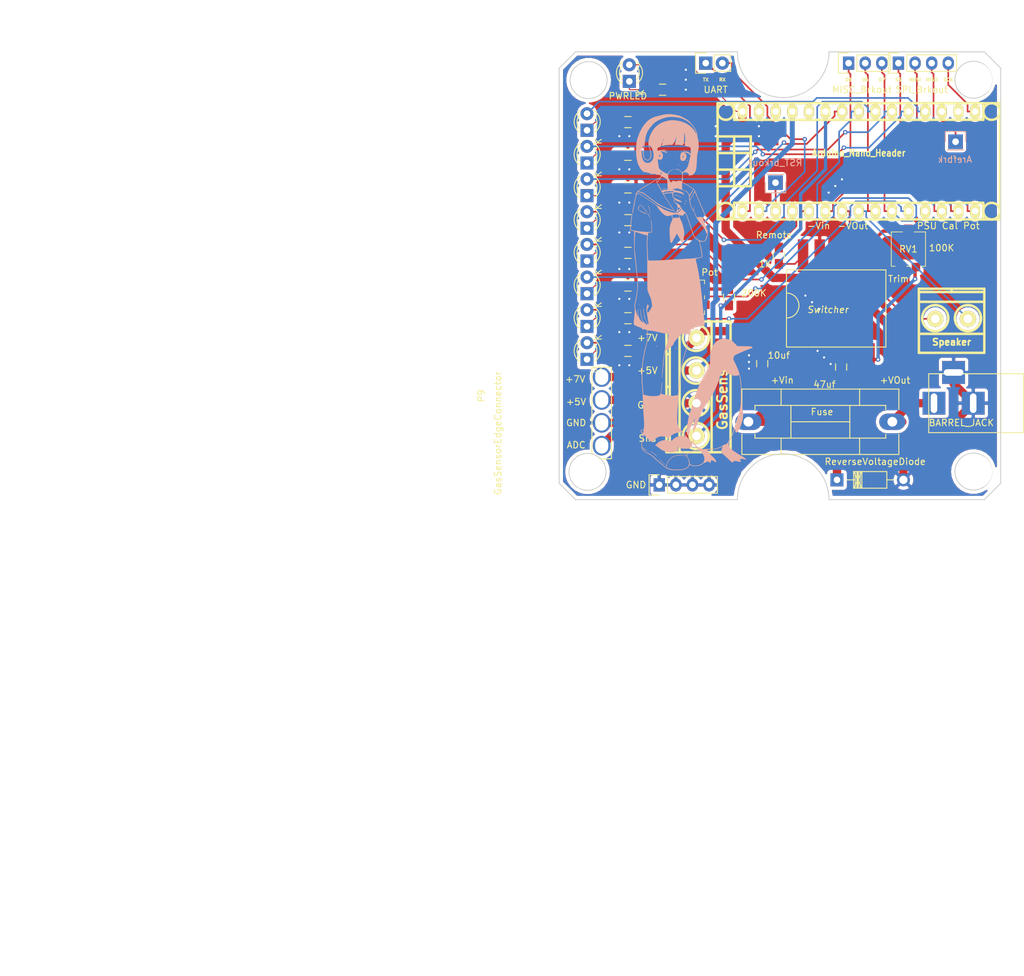
<source format=kicad_pcb>
(kicad_pcb (version 20171130) (host pcbnew 5.0.0-rc2)

  (general
    (thickness 1.6)
    (drawings 37)
    (tracks 323)
    (zones 0)
    (modules 44)
    (nets 45)
  )

  (page USLetter)
  (title_block
    (title "Project Title")
  )

  (layers
    (0 F.Cu signal)
    (31 B.Cu signal)
    (34 B.Paste user)
    (35 F.Paste user)
    (36 B.SilkS user)
    (37 F.SilkS user)
    (38 B.Mask user)
    (39 F.Mask user)
    (40 Dwgs.User user)
    (44 Edge.Cuts user)
    (46 B.CrtYd user)
    (47 F.CrtYd user)
    (48 B.Fab user)
    (49 F.Fab user)
  )

  (setup
    (last_trace_width 0.508)
    (user_trace_width 0.1524)
    (user_trace_width 0.254)
    (user_trace_width 0.3302)
    (user_trace_width 0.508)
    (user_trace_width 0.762)
    (user_trace_width 1.27)
    (trace_clearance 0.254)
    (zone_clearance 0.508)
    (zone_45_only no)
    (trace_min 0.1524)
    (segment_width 0.1524)
    (edge_width 0.1524)
    (via_size 0.6858)
    (via_drill 0.3302)
    (via_min_size 0.6858)
    (via_min_drill 0.3302)
    (user_via 0.6858 0.3302)
    (user_via 0.762 0.4064)
    (user_via 0.8636 0.508)
    (uvia_size 0.6858)
    (uvia_drill 0.3302)
    (uvias_allowed no)
    (uvia_min_size 0)
    (uvia_min_drill 0)
    (pcb_text_width 0.1524)
    (pcb_text_size 1.016 1.016)
    (mod_edge_width 0.1524)
    (mod_text_size 1.016 1.016)
    (mod_text_width 0.1524)
    (pad_size 2.032 1.7272)
    (pad_drill 1.016)
    (pad_to_mask_clearance 0.0762)
    (solder_mask_min_width 0.1016)
    (pad_to_paste_clearance -0.0762)
    (aux_axis_origin 0 0)
    (visible_elements 7FFFFFFF)
    (pcbplotparams
      (layerselection 0x310fc_ffffffff)
      (usegerberextensions true)
      (usegerberattributes false)
      (usegerberadvancedattributes false)
      (creategerberjobfile false)
      (excludeedgelayer true)
      (linewidth 0.100000)
      (plotframeref false)
      (viasonmask false)
      (mode 1)
      (useauxorigin false)
      (hpglpennumber 1)
      (hpglpenspeed 20)
      (hpglpendiameter 15)
      (psnegative false)
      (psa4output false)
      (plotreference true)
      (plotvalue true)
      (plotinvisibletext false)
      (padsonsilk false)
      (subtractmaskfromsilk false)
      (outputformat 1)
      (mirror false)
      (drillshape 0)
      (scaleselection 1)
      (outputdirectory gerbers/rev2/))
  )

  (net 0 "")
  (net 1 VCC)
  (net 2 GND)
  (net 3 /VOUT+)
  (net 4 +12V)
  (net 5 "Net-(D2-Pad1)")
  (net 6 "Net-(D3-Pad1)")
  (net 7 /A0)
  (net 8 /A1)
  (net 9 "Net-(D4-Pad1)")
  (net 10 "Net-(D5-Pad1)")
  (net 11 /A2)
  (net 12 "Net-(D6-Pad1)")
  (net 13 /A3)
  (net 14 /A4)
  (net 15 "Net-(D7-Pad1)")
  (net 16 /A5)
  (net 17 "Net-(D8-Pad1)")
  (net 18 /A6)
  (net 19 "Net-(D9-Pad1)")
  (net 20 /A7)
  (net 21 "Net-(D10-Pad1)")
  (net 22 /D8)
  (net 23 /D9)
  (net 24 /TX)
  (net 25 /RX)
  (net 26 "Net-(J1-Pad3)")
  (net 27 "Net-(J1-Pad5)")
  (net 28 /D3)
  (net 29 "Net-(J1-Pad7)")
  (net 30 "Net-(J1-Pad8)")
  (net 31 /D6)
  (net 32 /D7)
  (net 33 /SS)
  (net 34 /MOSI)
  (net 35 /MISO)
  (net 36 /SCK)
  (net 37 "Net-(J1-Pad17)")
  (net 38 "Net-(J1-Pad18)")
  (net 39 +5V)
  (net 40 "Net-(J1-Pad28)")
  (net 41 /TRIM)
  (net 42 /REMOTE)
  (net 43 "Net-(R13-Pad2)")
  (net 44 "Net-(RV2-Pad3)")

  (net_class Default "This is the default net class."
    (clearance 0.254)
    (trace_width 0.254)
    (via_dia 0.6858)
    (via_drill 0.3302)
    (uvia_dia 0.6858)
    (uvia_drill 0.3302)
    (add_net +12V)
    (add_net +5V)
    (add_net /A0)
    (add_net /A1)
    (add_net /A2)
    (add_net /A3)
    (add_net /A4)
    (add_net /A5)
    (add_net /A6)
    (add_net /A7)
    (add_net /D3)
    (add_net /D6)
    (add_net /D7)
    (add_net /D8)
    (add_net /D9)
    (add_net /MISO)
    (add_net /MOSI)
    (add_net /REMOTE)
    (add_net /RX)
    (add_net /SCK)
    (add_net /SS)
    (add_net /TRIM)
    (add_net /TX)
    (add_net /VOUT+)
    (add_net GND)
    (add_net "Net-(D10-Pad1)")
    (add_net "Net-(D2-Pad1)")
    (add_net "Net-(D3-Pad1)")
    (add_net "Net-(D4-Pad1)")
    (add_net "Net-(D5-Pad1)")
    (add_net "Net-(D6-Pad1)")
    (add_net "Net-(D7-Pad1)")
    (add_net "Net-(D8-Pad1)")
    (add_net "Net-(D9-Pad1)")
    (add_net "Net-(J1-Pad17)")
    (add_net "Net-(J1-Pad18)")
    (add_net "Net-(J1-Pad28)")
    (add_net "Net-(J1-Pad3)")
    (add_net "Net-(J1-Pad5)")
    (add_net "Net-(J1-Pad7)")
    (add_net "Net-(J1-Pad8)")
    (add_net "Net-(R13-Pad2)")
    (add_net "Net-(RV2-Pad3)")
    (add_net VCC)
  )

  (module Mounting_Holes:MountingHole_5.3mm_M5 (layer F.Cu) (tedit 5CCA3E7F) (tstamp 5CE05A65)
    (at 162.052 64.5)
    (descr "Mounting Hole 5.3mm, no annular, M5")
    (tags "mounting hole 5.3mm no annular m5")
    (path /5CCC47B4)
    (fp_text reference MK4 (at 0 -6.3) (layer F.SilkS) hide
      (effects (font (size 1 1) (thickness 0.15)))
    )
    (fp_text value Mounting_Hole (at 0 6.3) (layer F.Fab)
      (effects (font (size 1 1) (thickness 0.15)))
    )
    (fp_circle (center 0 0) (end 5.55 0) (layer F.CrtYd) (width 0.05))
    (fp_circle (center 0 0) (end 5.3 0) (layer Cmts.User) (width 0.15))
    (pad 1 np_thru_hole circle (at 0 0) (size 5.3 5.3) (drill 5.3) (layers *.Cu *.Mask))
  )

  (module w_conn_misc:arduino_nano_header (layer F.Cu) (tedit 5CCA2685) (tstamp 5CD9BED1)
    (at 144.3 77)
    (descr "Arduino Nano Header")
    (tags Arduino)
    (path /5CC9FA3E)
    (fp_text reference J1 (at 0 1.27) (layer F.SilkS) hide
      (effects (font (size 1.016 1.016) (thickness 0.2032)))
    )
    (fp_text value Arduino_Nano_Header (at 0 -1.27) (layer F.SilkS)
      (effects (font (size 1.016 0.889) (thickness 0.2032)))
    )
    (fp_line (start -16.51 -1.27) (end -21.59 -1.27) (layer F.SilkS) (width 0.381))
    (fp_line (start -16.51 1.27) (end -21.59 1.27) (layer F.SilkS) (width 0.381))
    (fp_line (start -19.05 -3.81) (end -19.05 3.81) (layer F.SilkS) (width 0.381))
    (fp_line (start -21.59 -3.81) (end -16.51 -3.81) (layer F.SilkS) (width 0.381))
    (fp_line (start -16.51 -3.81) (end -16.51 3.81) (layer F.SilkS) (width 0.381))
    (fp_line (start -16.51 3.81) (end -21.59 3.81) (layer F.SilkS) (width 0.381))
    (fp_line (start 21.59 -8.89) (end -21.59 -8.89) (layer F.SilkS) (width 0.381))
    (fp_line (start -21.59 8.89) (end 21.59 8.89) (layer F.SilkS) (width 0.381))
    (fp_line (start -21.59 8.89) (end -21.59 -8.89) (layer F.SilkS) (width 0.381))
    (fp_line (start 21.59 8.89) (end 21.59 -8.89) (layer F.SilkS) (width 0.381))
    (fp_circle (center -20.32 -7.62) (end -21.59 -7.62) (layer F.SilkS) (width 0.381))
    (fp_circle (center -20.32 7.62) (end -21.59 7.62) (layer F.SilkS) (width 0.381))
    (fp_circle (center 20.32 -7.62) (end 21.59 -7.62) (layer F.SilkS) (width 0.381))
    (fp_circle (center 20.32 7.62) (end 21.59 7.62) (layer F.SilkS) (width 0.381))
    (fp_line (start 19.05 -6.35) (end -19.05 -6.35) (layer F.SilkS) (width 0.381))
    (fp_line (start -19.05 6.35) (end 19.05 6.35) (layer F.SilkS) (width 0.381))
    (fp_line (start 19.05 8.89) (end 19.05 6.35) (layer F.SilkS) (width 0.381))
    (fp_line (start 19.05 -6.35) (end 19.05 -8.89) (layer F.SilkS) (width 0.381))
    (fp_line (start -19.05 -8.89) (end -19.05 -6.35) (layer F.SilkS) (width 0.381))
    (fp_line (start -19.05 8.89) (end -19.05 6.35) (layer F.SilkS) (width 0.381))
    (pad 1 thru_hole oval (at -17.78 7.62) (size 1.524 2.19964) (drill 1.00076) (layers *.Cu *.Mask F.SilkS)
      (net 24 /TX))
    (pad 2 thru_hole oval (at -15.24 7.62) (size 1.524 2.19964) (drill 1.00076) (layers *.Cu *.Mask F.SilkS)
      (net 25 /RX))
    (pad 3 thru_hole oval (at -12.7 7.62) (size 1.524 2.19964) (drill 1.00076) (layers *.Cu *.Mask F.SilkS)
      (net 26 "Net-(J1-Pad3)"))
    (pad 4 thru_hole oval (at -10.16 7.62) (size 1.524 2.19964) (drill 1.00076) (layers *.Cu *.Mask F.SilkS)
      (net 2 GND))
    (pad 5 thru_hole oval (at -7.62 7.62) (size 1.524 2.19964) (drill 1.00076) (layers *.Cu *.Mask F.SilkS)
      (net 27 "Net-(J1-Pad5)"))
    (pad 6 thru_hole oval (at -5.08 7.62) (size 1.524 2.19964) (drill 1.00076) (layers *.Cu *.Mask F.SilkS)
      (net 28 /D3))
    (pad 7 thru_hole oval (at -2.54 7.62) (size 1.524 2.19964) (drill 1.00076) (layers *.Cu *.Mask F.SilkS)
      (net 29 "Net-(J1-Pad7)"))
    (pad 8 thru_hole oval (at 0 7.62) (size 1.524 2.19964) (drill 1.00076) (layers *.Cu *.Mask F.SilkS)
      (net 30 "Net-(J1-Pad8)"))
    (pad 9 thru_hole oval (at 2.54 7.62) (size 1.524 2.19964) (drill 1.00076) (layers *.Cu *.Mask F.SilkS)
      (net 31 /D6))
    (pad 10 thru_hole oval (at 5.08 7.62) (size 1.524 2.19964) (drill 1.00076) (layers *.Cu *.Mask F.SilkS)
      (net 32 /D7))
    (pad 11 thru_hole oval (at 7.62 7.62) (size 1.524 2.19964) (drill 1.00076) (layers *.Cu *.Mask F.SilkS)
      (net 22 /D8))
    (pad 12 thru_hole oval (at 10.16 7.62) (size 1.524 2.19964) (drill 1.00076) (layers *.Cu *.Mask F.SilkS)
      (net 23 /D9))
    (pad 13 thru_hole oval (at 12.7 7.62) (size 1.524 2.19964) (drill 1.00076) (layers *.Cu *.Mask F.SilkS)
      (net 33 /SS))
    (pad 14 thru_hole oval (at 15.24 7.62) (size 1.524 2.19964) (drill 1.00076) (layers *.Cu *.Mask F.SilkS)
      (net 34 /MOSI))
    (pad 15 thru_hole oval (at 17.78 7.62) (size 1.524 2.19964) (drill 1.00076) (layers *.Cu *.Mask F.SilkS)
      (net 35 /MISO))
    (pad 16 thru_hole oval (at 17.78 -7.62) (size 1.524 2.19964) (drill 1.00076) (layers *.Cu *.Mask F.SilkS)
      (net 36 /SCK))
    (pad 17 thru_hole oval (at 15.24 -7.62) (size 1.524 2.19964) (drill 1.00076) (layers *.Cu *.Mask F.SilkS)
      (net 37 "Net-(J1-Pad17)"))
    (pad 18 thru_hole oval (at 12.7 -7.62) (size 1.524 2.19964) (drill 1.00076) (layers *.Cu *.Mask F.SilkS)
      (net 38 "Net-(J1-Pad18)"))
    (pad 19 thru_hole oval (at 10.16 -7.62) (size 1.524 2.19964) (drill 1.00076) (layers *.Cu *.Mask F.SilkS)
      (net 7 /A0))
    (pad 20 thru_hole oval (at 7.62 -7.62) (size 1.524 2.1971) (drill 1.00076) (layers *.Cu *.Mask F.SilkS)
      (net 8 /A1))
    (pad 21 thru_hole oval (at 5.08 -7.62) (size 1.524 2.1971) (drill 1.00076) (layers *.Cu *.Mask F.SilkS)
      (net 11 /A2))
    (pad 22 thru_hole oval (at 2.54 -7.62) (size 1.524 2.1971) (drill 1.00076) (layers *.Cu *.Mask F.SilkS)
      (net 13 /A3))
    (pad 23 thru_hole oval (at 0 -7.62) (size 1.524 2.1971) (drill 1.00076) (layers *.Cu *.Mask F.SilkS)
      (net 14 /A4))
    (pad 24 thru_hole oval (at -2.54 -7.62) (size 1.524 2.1971) (drill 0.99822) (layers *.Cu *.Mask F.SilkS)
      (net 16 /A5))
    (pad 25 thru_hole oval (at -5.08 -7.62) (size 1.524 2.1971) (drill 0.99822) (layers *.Cu *.Mask F.SilkS)
      (net 18 /A6))
    (pad 26 thru_hole oval (at -7.62 -7.62) (size 1.524 2.1971) (drill 0.99822) (layers *.Cu *.Mask F.SilkS)
      (net 20 /A7))
    (pad 27 thru_hole oval (at -10.16 -7.62) (size 1.524 2.1971) (drill 0.99822) (layers *.Cu *.Mask F.SilkS)
      (net 39 +5V))
    (pad 28 thru_hole oval (at -12.7 -7.62) (size 1.524 2.1971) (drill 0.99822) (layers *.Cu *.Mask F.SilkS)
      (net 40 "Net-(J1-Pad28)"))
    (pad 29 thru_hole oval (at -15.24 -7.62) (size 1.524 2.1971) (drill 0.99822) (layers *.Cu *.Mask F.SilkS)
      (net 2 GND))
    (pad 30 thru_hole oval (at -17.78 -7.62) (size 1.524 2.1971) (drill 0.99822) (layers *.Cu *.Mask F.SilkS)
      (net 1 VCC))
    (model walter/conn_misc/arduino_nano_header.wrl
      (at (xyz 0 0 0))
      (scale (xyz 1 1 1))
      (rotate (xyz 0 0 0))
    )
  )

  (module pot:EdgeConnectorGasSensorPCB_v2 (layer F.Cu) (tedit 5CF5ED7B) (tstamp 5CDD0B93)
    (at 103.5 108.5 270)
    (path /5CCBE214)
    (fp_text reference P9 (at 4.365 16.915 270) (layer F.SilkS)
      (effects (font (size 1 1) (thickness 0.15)))
    )
    (fp_text value GasSensorEdgeConnector (at 10.08 14.375 270) (layer F.SilkS)
      (effects (font (size 1 1) (thickness 0.15)))
    )
    (fp_line (start 0 0) (end 10 0) (layer F.SilkS) (width 0.15))
    (fp_line (start 14 0) (end 14 -3) (layer F.SilkS) (width 0.15))
    (fp_line (start 10 -3) (end 0 -3) (layer F.SilkS) (width 0.15))
    (fp_line (start 0 -3) (end 0 0) (layer F.SilkS) (width 0.15))
    (fp_line (start 12 -3) (end 10 -3) (layer F.SilkS) (width 0.15))
    (fp_line (start 10 0) (end 12 0) (layer F.SilkS) (width 0.15))
    (fp_text user +7V (at 1.825 2.54) (layer F.SilkS)
      (effects (font (size 1 1) (thickness 0.15)))
    )
    (fp_text user +5V (at 5.292 2.408 180) (layer F.SilkS)
      (effects (font (size 1 1) (thickness 0.15)))
    )
    (fp_text user GND (at 8.5 2.408) (layer F.SilkS)
      (effects (font (size 1 1) (thickness 0.15)))
    )
    (fp_text user ADC (at 11.896 2.408) (layer F.SilkS)
      (effects (font (size 1 1) (thickness 0.15)))
    )
    (fp_line (start 14 -3) (end 12 -3) (layer F.SilkS) (width 0.15))
    (fp_line (start 14 0) (end 12 0) (layer F.SilkS) (width 0.15))
    (pad 1 thru_hole oval (at 1.5 -1.5) (size 2.7 3) (drill oval 2 2.4) (layers *.Cu *.Mask)
      (net 3 /VOUT+))
    (pad 2 thru_hole oval (at 5 -1.5) (size 2.7 3) (drill oval 2 2.4) (layers *.Cu *.Mask)
      (net 39 +5V))
    (pad 3 thru_hole oval (at 8.5 -1.5) (size 2.7 3) (drill oval 2 2.4) (layers *.Cu *.Mask)
      (net 2 GND))
    (pad 4 thru_hole oval (at 12 -1.5) (size 2.7 3) (drill oval 2 2.4) (layers *.Cu *.Mask)
      (net 18 /A6))
  )

  (module Capacitors_SMD:C_0805_HandSoldering (layer F.Cu) (tedit 5CCA25B2) (tstamp 5CD9BD97)
    (at 129.54 107.95 90)
    (descr "Capacitor SMD 0805, hand soldering")
    (tags "capacitor 0805")
    (path /5CCA1F5B)
    (attr smd)
    (fp_text reference C1 (at 0 -2.1 90) (layer F.SilkS) hide
      (effects (font (size 1 1) (thickness 0.15)))
    )
    (fp_text value 10uf (at 1.27 2.54 180) (layer F.SilkS)
      (effects (font (size 1 1) (thickness 0.15)))
    )
    (fp_line (start -1 0.625) (end -1 -0.625) (layer F.Fab) (width 0.15))
    (fp_line (start 1 0.625) (end -1 0.625) (layer F.Fab) (width 0.15))
    (fp_line (start 1 -0.625) (end 1 0.625) (layer F.Fab) (width 0.15))
    (fp_line (start -1 -0.625) (end 1 -0.625) (layer F.Fab) (width 0.15))
    (fp_line (start -2.3 -1) (end 2.3 -1) (layer F.CrtYd) (width 0.05))
    (fp_line (start -2.3 1) (end 2.3 1) (layer F.CrtYd) (width 0.05))
    (fp_line (start -2.3 -1) (end -2.3 1) (layer F.CrtYd) (width 0.05))
    (fp_line (start 2.3 -1) (end 2.3 1) (layer F.CrtYd) (width 0.05))
    (fp_line (start 0.5 -0.85) (end -0.5 -0.85) (layer F.SilkS) (width 0.15))
    (fp_line (start -0.5 0.85) (end 0.5 0.85) (layer F.SilkS) (width 0.15))
    (pad 1 smd rect (at -1.25 0 90) (size 1.5 1.25) (layers F.Cu F.Paste F.Mask)
      (net 1 VCC))
    (pad 2 smd rect (at 1.25 0 90) (size 1.5 1.25) (layers F.Cu F.Paste F.Mask)
      (net 2 GND))
    (model Capacitors_SMD.3dshapes/C_0805_HandSoldering.wrl
      (at (xyz 0 0 0))
      (scale (xyz 1 1 1))
      (rotate (xyz 0 0 0))
    )
  )

  (module Capacitors_SMD:C_0805_HandSoldering (layer F.Cu) (tedit 5CCA3266) (tstamp 5CD9BDA7)
    (at 141.605 108.458 270)
    (descr "Capacitor SMD 0805, hand soldering")
    (tags "capacitor 0805")
    (path /5CCA237B)
    (attr smd)
    (fp_text reference C2 (at 0 -2.1) (layer F.SilkS) hide
      (effects (font (size 1 1) (thickness 0.15)))
    )
    (fp_text value 47uf (at 2.667 2.54) (layer F.SilkS)
      (effects (font (size 1 1) (thickness 0.15)))
    )
    (fp_line (start -0.5 0.85) (end 0.5 0.85) (layer F.SilkS) (width 0.15))
    (fp_line (start 0.5 -0.85) (end -0.5 -0.85) (layer F.SilkS) (width 0.15))
    (fp_line (start 2.3 -1) (end 2.3 1) (layer F.CrtYd) (width 0.05))
    (fp_line (start -2.3 -1) (end -2.3 1) (layer F.CrtYd) (width 0.05))
    (fp_line (start -2.3 1) (end 2.3 1) (layer F.CrtYd) (width 0.05))
    (fp_line (start -2.3 -1) (end 2.3 -1) (layer F.CrtYd) (width 0.05))
    (fp_line (start -1 -0.625) (end 1 -0.625) (layer F.Fab) (width 0.15))
    (fp_line (start 1 -0.625) (end 1 0.625) (layer F.Fab) (width 0.15))
    (fp_line (start 1 0.625) (end -1 0.625) (layer F.Fab) (width 0.15))
    (fp_line (start -1 0.625) (end -1 -0.625) (layer F.Fab) (width 0.15))
    (pad 2 smd rect (at 1.25 0 270) (size 1.5 1.25) (layers F.Cu F.Paste F.Mask)
      (net 2 GND))
    (pad 1 smd rect (at -1.25 0 270) (size 1.5 1.25) (layers F.Cu F.Paste F.Mask)
      (net 3 /VOUT+))
    (model Capacitors_SMD.3dshapes/C_0805_HandSoldering.wrl
      (at (xyz 0 0 0))
      (scale (xyz 1 1 1))
      (rotate (xyz 0 0 0))
    )
  )

  (module Connectors:BARREL_JACK (layer F.Cu) (tedit 5CCA257E) (tstamp 5CD9BDB3)
    (at 162 114 180)
    (descr "DC Barrel Jack")
    (tags "Power Jack")
    (path /5CC9FDCB)
    (fp_text reference CON1 (at 10.09904 0 270) (layer F.SilkS) hide
      (effects (font (size 1 1) (thickness 0.15)))
    )
    (fp_text value BARREL_JACK (at 2 -3 180) (layer F.SilkS)
      (effects (font (size 1 1) (thickness 0.15)))
    )
    (fp_line (start -4.0005 -4.50088) (end -4.0005 4.50088) (layer F.SilkS) (width 0.15))
    (fp_line (start -7.50062 -4.50088) (end -7.50062 4.50088) (layer F.SilkS) (width 0.15))
    (fp_line (start -7.50062 4.50088) (end 7.00024 4.50088) (layer F.SilkS) (width 0.15))
    (fp_line (start 7.00024 4.50088) (end 7.00024 -4.50088) (layer F.SilkS) (width 0.15))
    (fp_line (start 7.00024 -4.50088) (end -7.50062 -4.50088) (layer F.SilkS) (width 0.15))
    (pad 1 thru_hole rect (at 6.20014 0 180) (size 3.50012 3.50012) (drill oval 1.00076 2.99974) (layers *.Cu *.Mask)
      (net 4 +12V))
    (pad 2 thru_hole rect (at 0.20066 0 180) (size 3.50012 3.50012) (drill oval 1.00076 2.99974) (layers *.Cu *.Mask)
      (net 2 GND))
    (pad 3 thru_hole rect (at 3.2004 4.699 180) (size 3.50012 3.50012) (drill oval 2.99974 1.00076) (layers *.Cu *.Mask)
      (net 2 GND))
  )

  (module Diodes_THT:Diode_DO-41_SOD81_Horizontal_RM10 (layer F.Cu) (tedit 5CF5F374) (tstamp 5CD9BDC7)
    (at 140.97 125.73)
    (descr "Diode, DO-41, SOD81, Horizontal, RM 10mm,")
    (tags "Diode, DO-41, SOD81, Horizontal, RM 10mm, 1N4007, SB140,")
    (path /5CCA3E2A)
    (fp_text reference D1 (at 5.38734 2.53746) (layer F.SilkS) hide
      (effects (font (size 1 1) (thickness 0.15)))
    )
    (fp_text value ReverseVoltageDiode (at 5.842 -2.794) (layer F.SilkS)
      (effects (font (size 1 1) (thickness 0.15)))
    )
    (fp_line (start 7.62 -0.00254) (end 8.636 -0.00254) (layer F.SilkS) (width 0.15))
    (fp_line (start 2.794 -0.00254) (end 1.524 -0.00254) (layer F.SilkS) (width 0.15))
    (fp_line (start 3.048 -1.27254) (end 3.048 1.26746) (layer F.SilkS) (width 0.15))
    (fp_line (start 3.302 -1.27254) (end 3.302 1.26746) (layer F.SilkS) (width 0.15))
    (fp_line (start 3.556 -1.27254) (end 3.556 1.26746) (layer F.SilkS) (width 0.15))
    (fp_line (start 2.794 -1.27254) (end 2.794 1.26746) (layer F.SilkS) (width 0.15))
    (fp_line (start 3.81 -1.27254) (end 2.54 1.26746) (layer F.SilkS) (width 0.15))
    (fp_line (start 2.54 -1.27254) (end 3.81 1.26746) (layer F.SilkS) (width 0.15))
    (fp_line (start 3.81 -1.27254) (end 3.81 1.26746) (layer F.SilkS) (width 0.15))
    (fp_line (start 3.175 -1.27254) (end 3.175 1.26746) (layer F.SilkS) (width 0.15))
    (fp_line (start 2.54 1.26746) (end 2.54 -1.27254) (layer F.SilkS) (width 0.15))
    (fp_line (start 2.54 -1.27254) (end 7.62 -1.27254) (layer F.SilkS) (width 0.15))
    (fp_line (start 7.62 -1.27254) (end 7.62 1.26746) (layer F.SilkS) (width 0.15))
    (fp_line (start 7.62 1.26746) (end 2.54 1.26746) (layer F.SilkS) (width 0.15))
    (pad 2 thru_hole circle (at 10.16 -0.00254 180) (size 1.99898 1.99898) (drill 1.27) (layers *.Cu *.Mask)
      (net 2 GND))
    (pad 1 thru_hole rect (at 0 -0.00254 180) (size 1.99898 1.99898) (drill 1.00076) (layers *.Cu *.Mask)
      (net 1 VCC))
  )

  (module LEDs:LED-3MM (layer F.Cu) (tedit 5CCA3674) (tstamp 5CD9BDD8)
    (at 109.22 64.77 90)
    (descr "LED 3mm round vertical")
    (tags "LED  3mm round vertical")
    (path /5CCA7FCB)
    (fp_text reference D2 (at 1.91 3.06 90) (layer F.SilkS) hide
      (effects (font (size 1 1) (thickness 0.15)))
    )
    (fp_text value PWRLED (at -2.23 -0.22 180) (layer F.SilkS)
      (effects (font (size 1 1) (thickness 0.15)))
    )
    (fp_line (start -1.2 2.3) (end 3.8 2.3) (layer F.CrtYd) (width 0.05))
    (fp_line (start 3.8 2.3) (end 3.8 -2.2) (layer F.CrtYd) (width 0.05))
    (fp_line (start 3.8 -2.2) (end -1.2 -2.2) (layer F.CrtYd) (width 0.05))
    (fp_line (start -1.2 -2.2) (end -1.2 2.3) (layer F.CrtYd) (width 0.05))
    (fp_line (start -0.199 1.314) (end -0.199 1.114) (layer F.SilkS) (width 0.15))
    (fp_line (start -0.199 -1.28) (end -0.199 -1.1) (layer F.SilkS) (width 0.15))
    (fp_arc (start 1.301 0.034) (end -0.199 -1.286) (angle 108.5) (layer F.SilkS) (width 0.15))
    (fp_arc (start 1.301 0.034) (end 0.25 -1.1) (angle 85.7) (layer F.SilkS) (width 0.15))
    (fp_arc (start 1.311 0.034) (end 3.051 0.994) (angle 110) (layer F.SilkS) (width 0.15))
    (fp_arc (start 1.301 0.034) (end 2.335 1.094) (angle 87.5) (layer F.SilkS) (width 0.15))
    (fp_text user K (at -1.69 1.74 90) (layer F.SilkS)
      (effects (font (size 1 1) (thickness 0.15)))
    )
    (pad 1 thru_hole rect (at 0 0 180) (size 2 2) (drill 1.00076) (layers *.Cu *.Mask)
      (net 5 "Net-(D2-Pad1)"))
    (pad 2 thru_hole circle (at 2.54 0 90) (size 2 2) (drill 1.00076) (layers *.Cu *.Mask)
      (net 1 VCC))
    (model LEDs.3dshapes/LED-3MM.wrl
      (offset (xyz 1.269999980926514 0 0))
      (scale (xyz 1 1 1))
      (rotate (xyz 0 0 90))
    )
  )

  (module LEDs:LED-3MM (layer F.Cu) (tedit 5CCA3672) (tstamp 5CD9BDE9)
    (at 102.75 72.25 90)
    (descr "LED 3mm round vertical")
    (tags "LED  3mm round vertical")
    (path /5CCA4C40)
    (fp_text reference D3 (at 1.91 3.06 90) (layer F.SilkS) hide
      (effects (font (size 1 1) (thickness 0.15)))
    )
    (fp_text value LED (at 1.3 -2.9 90) (layer F.Fab)
      (effects (font (size 1 1) (thickness 0.15)))
    )
    (fp_line (start -1.2 2.3) (end 3.8 2.3) (layer F.CrtYd) (width 0.05))
    (fp_line (start 3.8 2.3) (end 3.8 -2.2) (layer F.CrtYd) (width 0.05))
    (fp_line (start 3.8 -2.2) (end -1.2 -2.2) (layer F.CrtYd) (width 0.05))
    (fp_line (start -1.2 -2.2) (end -1.2 2.3) (layer F.CrtYd) (width 0.05))
    (fp_line (start -0.199 1.314) (end -0.199 1.114) (layer F.SilkS) (width 0.15))
    (fp_line (start -0.199 -1.28) (end -0.199 -1.1) (layer F.SilkS) (width 0.15))
    (fp_arc (start 1.301 0.034) (end -0.199 -1.286) (angle 108.5) (layer F.SilkS) (width 0.15))
    (fp_arc (start 1.301 0.034) (end 0.25 -1.1) (angle 85.7) (layer F.SilkS) (width 0.15))
    (fp_arc (start 1.311 0.034) (end 3.051 0.994) (angle 110) (layer F.SilkS) (width 0.15))
    (fp_arc (start 1.301 0.034) (end 2.335 1.094) (angle 87.5) (layer F.SilkS) (width 0.15))
    (fp_text user K (at -1.69 1.74 90) (layer F.SilkS)
      (effects (font (size 1 1) (thickness 0.15)))
    )
    (pad 1 thru_hole rect (at 0 0 180) (size 2 2) (drill 1.00076) (layers *.Cu *.Mask)
      (net 6 "Net-(D3-Pad1)"))
    (pad 2 thru_hole circle (at 2.54 0 90) (size 2 2) (drill 1.00076) (layers *.Cu *.Mask)
      (net 7 /A0))
    (model LEDs.3dshapes/LED-3MM.wrl
      (offset (xyz 1.269999980926514 0 0))
      (scale (xyz 1 1 1))
      (rotate (xyz 0 0 90))
    )
  )

  (module LEDs:LED-3MM (layer F.Cu) (tedit 5CCA366F) (tstamp 5CD9BDFA)
    (at 102.75 77.25 90)
    (descr "LED 3mm round vertical")
    (tags "LED  3mm round vertical")
    (path /5CCA4E2B)
    (fp_text reference D4 (at 1.91 3.06 90) (layer F.SilkS) hide
      (effects (font (size 1 1) (thickness 0.15)))
    )
    (fp_text value D (at 1.3 -2.9 90) (layer F.Fab)
      (effects (font (size 1 1) (thickness 0.15)))
    )
    (fp_text user K (at -1.69 1.74 90) (layer F.SilkS)
      (effects (font (size 1 1) (thickness 0.15)))
    )
    (fp_arc (start 1.301 0.034) (end 2.335 1.094) (angle 87.5) (layer F.SilkS) (width 0.15))
    (fp_arc (start 1.311 0.034) (end 3.051 0.994) (angle 110) (layer F.SilkS) (width 0.15))
    (fp_arc (start 1.301 0.034) (end 0.25 -1.1) (angle 85.7) (layer F.SilkS) (width 0.15))
    (fp_arc (start 1.301 0.034) (end -0.199 -1.286) (angle 108.5) (layer F.SilkS) (width 0.15))
    (fp_line (start -0.199 -1.28) (end -0.199 -1.1) (layer F.SilkS) (width 0.15))
    (fp_line (start -0.199 1.314) (end -0.199 1.114) (layer F.SilkS) (width 0.15))
    (fp_line (start -1.2 -2.2) (end -1.2 2.3) (layer F.CrtYd) (width 0.05))
    (fp_line (start 3.8 -2.2) (end -1.2 -2.2) (layer F.CrtYd) (width 0.05))
    (fp_line (start 3.8 2.3) (end 3.8 -2.2) (layer F.CrtYd) (width 0.05))
    (fp_line (start -1.2 2.3) (end 3.8 2.3) (layer F.CrtYd) (width 0.05))
    (pad 2 thru_hole circle (at 2.54 0 90) (size 2 2) (drill 1.00076) (layers *.Cu *.Mask)
      (net 8 /A1))
    (pad 1 thru_hole rect (at 0 0 180) (size 2 2) (drill 1.00076) (layers *.Cu *.Mask)
      (net 9 "Net-(D4-Pad1)"))
    (model LEDs.3dshapes/LED-3MM.wrl
      (offset (xyz 1.269999980926514 0 0))
      (scale (xyz 1 1 1))
      (rotate (xyz 0 0 90))
    )
  )

  (module LEDs:LED-3MM (layer F.Cu) (tedit 5CCA3A7B) (tstamp 5CD9BE0B)
    (at 102.75 82.25 90)
    (descr "LED 3mm round vertical")
    (tags "LED  3mm round vertical")
    (path /5CCA572B)
    (fp_text reference D5 (at 1.91 3.06 90) (layer F.SilkS) hide
      (effects (font (size 1 1) (thickness 0.15)))
    )
    (fp_text value LED (at 1.3 -2.9 90) (layer F.Fab)
      (effects (font (size 1 1) (thickness 0.15)))
    )
    (fp_line (start -1.2 2.3) (end 3.8 2.3) (layer F.CrtYd) (width 0.05))
    (fp_line (start 3.8 2.3) (end 3.8 -2.2) (layer F.CrtYd) (width 0.05))
    (fp_line (start 3.8 -2.2) (end -1.2 -2.2) (layer F.CrtYd) (width 0.05))
    (fp_line (start -1.2 -2.2) (end -1.2 2.3) (layer F.CrtYd) (width 0.05))
    (fp_line (start -0.199 1.314) (end -0.199 1.114) (layer F.SilkS) (width 0.15))
    (fp_line (start -0.199 -1.28) (end -0.199 -1.1) (layer F.SilkS) (width 0.15))
    (fp_arc (start 1.301 0.034) (end -0.199 -1.286) (angle 108.5) (layer F.SilkS) (width 0.15))
    (fp_arc (start 1.301 0.034) (end 0.25 -1.1) (angle 85.7) (layer F.SilkS) (width 0.15))
    (fp_arc (start 1.311 0.034) (end 3.051 0.994) (angle 110) (layer F.SilkS) (width 0.15))
    (fp_arc (start 1.301 0.034) (end 2.335 1.094) (angle 87.5) (layer F.SilkS) (width 0.15))
    (fp_text user K (at -1.69 1.74 90) (layer F.SilkS)
      (effects (font (size 1 1) (thickness 0.15)))
    )
    (pad 1 thru_hole rect (at 0 0 180) (size 2 2) (drill 1.00076) (layers *.Cu *.Mask)
      (net 10 "Net-(D5-Pad1)"))
    (pad 2 thru_hole circle (at 2.54 0 90) (size 2 2) (drill 1.00076) (layers *.Cu *.Mask)
      (net 11 /A2))
    (model LEDs.3dshapes/LED-3MM.wrl
      (offset (xyz 1.269999980926514 0 0))
      (scale (xyz 1 1 1))
      (rotate (xyz 0 0 90))
    )
  )

  (module LEDs:LED-3MM (layer F.Cu) (tedit 5CCA3669) (tstamp 5CD9BE1C)
    (at 102.75 87.25 90)
    (descr "LED 3mm round vertical")
    (tags "LED  3mm round vertical")
    (path /5CCA5737)
    (fp_text reference D6 (at 1.91 3.06 90) (layer F.SilkS) hide
      (effects (font (size 1 1) (thickness 0.15)))
    )
    (fp_text value D (at 0.26 -2.87 90) (layer F.Fab)
      (effects (font (size 1 1) (thickness 0.15)))
    )
    (fp_line (start -1.2 2.3) (end 3.8 2.3) (layer F.CrtYd) (width 0.05))
    (fp_line (start 3.8 2.3) (end 3.8 -2.2) (layer F.CrtYd) (width 0.05))
    (fp_line (start 3.8 -2.2) (end -1.2 -2.2) (layer F.CrtYd) (width 0.05))
    (fp_line (start -1.2 -2.2) (end -1.2 2.3) (layer F.CrtYd) (width 0.05))
    (fp_line (start -0.199 1.314) (end -0.199 1.114) (layer F.SilkS) (width 0.15))
    (fp_line (start -0.199 -1.28) (end -0.199 -1.1) (layer F.SilkS) (width 0.15))
    (fp_arc (start 1.301 0.034) (end -0.199 -1.286) (angle 108.5) (layer F.SilkS) (width 0.15))
    (fp_arc (start 1.301 0.034) (end 0.25 -1.1) (angle 85.7) (layer F.SilkS) (width 0.15))
    (fp_arc (start 1.311 0.034) (end 3.051 0.994) (angle 110) (layer F.SilkS) (width 0.15))
    (fp_arc (start 1.301 0.034) (end 2.335 1.094) (angle 87.5) (layer F.SilkS) (width 0.15))
    (fp_text user K (at -1.69 1.74 90) (layer F.SilkS)
      (effects (font (size 1 1) (thickness 0.15)))
    )
    (pad 1 thru_hole rect (at 0 0 180) (size 2 2) (drill 1.00076) (layers *.Cu *.Mask)
      (net 12 "Net-(D6-Pad1)"))
    (pad 2 thru_hole circle (at 2.54 0 90) (size 2 2) (drill 1.00076) (layers *.Cu *.Mask)
      (net 13 /A3))
    (model LEDs.3dshapes/LED-3MM.wrl
      (offset (xyz 1.269999980926514 0 0))
      (scale (xyz 1 1 1))
      (rotate (xyz 0 0 90))
    )
  )

  (module LEDs:LED-3MM (layer F.Cu) (tedit 5CCA3666) (tstamp 5CD9BE2D)
    (at 102.75 92.25 90)
    (descr "LED 3mm round vertical")
    (tags "LED  3mm round vertical")
    (path /5CCA5BE1)
    (fp_text reference D7 (at 1.91 3.06 90) (layer F.SilkS) hide
      (effects (font (size 1 1) (thickness 0.15)))
    )
    (fp_text value LED (at 1.3 -2.9 90) (layer F.Fab)
      (effects (font (size 1 1) (thickness 0.15)))
    )
    (fp_text user K (at -1.69 1.74 90) (layer F.SilkS)
      (effects (font (size 1 1) (thickness 0.15)))
    )
    (fp_arc (start 1.301 0.034) (end 2.335 1.094) (angle 87.5) (layer F.SilkS) (width 0.15))
    (fp_arc (start 1.311 0.034) (end 3.051 0.994) (angle 110) (layer F.SilkS) (width 0.15))
    (fp_arc (start 1.301 0.034) (end 0.25 -1.1) (angle 85.7) (layer F.SilkS) (width 0.15))
    (fp_arc (start 1.301 0.034) (end -0.199 -1.286) (angle 108.5) (layer F.SilkS) (width 0.15))
    (fp_line (start -0.199 -1.28) (end -0.199 -1.1) (layer F.SilkS) (width 0.15))
    (fp_line (start -0.199 1.314) (end -0.199 1.114) (layer F.SilkS) (width 0.15))
    (fp_line (start -1.2 -2.2) (end -1.2 2.3) (layer F.CrtYd) (width 0.05))
    (fp_line (start 3.8 -2.2) (end -1.2 -2.2) (layer F.CrtYd) (width 0.05))
    (fp_line (start 3.8 2.3) (end 3.8 -2.2) (layer F.CrtYd) (width 0.05))
    (fp_line (start -1.2 2.3) (end 3.8 2.3) (layer F.CrtYd) (width 0.05))
    (pad 2 thru_hole circle (at 2.54 0 90) (size 2 2) (drill 1.00076) (layers *.Cu *.Mask)
      (net 14 /A4))
    (pad 1 thru_hole rect (at 0 0 180) (size 2 2) (drill 1.00076) (layers *.Cu *.Mask)
      (net 15 "Net-(D7-Pad1)"))
    (model LEDs.3dshapes/LED-3MM.wrl
      (offset (xyz 1.269999980926514 0 0))
      (scale (xyz 1 1 1))
      (rotate (xyz 0 0 90))
    )
  )

  (module LEDs:LED-3MM (layer F.Cu) (tedit 5CCA3663) (tstamp 5CD9BE3E)
    (at 102.75 97.25 90)
    (descr "LED 3mm round vertical")
    (tags "LED  3mm round vertical")
    (path /5CCA5BED)
    (fp_text reference D8 (at 1.91 3.06 90) (layer F.SilkS) hide
      (effects (font (size 1 1) (thickness 0.15)))
    )
    (fp_text value D (at 1.3 -2.9 90) (layer F.Fab)
      (effects (font (size 1 1) (thickness 0.15)))
    )
    (fp_text user K (at -1.69 1.74 90) (layer F.SilkS)
      (effects (font (size 1 1) (thickness 0.15)))
    )
    (fp_arc (start 1.301 0.034) (end 2.335 1.094) (angle 87.5) (layer F.SilkS) (width 0.15))
    (fp_arc (start 1.311 0.034) (end 3.051 0.994) (angle 110) (layer F.SilkS) (width 0.15))
    (fp_arc (start 1.301 0.034) (end 0.25 -1.1) (angle 85.7) (layer F.SilkS) (width 0.15))
    (fp_arc (start 1.301 0.034) (end -0.199 -1.286) (angle 108.5) (layer F.SilkS) (width 0.15))
    (fp_line (start -0.199 -1.28) (end -0.199 -1.1) (layer F.SilkS) (width 0.15))
    (fp_line (start -0.199 1.314) (end -0.199 1.114) (layer F.SilkS) (width 0.15))
    (fp_line (start -1.2 -2.2) (end -1.2 2.3) (layer F.CrtYd) (width 0.05))
    (fp_line (start 3.8 -2.2) (end -1.2 -2.2) (layer F.CrtYd) (width 0.05))
    (fp_line (start 3.8 2.3) (end 3.8 -2.2) (layer F.CrtYd) (width 0.05))
    (fp_line (start -1.2 2.3) (end 3.8 2.3) (layer F.CrtYd) (width 0.05))
    (pad 2 thru_hole circle (at 2.54 0 90) (size 2 2) (drill 1.00076) (layers *.Cu *.Mask)
      (net 16 /A5))
    (pad 1 thru_hole rect (at 0 0 180) (size 2 2) (drill 1.00076) (layers *.Cu *.Mask)
      (net 17 "Net-(D8-Pad1)"))
    (model LEDs.3dshapes/LED-3MM.wrl
      (offset (xyz 1.269999980926514 0 0))
      (scale (xyz 1 1 1))
      (rotate (xyz 0 0 90))
    )
  )

  (module LEDs:LED-3MM (layer F.Cu) (tedit 5CCA3661) (tstamp 5CD9BE4F)
    (at 102.75 102.25 90)
    (descr "LED 3mm round vertical")
    (tags "LED  3mm round vertical")
    (path /5CCA5BF9)
    (fp_text reference D9 (at 1.91 3.06 90) (layer F.SilkS) hide
      (effects (font (size 1 1) (thickness 0.15)))
    )
    (fp_text value LED (at 1.3 -2.9 90) (layer F.Fab)
      (effects (font (size 1 1) (thickness 0.15)))
    )
    (fp_text user K (at -1.69 1.74 90) (layer F.SilkS)
      (effects (font (size 1 1) (thickness 0.15)))
    )
    (fp_arc (start 1.301 0.034) (end 2.335 1.094) (angle 87.5) (layer F.SilkS) (width 0.15))
    (fp_arc (start 1.311 0.034) (end 3.051 0.994) (angle 110) (layer F.SilkS) (width 0.15))
    (fp_arc (start 1.301 0.034) (end 0.25 -1.1) (angle 85.7) (layer F.SilkS) (width 0.15))
    (fp_arc (start 1.301 0.034) (end -0.199 -1.286) (angle 108.5) (layer F.SilkS) (width 0.15))
    (fp_line (start -0.199 -1.28) (end -0.199 -1.1) (layer F.SilkS) (width 0.15))
    (fp_line (start -0.199 1.314) (end -0.199 1.114) (layer F.SilkS) (width 0.15))
    (fp_line (start -1.2 -2.2) (end -1.2 2.3) (layer F.CrtYd) (width 0.05))
    (fp_line (start 3.8 -2.2) (end -1.2 -2.2) (layer F.CrtYd) (width 0.05))
    (fp_line (start 3.8 2.3) (end 3.8 -2.2) (layer F.CrtYd) (width 0.05))
    (fp_line (start -1.2 2.3) (end 3.8 2.3) (layer F.CrtYd) (width 0.05))
    (pad 2 thru_hole circle (at 2.54 0 90) (size 2 2) (drill 1.00076) (layers *.Cu *.Mask)
      (net 32 /D7))
    (pad 1 thru_hole rect (at 0 0 180) (size 2 2) (drill 1.00076) (layers *.Cu *.Mask)
      (net 19 "Net-(D9-Pad1)"))
    (model LEDs.3dshapes/LED-3MM.wrl
      (offset (xyz 1.269999980926514 0 0))
      (scale (xyz 1 1 1))
      (rotate (xyz 0 0 90))
    )
  )

  (module LEDs:LED-3MM (layer F.Cu) (tedit 5CCA365E) (tstamp 5CD9BE60)
    (at 102.75 107.29 90)
    (descr "LED 3mm round vertical")
    (tags "LED  3mm round vertical")
    (path /5CCA5C05)
    (fp_text reference D10 (at 1.91 3.06 90) (layer F.SilkS) hide
      (effects (font (size 1 1) (thickness 0.15)))
    )
    (fp_text value D (at 1.3 -2.9 90) (layer F.Fab)
      (effects (font (size 1 1) (thickness 0.15)))
    )
    (fp_text user K (at -1.69 1.74 90) (layer F.SilkS)
      (effects (font (size 1 1) (thickness 0.15)))
    )
    (fp_arc (start 1.301 0.034) (end 2.335 1.094) (angle 87.5) (layer F.SilkS) (width 0.15))
    (fp_arc (start 1.311 0.034) (end 3.051 0.994) (angle 110) (layer F.SilkS) (width 0.15))
    (fp_arc (start 1.301 0.034) (end 0.25 -1.1) (angle 85.7) (layer F.SilkS) (width 0.15))
    (fp_arc (start 1.301 0.034) (end -0.199 -1.286) (angle 108.5) (layer F.SilkS) (width 0.15))
    (fp_line (start -0.199 -1.28) (end -0.199 -1.1) (layer F.SilkS) (width 0.15))
    (fp_line (start -0.199 1.314) (end -0.199 1.114) (layer F.SilkS) (width 0.15))
    (fp_line (start -1.2 -2.2) (end -1.2 2.3) (layer F.CrtYd) (width 0.05))
    (fp_line (start 3.8 -2.2) (end -1.2 -2.2) (layer F.CrtYd) (width 0.05))
    (fp_line (start 3.8 2.3) (end 3.8 -2.2) (layer F.CrtYd) (width 0.05))
    (fp_line (start -1.2 2.3) (end 3.8 2.3) (layer F.CrtYd) (width 0.05))
    (pad 2 thru_hole circle (at 2.54 0 90) (size 2 2) (drill 1.00076) (layers *.Cu *.Mask)
      (net 22 /D8))
    (pad 1 thru_hole rect (at 0 0 180) (size 2 2) (drill 1.00076) (layers *.Cu *.Mask)
      (net 21 "Net-(D10-Pad1)"))
    (model LEDs.3dshapes/LED-3MM.wrl
      (offset (xyz 1.269999980926514 0 0))
      (scale (xyz 1 1 1))
      (rotate (xyz 0 0 90))
    )
  )

  (module Fuse_Holders_and_Fuses:Fuseholder5x20_horiz_SemiClosed_Casing10x25mm (layer F.Cu) (tedit 5CF5F385) (tstamp 5CD9BE9B)
    (at 138.43 116.84)
    (descr "Fuseholder, 5x20, Semi closed, horizontal, Casing 10x25mm,")
    (tags "Fuseholder, 5x20, Semi closed, horizontal, Casing 10x25mm, Sicherungshalter, halbgeschlossen,")
    (path /5CCA2D4F)
    (fp_text reference F1 (at 0 -7.62) (layer F.SilkS) hide
      (effects (font (size 1 1) (thickness 0.15)))
    )
    (fp_text value Fuse (at 0.254 -1.524) (layer F.SilkS)
      (effects (font (size 1 1) (thickness 0.15)))
    )
    (fp_line (start -5.99948 -2.49936) (end -5.99948 -5.00126) (layer F.SilkS) (width 0.15))
    (fp_line (start -5.99948 5.00126) (end -5.99948 2.49936) (layer F.SilkS) (width 0.15))
    (fp_line (start 5.99948 5.00126) (end 5.99948 2.49936) (layer F.SilkS) (width 0.15))
    (fp_line (start 5.99948 -5.00126) (end 5.99948 -2.49936) (layer F.SilkS) (width 0.15))
    (fp_line (start -4.50088 0) (end 4.50088 0) (layer F.SilkS) (width 0.15))
    (fp_line (start -4.50088 -2.49936) (end -4.50088 2.49936) (layer F.SilkS) (width 0.15))
    (fp_line (start 4.50088 -2.49936) (end 4.50088 2.49936) (layer F.SilkS) (width 0.15))
    (fp_line (start 9.99998 -1.89992) (end 9.99998 -2.49936) (layer F.SilkS) (width 0.15))
    (fp_line (start -9.99998 1.89992) (end -9.99998 2.49936) (layer F.SilkS) (width 0.15))
    (fp_line (start -9.99998 2.49936) (end 9.99998 2.49936) (layer F.SilkS) (width 0.15))
    (fp_line (start 9.99998 2.49936) (end 9.99998 1.89992) (layer F.SilkS) (width 0.15))
    (fp_line (start 9.99998 -2.49936) (end -9.99998 -2.49936) (layer F.SilkS) (width 0.15))
    (fp_line (start -9.99998 -2.49936) (end -9.99998 -1.89992) (layer F.SilkS) (width 0.15))
    (fp_line (start 11.99896 -1.89992) (end 11.99896 -5.00126) (layer F.SilkS) (width 0.15))
    (fp_line (start -11.99896 1.89992) (end -11.99896 5.00126) (layer F.SilkS) (width 0.15))
    (fp_line (start -11.99896 5.00126) (end 11.99896 5.00126) (layer F.SilkS) (width 0.15))
    (fp_line (start 11.99896 5.00126) (end 11.99896 1.89992) (layer F.SilkS) (width 0.15))
    (fp_line (start 11.99896 -5.00126) (end -11.99896 -5.00126) (layer F.SilkS) (width 0.15))
    (fp_line (start -11.99896 -5.00126) (end -11.99896 -1.89992) (layer F.SilkS) (width 0.15))
    (pad 2 thru_hole oval (at 11.00074 0 270) (size 2.49936 4.0005) (drill 1.50114) (layers *.Cu *.Mask)
      (net 4 +12V))
    (pad 1 thru_hole oval (at -11.00074 0 270) (size 2.49936 4.0005) (drill 1.50114) (layers *.Cu *.Mask)
      (net 1 VCC))
  )

  (module w_conn_mkds:mkds_1,5-2 (layer F.Cu) (tedit 5CF5F396) (tstamp 5CD9BEE1)
    (at 158.496 101.092 180)
    (descr "2-way 5mm pitch terminal block, Phoenix MKDS series")
    (path /5CC9FB90)
    (fp_text reference LS1 (at 0 -6.6 180) (layer F.SilkS) hide
      (effects (font (size 1.5 1.5) (thickness 0.3)))
    )
    (fp_text value Speaker (at 0 -3.556 180) (layer F.SilkS)
      (effects (font (size 1 1) (thickness 0.25)))
    )
    (fp_line (start 0 4.1) (end 0 4.6) (layer F.SilkS) (width 0.381))
    (fp_circle (center 2.5 0.1) (end 0.5 0.1) (layer F.SilkS) (width 0.381))
    (fp_circle (center -2.5 0.1) (end -0.5 0.1) (layer F.SilkS) (width 0.381))
    (fp_line (start -5 2.6) (end 5 2.6) (layer F.SilkS) (width 0.381))
    (fp_line (start -5 -2.3) (end 5 -2.3) (layer F.SilkS) (width 0.381))
    (fp_line (start -5 4.1) (end 5 4.1) (layer F.SilkS) (width 0.381))
    (fp_line (start -5 4.6) (end 5 4.6) (layer F.SilkS) (width 0.381))
    (fp_line (start 5 4.6) (end 5 -5.2) (layer F.SilkS) (width 0.381))
    (fp_line (start 5 -5.2) (end -5 -5.2) (layer F.SilkS) (width 0.381))
    (fp_line (start -5 -5.2) (end -5 4.6) (layer F.SilkS) (width 0.381))
    (pad 1 thru_hole circle (at -2.5 0 180) (size 2.5 2.5) (drill 1.3) (layers *.Cu *.Mask F.SilkS)
      (net 30 "Net-(J1-Pad8)"))
    (pad 2 thru_hole circle (at 2.5 0 180) (size 2.5 2.5) (drill 1.3) (layers *.Cu *.Mask F.SilkS)
      (net 29 "Net-(J1-Pad7)"))
    (model walter/conn_mkds/mkds_1,5-2.wrl
      (at (xyz 0 0 0))
      (scale (xyz 1 1 1))
      (rotate (xyz 0 0 0))
    )
  )

  (module pot:SF_STS10 (layer F.Cu) (tedit 5CCA3EA3) (tstamp 5CD9BEF7)
    (at 133.25 105.41)
    (path /5CCA0146)
    (fp_text reference P1 (at -3.81 -6.985) (layer F.SilkS) hide
      (effects (font (size 1 1) (thickness 0.15)))
    )
    (fp_text value Switcher (at 6.35 -5.715) (layer F.SilkS)
      (effects (font (size 1 1) (thickness 0.15) italic))
    )
    (fp_line (start 0 0) (end 15.2 0) (layer F.SilkS) (width 0.15))
    (fp_line (start 15.2 0) (end 15.2 -11.8) (layer F.SilkS) (width 0.15))
    (fp_line (start 0 0) (end 0 -11.8) (layer F.SilkS) (width 0.15))
    (fp_line (start 0 -11.8) (end 15.2 -11.8) (layer F.SilkS) (width 0.15))
    (fp_text user +Vin (at -0.635 5.08) (layer F.SilkS)
      (effects (font (size 1 1) (thickness 0.15)))
    )
    (fp_text user +VOut (at 16.61 5.08) (layer F.SilkS)
      (effects (font (size 1 1) (thickness 0.15)))
    )
    (fp_text user Trim (at 17.118 -10.414) (layer F.SilkS)
      (effects (font (size 1 1) (thickness 0.15)))
    )
    (fp_text user Remote (at -1.905 -17.145) (layer F.SilkS)
      (effects (font (size 1 1) (thickness 0.15)))
    )
    (fp_text user -VOut (at 10.16 -18.542) (layer F.SilkS)
      (effects (font (size 1 1) (thickness 0.15)))
    )
    (fp_text user -Vin (at 4.926 -18.542) (layer F.SilkS)
      (effects (font (size 1 1) (thickness 0.15)))
    )
    (fp_arc (start 0 -6.35) (end 1.905 -6.35) (angle -90) (layer F.SilkS) (width 0.15))
    (fp_arc (start 0 -6.35) (end 0 -4.445) (angle -90) (layer F.SilkS) (width 0.15))
    (pad 5 smd rect (at 12.7 1.905) (size 1.6 5) (layers F.Cu F.Paste F.Mask)
      (net 3 /VOUT+) (solder_mask_margin 0.2))
    (pad 1 smd rect (at 2.54 1.905) (size 1.6 5) (layers F.Cu F.Paste F.Mask)
      (net 1 VCC) (solder_mask_margin 0.2))
    (pad 10 smd rect (at 2.54 -13.97) (size 1.6 5) (layers F.Cu F.Paste F.Mask)
      (net 42 /REMOTE) (solder_mask_margin 0.2))
    (pad 9 smd rect (at 5.08 -13.97) (size 1.6 5) (layers F.Cu F.Paste F.Mask)
      (net 2 GND) (solder_mask_margin 0.2))
    (pad 7 smd rect (at 10.16 -13.97) (size 1.6 5) (layers F.Cu F.Paste F.Mask)
      (net 2 GND) (solder_mask_margin 0.2))
    (pad 6 smd rect (at 12.7 -13.97) (size 1.6 5) (layers F.Cu F.Paste F.Mask)
      (net 41 /TRIM) (solder_mask_margin 0.2))
  )

  (module Pin_Headers:Pin_Header_Straight_1x01 (layer B.Cu) (tedit 5CCA2566) (tstamp 5CD9BF1A)
    (at 131.572 80.264)
    (descr "Through hole pin header")
    (tags "pin header")
    (path /5CCAED2A)
    (fp_text reference P3 (at 0 5.1) (layer B.SilkS) hide
      (effects (font (size 1 1) (thickness 0.15)) (justify mirror))
    )
    (fp_text value RST_brkout (at 0 -3.048) (layer B.SilkS)
      (effects (font (size 1 1) (thickness 0.15)) (justify mirror))
    )
    (fp_line (start 1.55 1.55) (end 1.55 0) (layer B.SilkS) (width 0.15))
    (fp_line (start -1.75 1.75) (end -1.75 -1.75) (layer B.CrtYd) (width 0.05))
    (fp_line (start 1.75 1.75) (end 1.75 -1.75) (layer B.CrtYd) (width 0.05))
    (fp_line (start -1.75 1.75) (end 1.75 1.75) (layer B.CrtYd) (width 0.05))
    (fp_line (start -1.75 -1.75) (end 1.75 -1.75) (layer B.CrtYd) (width 0.05))
    (fp_line (start -1.55 0) (end -1.55 1.55) (layer B.SilkS) (width 0.15))
    (fp_line (start -1.55 1.55) (end 1.55 1.55) (layer B.SilkS) (width 0.15))
    (fp_line (start -1.27 -1.27) (end 1.27 -1.27) (layer B.SilkS) (width 0.15))
    (pad 1 thru_hole rect (at 0 0) (size 2.2352 2.2352) (drill 1.016) (layers *.Cu *.Mask)
      (net 26 "Net-(J1-Pad3)"))
    (model Pin_Headers.3dshapes/Pin_Header_Straight_1x01.wrl
      (at (xyz 0 0 0))
      (scale (xyz 1 1 1))
      (rotate (xyz 0 0 90))
    )
  )

  (module Pin_Headers:Pin_Header_Straight_1x01 (layer B.Cu) (tedit 5CCA269D) (tstamp 5CD9BF27)
    (at 159.1 74 180)
    (descr "Through hole pin header")
    (tags "pin header")
    (path /5CCAE976)
    (fp_text reference P4 (at 0 5.1 180) (layer B.SilkS) hide
      (effects (font (size 1 1) (thickness 0.15)) (justify mirror))
    )
    (fp_text value Arefbrk (at 0.096 -2.708 180) (layer B.SilkS)
      (effects (font (size 1 1) (thickness 0.15)) (justify mirror))
    )
    (fp_line (start -1.27 -1.27) (end 1.27 -1.27) (layer B.SilkS) (width 0.15))
    (fp_line (start -1.55 1.55) (end 1.55 1.55) (layer B.SilkS) (width 0.15))
    (fp_line (start -1.55 0) (end -1.55 1.55) (layer B.SilkS) (width 0.15))
    (fp_line (start -1.75 -1.75) (end 1.75 -1.75) (layer B.CrtYd) (width 0.05))
    (fp_line (start -1.75 1.75) (end 1.75 1.75) (layer B.CrtYd) (width 0.05))
    (fp_line (start 1.75 1.75) (end 1.75 -1.75) (layer B.CrtYd) (width 0.05))
    (fp_line (start -1.75 1.75) (end -1.75 -1.75) (layer B.CrtYd) (width 0.05))
    (fp_line (start 1.55 1.55) (end 1.55 0) (layer B.SilkS) (width 0.15))
    (pad 1 thru_hole rect (at 0 0 180) (size 2.2352 2.2352) (drill 1.016) (layers *.Cu *.Mask)
      (net 38 "Net-(J1-Pad18)"))
    (model Pin_Headers.3dshapes/Pin_Header_Straight_1x01.wrl
      (at (xyz 0 0 0))
      (scale (xyz 1 1 1))
      (rotate (xyz 0 0 90))
    )
  )

  (module Pin_Headers:Pin_Header_Straight_1x03 (layer F.Cu) (tedit 5CCA2621) (tstamp 5CD9BF4F)
    (at 142.748 61.976 90)
    (descr "Through hole pin header")
    (tags "pin header")
    (path /5CCB798F)
    (fp_text reference P6 (at 0 -5.1 90) (layer F.SilkS) hide
      (effects (font (size 1 1) (thickness 0.15)))
    )
    (fp_text value MISC_Brkout (at -4.064 2.032 -180) (layer F.SilkS)
      (effects (font (size 1 1) (thickness 0.15)))
    )
    (fp_line (start -1.75 -1.75) (end -1.75 6.85) (layer F.CrtYd) (width 0.05))
    (fp_line (start 1.75 -1.75) (end 1.75 6.85) (layer F.CrtYd) (width 0.05))
    (fp_line (start -1.75 -1.75) (end 1.75 -1.75) (layer F.CrtYd) (width 0.05))
    (fp_line (start -1.75 6.85) (end 1.75 6.85) (layer F.CrtYd) (width 0.05))
    (fp_line (start -1.27 1.27) (end -1.27 6.35) (layer F.SilkS) (width 0.15))
    (fp_line (start -1.27 6.35) (end 1.27 6.35) (layer F.SilkS) (width 0.15))
    (fp_line (start 1.27 6.35) (end 1.27 1.27) (layer F.SilkS) (width 0.15))
    (fp_line (start 1.55 -1.55) (end 1.55 0) (layer F.SilkS) (width 0.15))
    (fp_line (start 1.27 1.27) (end -1.27 1.27) (layer F.SilkS) (width 0.15))
    (fp_line (start -1.55 0) (end -1.55 -1.55) (layer F.SilkS) (width 0.15))
    (fp_line (start -1.55 -1.55) (end 1.55 -1.55) (layer F.SilkS) (width 0.15))
    (pad 1 thru_hole rect (at 0 0 90) (size 2.032 1.7272) (drill 1.016) (layers *.Cu *.Mask)
      (net 28 /D3))
    (pad 2 thru_hole oval (at 0 2.54 90) (size 2.032 1.7272) (drill 1.016) (layers *.Cu *.Mask)
      (net 31 /D6))
    (pad 3 thru_hole oval (at 0 5.08 90) (size 2.032 1.7272) (drill 1.016) (layers *.Cu *.Mask)
      (net 32 /D7))
    (model Pin_Headers.3dshapes/Pin_Header_Straight_1x03.wrl
      (offset (xyz 0 -2.539999961853027 0))
      (scale (xyz 1 1 1))
      (rotate (xyz 0 0 90))
    )
  )

  (module Pin_Headers:Pin_Header_Straight_1x02 (layer F.Cu) (tedit 5CCA2568) (tstamp 5CD9BF60)
    (at 120.904 61.976 90)
    (descr "Through hole pin header")
    (tags "pin header")
    (path /5CCB6AC0)
    (fp_text reference P7 (at 0 -5.1 90) (layer F.SilkS) hide
      (effects (font (size 1 1) (thickness 0.15)))
    )
    (fp_text value UART (at -4.064 1.524 -180) (layer F.SilkS)
      (effects (font (size 1 1) (thickness 0.15)))
    )
    (fp_line (start 1.27 1.27) (end 1.27 3.81) (layer F.SilkS) (width 0.15))
    (fp_line (start 1.55 -1.55) (end 1.55 0) (layer F.SilkS) (width 0.15))
    (fp_line (start -1.75 -1.75) (end -1.75 4.3) (layer F.CrtYd) (width 0.05))
    (fp_line (start 1.75 -1.75) (end 1.75 4.3) (layer F.CrtYd) (width 0.05))
    (fp_line (start -1.75 -1.75) (end 1.75 -1.75) (layer F.CrtYd) (width 0.05))
    (fp_line (start -1.75 4.3) (end 1.75 4.3) (layer F.CrtYd) (width 0.05))
    (fp_line (start 1.27 1.27) (end -1.27 1.27) (layer F.SilkS) (width 0.15))
    (fp_line (start -1.55 0) (end -1.55 -1.55) (layer F.SilkS) (width 0.15))
    (fp_line (start -1.55 -1.55) (end 1.55 -1.55) (layer F.SilkS) (width 0.15))
    (fp_line (start -1.27 1.27) (end -1.27 3.81) (layer F.SilkS) (width 0.15))
    (fp_line (start -1.27 3.81) (end 1.27 3.81) (layer F.SilkS) (width 0.15))
    (pad 1 thru_hole rect (at 0 0 90) (size 2.032 2.032) (drill 1.016) (layers *.Cu *.Mask)
      (net 24 /TX))
    (pad 2 thru_hole oval (at 0 2.54 90) (size 2.032 2.032) (drill 1.016) (layers *.Cu *.Mask)
      (net 25 /RX))
    (model Pin_Headers.3dshapes/Pin_Header_Straight_1x02.wrl
      (offset (xyz 0 -1.269999980926514 0))
      (scale (xyz 1 1 1))
      (rotate (xyz 0 0 90))
    )
  )

  (module Pin_Headers:Pin_Header_Straight_1x04 (layer F.Cu) (tedit 5CCA267D) (tstamp 5CD9BF73)
    (at 150.368 61.976 90)
    (descr "Through hole pin header")
    (tags "pin header")
    (path /5CCB5B84)
    (fp_text reference P8 (at 0 -5.1 90) (layer F.SilkS) hide
      (effects (font (size 1 1) (thickness 0.15)))
    )
    (fp_text value SPI_Brkout (at -4.064 3.556 -180) (layer F.SilkS)
      (effects (font (size 1 1) (thickness 0.15)))
    )
    (fp_line (start -1.75 -1.75) (end -1.75 9.4) (layer F.CrtYd) (width 0.05))
    (fp_line (start 1.75 -1.75) (end 1.75 9.4) (layer F.CrtYd) (width 0.05))
    (fp_line (start -1.75 -1.75) (end 1.75 -1.75) (layer F.CrtYd) (width 0.05))
    (fp_line (start -1.75 9.4) (end 1.75 9.4) (layer F.CrtYd) (width 0.05))
    (fp_line (start -1.27 1.27) (end -1.27 8.89) (layer F.SilkS) (width 0.15))
    (fp_line (start 1.27 1.27) (end 1.27 8.89) (layer F.SilkS) (width 0.15))
    (fp_line (start 1.55 -1.55) (end 1.55 0) (layer F.SilkS) (width 0.15))
    (fp_line (start -1.27 8.89) (end 1.27 8.89) (layer F.SilkS) (width 0.15))
    (fp_line (start 1.27 1.27) (end -1.27 1.27) (layer F.SilkS) (width 0.15))
    (fp_line (start -1.55 0) (end -1.55 -1.55) (layer F.SilkS) (width 0.15))
    (fp_line (start -1.55 -1.55) (end 1.55 -1.55) (layer F.SilkS) (width 0.15))
    (pad 1 thru_hole rect (at 0 0 90) (size 2.032 1.7272) (drill 1.016) (layers *.Cu *.Mask)
      (net 33 /SS))
    (pad 2 thru_hole oval (at 0 2.54 90) (size 2.032 1.7272) (drill 1.016) (layers *.Cu *.Mask)
      (net 34 /MOSI))
    (pad 3 thru_hole oval (at 0 5.08 90) (size 2.032 1.7272) (drill 1.016) (layers *.Cu *.Mask)
      (net 35 /MISO))
    (pad 4 thru_hole oval (at 0 7.62 90) (size 2.032 1.7272) (drill 1.016) (layers *.Cu *.Mask)
      (net 36 /SCK))
    (model Pin_Headers.3dshapes/Pin_Header_Straight_1x04.wrl
      (offset (xyz 0 -3.809999942779541 0))
      (scale (xyz 1 1 1))
      (rotate (xyz 0 0 90))
    )
  )

  (module Capacitors_SMD:C_0805_HandSoldering (layer F.Cu) (tedit 5CCA35A7) (tstamp 5CD9BF83)
    (at 132.08 91.44 90)
    (descr "Capacitor SMD 0805, hand soldering")
    (tags "capacitor 0805")
    (path /5CCA0A96)
    (attr smd)
    (fp_text reference R1 (at 0 -2.1 90) (layer F.SilkS) hide
      (effects (font (size 1 1) (thickness 0.15)))
    )
    (fp_text value 1K (at -1.27 -2.08 -180) (layer F.SilkS)
      (effects (font (size 1 1) (thickness 0.15)))
    )
    (fp_line (start -0.5 0.85) (end 0.5 0.85) (layer F.SilkS) (width 0.15))
    (fp_line (start 0.5 -0.85) (end -0.5 -0.85) (layer F.SilkS) (width 0.15))
    (fp_line (start 2.3 -1) (end 2.3 1) (layer F.CrtYd) (width 0.05))
    (fp_line (start -2.3 -1) (end -2.3 1) (layer F.CrtYd) (width 0.05))
    (fp_line (start -2.3 1) (end 2.3 1) (layer F.CrtYd) (width 0.05))
    (fp_line (start -2.3 -1) (end 2.3 -1) (layer F.CrtYd) (width 0.05))
    (fp_line (start -1 -0.625) (end 1 -0.625) (layer F.Fab) (width 0.15))
    (fp_line (start 1 -0.625) (end 1 0.625) (layer F.Fab) (width 0.15))
    (fp_line (start 1 0.625) (end -1 0.625) (layer F.Fab) (width 0.15))
    (fp_line (start -1 0.625) (end -1 -0.625) (layer F.Fab) (width 0.15))
    (pad 2 smd rect (at 1.25 0 90) (size 1.5 1.25) (layers F.Cu F.Paste F.Mask)
      (net 27 "Net-(J1-Pad5)"))
    (pad 1 smd rect (at -1.25 0 90) (size 1.5 1.25) (layers F.Cu F.Paste F.Mask)
      (net 42 /REMOTE))
    (model Capacitors_SMD.3dshapes/C_0805_HandSoldering.wrl
      (at (xyz 0 0 0))
      (scale (xyz 1 1 1))
      (rotate (xyz 0 0 0))
    )
  )

  (module Capacitors_SMD:C_0805_HandSoldering (layer F.Cu) (tedit 5CCA2728) (tstamp 5CD9BF93)
    (at 114.3 66.04 180)
    (descr "Capacitor SMD 0805, hand soldering")
    (tags "capacitor 0805")
    (path /5CCA7FD1)
    (attr smd)
    (fp_text reference R2 (at 0 -2.1 180) (layer F.SilkS) hide
      (effects (font (size 1 1) (thickness 0.15)))
    )
    (fp_text value 2K (at 0 2.1 180) (layer F.Fab)
      (effects (font (size 1 1) (thickness 0.15)))
    )
    (fp_line (start -1 0.625) (end -1 -0.625) (layer F.Fab) (width 0.15))
    (fp_line (start 1 0.625) (end -1 0.625) (layer F.Fab) (width 0.15))
    (fp_line (start 1 -0.625) (end 1 0.625) (layer F.Fab) (width 0.15))
    (fp_line (start -1 -0.625) (end 1 -0.625) (layer F.Fab) (width 0.15))
    (fp_line (start -2.3 -1) (end 2.3 -1) (layer F.CrtYd) (width 0.05))
    (fp_line (start -2.3 1) (end 2.3 1) (layer F.CrtYd) (width 0.05))
    (fp_line (start -2.3 -1) (end -2.3 1) (layer F.CrtYd) (width 0.05))
    (fp_line (start 2.3 -1) (end 2.3 1) (layer F.CrtYd) (width 0.05))
    (fp_line (start 0.5 -0.85) (end -0.5 -0.85) (layer F.SilkS) (width 0.15))
    (fp_line (start -0.5 0.85) (end 0.5 0.85) (layer F.SilkS) (width 0.15))
    (pad 1 smd rect (at -1.25 0 180) (size 1.5 1.25) (layers F.Cu F.Paste F.Mask)
      (net 2 GND))
    (pad 2 smd rect (at 1.25 0 180) (size 1.5 1.25) (layers F.Cu F.Paste F.Mask)
      (net 5 "Net-(D2-Pad1)"))
    (model Capacitors_SMD.3dshapes/C_0805_HandSoldering.wrl
      (at (xyz 0 0 0))
      (scale (xyz 1 1 1))
      (rotate (xyz 0 0 0))
    )
  )

  (module Capacitors_SMD:C_0805_HandSoldering (layer F.Cu) (tedit 5CCA2734) (tstamp 5CD9BFA3)
    (at 109 71 180)
    (descr "Capacitor SMD 0805, hand soldering")
    (tags "capacitor 0805")
    (path /5CCA4CD4)
    (attr smd)
    (fp_text reference R3 (at 0.22 -4.69 180) (layer F.SilkS) hide
      (effects (font (size 1 1) (thickness 0.15)))
    )
    (fp_text value 1K (at 0 2.1 180) (layer F.Fab)
      (effects (font (size 1 1) (thickness 0.15)))
    )
    (fp_line (start -0.5 0.85) (end 0.5 0.85) (layer F.SilkS) (width 0.15))
    (fp_line (start 0.5 -0.85) (end -0.5 -0.85) (layer F.SilkS) (width 0.15))
    (fp_line (start 2.3 -1) (end 2.3 1) (layer F.CrtYd) (width 0.05))
    (fp_line (start -2.3 -1) (end -2.3 1) (layer F.CrtYd) (width 0.05))
    (fp_line (start -2.3 1) (end 2.3 1) (layer F.CrtYd) (width 0.05))
    (fp_line (start -2.3 -1) (end 2.3 -1) (layer F.CrtYd) (width 0.05))
    (fp_line (start -1 -0.625) (end 1 -0.625) (layer F.Fab) (width 0.15))
    (fp_line (start 1 -0.625) (end 1 0.625) (layer F.Fab) (width 0.15))
    (fp_line (start 1 0.625) (end -1 0.625) (layer F.Fab) (width 0.15))
    (fp_line (start -1 0.625) (end -1 -0.625) (layer F.Fab) (width 0.15))
    (pad 2 smd rect (at 1.25 0 180) (size 1.5 1.25) (layers F.Cu F.Paste F.Mask)
      (net 6 "Net-(D3-Pad1)"))
    (pad 1 smd rect (at -1.25 0 180) (size 1.5 1.25) (layers F.Cu F.Paste F.Mask)
      (net 2 GND))
    (model Capacitors_SMD.3dshapes/C_0805_HandSoldering.wrl
      (at (xyz 0 0 0))
      (scale (xyz 1 1 1))
      (rotate (xyz 0 0 0))
    )
  )

  (module Capacitors_SMD:C_0805_HandSoldering (layer F.Cu) (tedit 5CCA2749) (tstamp 5CD9BFB3)
    (at 109 76 180)
    (descr "Capacitor SMD 0805, hand soldering")
    (tags "capacitor 0805")
    (path /5CCA4EC1)
    (attr smd)
    (fp_text reference R4 (at 0 -2.1 180) (layer F.SilkS) hide
      (effects (font (size 1 1) (thickness 0.15)))
    )
    (fp_text value 1K (at 0 2.1 180) (layer F.Fab)
      (effects (font (size 1 1) (thickness 0.15)))
    )
    (fp_line (start -1 0.625) (end -1 -0.625) (layer F.Fab) (width 0.15))
    (fp_line (start 1 0.625) (end -1 0.625) (layer F.Fab) (width 0.15))
    (fp_line (start 1 -0.625) (end 1 0.625) (layer F.Fab) (width 0.15))
    (fp_line (start -1 -0.625) (end 1 -0.625) (layer F.Fab) (width 0.15))
    (fp_line (start -2.3 -1) (end 2.3 -1) (layer F.CrtYd) (width 0.05))
    (fp_line (start -2.3 1) (end 2.3 1) (layer F.CrtYd) (width 0.05))
    (fp_line (start -2.3 -1) (end -2.3 1) (layer F.CrtYd) (width 0.05))
    (fp_line (start 2.3 -1) (end 2.3 1) (layer F.CrtYd) (width 0.05))
    (fp_line (start 0.5 -0.85) (end -0.5 -0.85) (layer F.SilkS) (width 0.15))
    (fp_line (start -0.5 0.85) (end 0.5 0.85) (layer F.SilkS) (width 0.15))
    (pad 1 smd rect (at -1.25 0 180) (size 1.5 1.25) (layers F.Cu F.Paste F.Mask)
      (net 2 GND))
    (pad 2 smd rect (at 1.25 0 180) (size 1.5 1.25) (layers F.Cu F.Paste F.Mask)
      (net 9 "Net-(D4-Pad1)"))
    (model Capacitors_SMD.3dshapes/C_0805_HandSoldering.wrl
      (at (xyz 0 0 0))
      (scale (xyz 1 1 1))
      (rotate (xyz 0 0 0))
    )
  )

  (module Capacitors_SMD:C_0805_HandSoldering (layer F.Cu) (tedit 5CCA274E) (tstamp 5CD9BFC3)
    (at 109 81 180)
    (descr "Capacitor SMD 0805, hand soldering")
    (tags "capacitor 0805")
    (path /5CCA5731)
    (attr smd)
    (fp_text reference R5 (at 0 -2.1 180) (layer F.SilkS) hide
      (effects (font (size 1 1) (thickness 0.15)))
    )
    (fp_text value 1K (at 0 2.1 180) (layer F.Fab)
      (effects (font (size 1 1) (thickness 0.15)))
    )
    (fp_line (start -0.5 0.85) (end 0.5 0.85) (layer F.SilkS) (width 0.15))
    (fp_line (start 0.5 -0.85) (end -0.5 -0.85) (layer F.SilkS) (width 0.15))
    (fp_line (start 2.3 -1) (end 2.3 1) (layer F.CrtYd) (width 0.05))
    (fp_line (start -2.3 -1) (end -2.3 1) (layer F.CrtYd) (width 0.05))
    (fp_line (start -2.3 1) (end 2.3 1) (layer F.CrtYd) (width 0.05))
    (fp_line (start -2.3 -1) (end 2.3 -1) (layer F.CrtYd) (width 0.05))
    (fp_line (start -1 -0.625) (end 1 -0.625) (layer F.Fab) (width 0.15))
    (fp_line (start 1 -0.625) (end 1 0.625) (layer F.Fab) (width 0.15))
    (fp_line (start 1 0.625) (end -1 0.625) (layer F.Fab) (width 0.15))
    (fp_line (start -1 0.625) (end -1 -0.625) (layer F.Fab) (width 0.15))
    (pad 2 smd rect (at 1.25 0 180) (size 1.5 1.25) (layers F.Cu F.Paste F.Mask)
      (net 10 "Net-(D5-Pad1)"))
    (pad 1 smd rect (at -1.25 0 180) (size 1.5 1.25) (layers F.Cu F.Paste F.Mask)
      (net 2 GND))
    (model Capacitors_SMD.3dshapes/C_0805_HandSoldering.wrl
      (at (xyz 0 0 0))
      (scale (xyz 1 1 1))
      (rotate (xyz 0 0 0))
    )
  )

  (module Capacitors_SMD:C_0805_HandSoldering (layer F.Cu) (tedit 5CCA2740) (tstamp 5CD9BFD3)
    (at 109 86 180)
    (descr "Capacitor SMD 0805, hand soldering")
    (tags "capacitor 0805")
    (path /5CCA573D)
    (attr smd)
    (fp_text reference R6 (at 0 -2.1 180) (layer F.SilkS) hide
      (effects (font (size 1 1) (thickness 0.15)))
    )
    (fp_text value 1K (at 0 2.1 180) (layer F.Fab)
      (effects (font (size 1 1) (thickness 0.15)))
    )
    (fp_line (start -1 0.625) (end -1 -0.625) (layer F.Fab) (width 0.15))
    (fp_line (start 1 0.625) (end -1 0.625) (layer F.Fab) (width 0.15))
    (fp_line (start 1 -0.625) (end 1 0.625) (layer F.Fab) (width 0.15))
    (fp_line (start -1 -0.625) (end 1 -0.625) (layer F.Fab) (width 0.15))
    (fp_line (start -2.3 -1) (end 2.3 -1) (layer F.CrtYd) (width 0.05))
    (fp_line (start -2.3 1) (end 2.3 1) (layer F.CrtYd) (width 0.05))
    (fp_line (start -2.3 -1) (end -2.3 1) (layer F.CrtYd) (width 0.05))
    (fp_line (start 2.3 -1) (end 2.3 1) (layer F.CrtYd) (width 0.05))
    (fp_line (start 0.5 -0.85) (end -0.5 -0.85) (layer F.SilkS) (width 0.15))
    (fp_line (start -0.5 0.85) (end 0.5 0.85) (layer F.SilkS) (width 0.15))
    (pad 1 smd rect (at -1.25 0 180) (size 1.5 1.25) (layers F.Cu F.Paste F.Mask)
      (net 2 GND))
    (pad 2 smd rect (at 1.25 0 180) (size 1.5 1.25) (layers F.Cu F.Paste F.Mask)
      (net 12 "Net-(D6-Pad1)"))
    (model Capacitors_SMD.3dshapes/C_0805_HandSoldering.wrl
      (at (xyz 0 0 0))
      (scale (xyz 1 1 1))
      (rotate (xyz 0 0 0))
    )
  )

  (module Capacitors_SMD:C_0805_HandSoldering (layer F.Cu) (tedit 5CCA273B) (tstamp 5CD9BFE3)
    (at 109 91 180)
    (descr "Capacitor SMD 0805, hand soldering")
    (tags "capacitor 0805")
    (path /5CCA5BE7)
    (attr smd)
    (fp_text reference R7 (at 0 -2.1 180) (layer F.SilkS) hide
      (effects (font (size 1 1) (thickness 0.15)))
    )
    (fp_text value 1K (at 0 2.1 180) (layer F.Fab)
      (effects (font (size 1 1) (thickness 0.15)))
    )
    (fp_line (start -0.5 0.85) (end 0.5 0.85) (layer F.SilkS) (width 0.15))
    (fp_line (start 0.5 -0.85) (end -0.5 -0.85) (layer F.SilkS) (width 0.15))
    (fp_line (start 2.3 -1) (end 2.3 1) (layer F.CrtYd) (width 0.05))
    (fp_line (start -2.3 -1) (end -2.3 1) (layer F.CrtYd) (width 0.05))
    (fp_line (start -2.3 1) (end 2.3 1) (layer F.CrtYd) (width 0.05))
    (fp_line (start -2.3 -1) (end 2.3 -1) (layer F.CrtYd) (width 0.05))
    (fp_line (start -1 -0.625) (end 1 -0.625) (layer F.Fab) (width 0.15))
    (fp_line (start 1 -0.625) (end 1 0.625) (layer F.Fab) (width 0.15))
    (fp_line (start 1 0.625) (end -1 0.625) (layer F.Fab) (width 0.15))
    (fp_line (start -1 0.625) (end -1 -0.625) (layer F.Fab) (width 0.15))
    (pad 2 smd rect (at 1.25 0 180) (size 1.5 1.25) (layers F.Cu F.Paste F.Mask)
      (net 15 "Net-(D7-Pad1)"))
    (pad 1 smd rect (at -1.25 0 180) (size 1.5 1.25) (layers F.Cu F.Paste F.Mask)
      (net 2 GND))
    (model Capacitors_SMD.3dshapes/C_0805_HandSoldering.wrl
      (at (xyz 0 0 0))
      (scale (xyz 1 1 1))
      (rotate (xyz 0 0 0))
    )
  )

  (module Capacitors_SMD:C_0805_HandSoldering (layer F.Cu) (tedit 5CCA2747) (tstamp 5CD9BFF3)
    (at 109 96 180)
    (descr "Capacitor SMD 0805, hand soldering")
    (tags "capacitor 0805")
    (path /5CCA5BF3)
    (attr smd)
    (fp_text reference R8 (at 0 -2.1 180) (layer F.SilkS) hide
      (effects (font (size 1 1) (thickness 0.15)))
    )
    (fp_text value 1K (at 0 2.1 180) (layer F.Fab)
      (effects (font (size 1 1) (thickness 0.15)))
    )
    (fp_line (start -0.5 0.85) (end 0.5 0.85) (layer F.SilkS) (width 0.15))
    (fp_line (start 0.5 -0.85) (end -0.5 -0.85) (layer F.SilkS) (width 0.15))
    (fp_line (start 2.3 -1) (end 2.3 1) (layer F.CrtYd) (width 0.05))
    (fp_line (start -2.3 -1) (end -2.3 1) (layer F.CrtYd) (width 0.05))
    (fp_line (start -2.3 1) (end 2.3 1) (layer F.CrtYd) (width 0.05))
    (fp_line (start -2.3 -1) (end 2.3 -1) (layer F.CrtYd) (width 0.05))
    (fp_line (start -1 -0.625) (end 1 -0.625) (layer F.Fab) (width 0.15))
    (fp_line (start 1 -0.625) (end 1 0.625) (layer F.Fab) (width 0.15))
    (fp_line (start 1 0.625) (end -1 0.625) (layer F.Fab) (width 0.15))
    (fp_line (start -1 0.625) (end -1 -0.625) (layer F.Fab) (width 0.15))
    (pad 2 smd rect (at 1.25 0 180) (size 1.5 1.25) (layers F.Cu F.Paste F.Mask)
      (net 17 "Net-(D8-Pad1)"))
    (pad 1 smd rect (at -1.25 0 180) (size 1.5 1.25) (layers F.Cu F.Paste F.Mask)
      (net 2 GND))
    (model Capacitors_SMD.3dshapes/C_0805_HandSoldering.wrl
      (at (xyz 0 0 0))
      (scale (xyz 1 1 1))
      (rotate (xyz 0 0 0))
    )
  )

  (module Capacitors_SMD:C_0805_HandSoldering (layer F.Cu) (tedit 5CCA274B) (tstamp 5CD9C003)
    (at 109 101 180)
    (descr "Capacitor SMD 0805, hand soldering")
    (tags "capacitor 0805")
    (path /5CCA5BFF)
    (attr smd)
    (fp_text reference R9 (at 0 -2.1 180) (layer F.SilkS) hide
      (effects (font (size 1 1) (thickness 0.15)))
    )
    (fp_text value 1K (at 0 2.1 180) (layer F.Fab)
      (effects (font (size 1 1) (thickness 0.15)))
    )
    (fp_line (start -0.5 0.85) (end 0.5 0.85) (layer F.SilkS) (width 0.15))
    (fp_line (start 0.5 -0.85) (end -0.5 -0.85) (layer F.SilkS) (width 0.15))
    (fp_line (start 2.3 -1) (end 2.3 1) (layer F.CrtYd) (width 0.05))
    (fp_line (start -2.3 -1) (end -2.3 1) (layer F.CrtYd) (width 0.05))
    (fp_line (start -2.3 1) (end 2.3 1) (layer F.CrtYd) (width 0.05))
    (fp_line (start -2.3 -1) (end 2.3 -1) (layer F.CrtYd) (width 0.05))
    (fp_line (start -1 -0.625) (end 1 -0.625) (layer F.Fab) (width 0.15))
    (fp_line (start 1 -0.625) (end 1 0.625) (layer F.Fab) (width 0.15))
    (fp_line (start 1 0.625) (end -1 0.625) (layer F.Fab) (width 0.15))
    (fp_line (start -1 0.625) (end -1 -0.625) (layer F.Fab) (width 0.15))
    (pad 2 smd rect (at 1.25 0 180) (size 1.5 1.25) (layers F.Cu F.Paste F.Mask)
      (net 19 "Net-(D9-Pad1)"))
    (pad 1 smd rect (at -1.25 0 180) (size 1.5 1.25) (layers F.Cu F.Paste F.Mask)
      (net 2 GND))
    (model Capacitors_SMD.3dshapes/C_0805_HandSoldering.wrl
      (at (xyz 0 0 0))
      (scale (xyz 1 1 1))
      (rotate (xyz 0 0 0))
    )
  )

  (module Capacitors_SMD:C_0805_HandSoldering (layer F.Cu) (tedit 5CCA2742) (tstamp 5CD9C013)
    (at 109 106 180)
    (descr "Capacitor SMD 0805, hand soldering")
    (tags "capacitor 0805")
    (path /5CCA5C0B)
    (attr smd)
    (fp_text reference R10 (at 0 -2.1 180) (layer F.SilkS) hide
      (effects (font (size 1 1) (thickness 0.15)))
    )
    (fp_text value 1K (at 0 2.1 180) (layer F.Fab)
      (effects (font (size 1 1) (thickness 0.15)))
    )
    (fp_line (start -1 0.625) (end -1 -0.625) (layer F.Fab) (width 0.15))
    (fp_line (start 1 0.625) (end -1 0.625) (layer F.Fab) (width 0.15))
    (fp_line (start 1 -0.625) (end 1 0.625) (layer F.Fab) (width 0.15))
    (fp_line (start -1 -0.625) (end 1 -0.625) (layer F.Fab) (width 0.15))
    (fp_line (start -2.3 -1) (end 2.3 -1) (layer F.CrtYd) (width 0.05))
    (fp_line (start -2.3 1) (end 2.3 1) (layer F.CrtYd) (width 0.05))
    (fp_line (start -2.3 -1) (end -2.3 1) (layer F.CrtYd) (width 0.05))
    (fp_line (start 2.3 -1) (end 2.3 1) (layer F.CrtYd) (width 0.05))
    (fp_line (start 0.5 -0.85) (end -0.5 -0.85) (layer F.SilkS) (width 0.15))
    (fp_line (start -0.5 0.85) (end 0.5 0.85) (layer F.SilkS) (width 0.15))
    (pad 1 smd rect (at -1.25 0 180) (size 1.5 1.25) (layers F.Cu F.Paste F.Mask)
      (net 2 GND))
    (pad 2 smd rect (at 1.25 0 180) (size 1.5 1.25) (layers F.Cu F.Paste F.Mask)
      (net 21 "Net-(D10-Pad1)"))
    (model Capacitors_SMD.3dshapes/C_0805_HandSoldering.wrl
      (at (xyz 0 0 0))
      (scale (xyz 1 1 1))
      (rotate (xyz 0 0 0))
    )
  )

  (module pot:Potentiometer_Vishay_TS53YL_Vertical (layer F.Cu) (tedit 5CCA325F) (tstamp 5CD9C057)
    (at 151.892 90.424 270)
    (descr "Potentiometer, vertical, Vishay TS53YL, https://www.vishay.com/docs/51008/ts53.pdf")
    (tags "Potentiometer vertical Vishay TS53YL")
    (path /5CCA14B5)
    (attr smd)
    (fp_text reference RV1 (at 0 0) (layer F.SilkS)
      (effects (font (size 1 1) (thickness 0.15)))
    )
    (fp_text value 100K (at -0.175 -5.08) (layer F.SilkS)
      (effects (font (size 1 1) (thickness 0.15)))
    )
    (fp_circle (center 0 0) (end 1.15 0) (layer F.Fab) (width 0.1))
    (fp_line (start -2.5 -2.5) (end -2.5 2.5) (layer F.Fab) (width 0.1))
    (fp_line (start -2.5 2.5) (end 2.5 2.5) (layer F.Fab) (width 0.1))
    (fp_line (start 2.5 2.5) (end 2.5 -2.5) (layer F.Fab) (width 0.1))
    (fp_line (start 2.5 -2.5) (end -2.5 -2.5) (layer F.Fab) (width 0.1))
    (fp_line (start -0.92 -0.058) (end -0.058 -0.058) (layer F.Fab) (width 0.1))
    (fp_line (start -0.058 -0.058) (end -0.058 -0.92) (layer F.Fab) (width 0.1))
    (fp_line (start -0.058 -0.92) (end 0.058 -0.92) (layer F.Fab) (width 0.1))
    (fp_line (start 0.058 -0.92) (end 0.058 -0.058) (layer F.Fab) (width 0.1))
    (fp_line (start 0.058 -0.058) (end 0.92 -0.058) (layer F.Fab) (width 0.1))
    (fp_line (start 0.92 -0.058) (end 0.92 0.058) (layer F.Fab) (width 0.1))
    (fp_line (start 0.92 0.058) (end 0.058 0.058) (layer F.Fab) (width 0.1))
    (fp_line (start 0.058 0.058) (end 0.058 0.92) (layer F.Fab) (width 0.1))
    (fp_line (start 0.058 0.92) (end -0.058 0.92) (layer F.Fab) (width 0.1))
    (fp_line (start -0.058 0.92) (end -0.058 0.058) (layer F.Fab) (width 0.1))
    (fp_line (start -0.058 0.058) (end -0.92 0.058) (layer F.Fab) (width 0.1))
    (fp_line (start -0.92 0.058) (end -0.92 -0.058) (layer F.Fab) (width 0.1))
    (fp_line (start -2.62 -2.62) (end 2.62 -2.62) (layer F.SilkS) (width 0.12))
    (fp_line (start -2.62 2.62) (end 2.62 2.62) (layer F.SilkS) (width 0.12))
    (fp_line (start -2.62 -2.62) (end -2.62 -0.89) (layer F.SilkS) (width 0.12))
    (fp_line (start -2.62 0.89) (end -2.62 2.62) (layer F.SilkS) (width 0.12))
    (fp_line (start 2.62 -2.62) (end 2.62 -2.039) (layer F.SilkS) (width 0.12))
    (fp_line (start 2.62 -0.26) (end 2.62 0.26) (layer F.SilkS) (width 0.12))
    (fp_line (start 2.62 2.04) (end 2.62 2.62) (layer F.SilkS) (width 0.12))
    (fp_line (start -4 -2.75) (end -4 2.75) (layer F.CrtYd) (width 0.05))
    (fp_line (start -4 2.75) (end 3.65 2.75) (layer F.CrtYd) (width 0.05))
    (fp_line (start 3.65 2.75) (end 3.65 -2.75) (layer F.CrtYd) (width 0.05))
    (fp_line (start 3.65 -2.75) (end -4 -2.75) (layer F.CrtYd) (width 0.05))
    (fp_text user %R (at 0 -2 270) (layer F.Fab)
      (effects (font (size 0.68 0.68) (thickness 0.15)))
    )
    (pad 1 smd rect (at 2.75 -1.15 270) (size 1.3 1.3) (layers F.Cu F.Paste F.Mask)
      (net 3 /VOUT+))
    (pad 2 smd rect (at -2.75 0 270) (size 2 1.3) (layers F.Cu F.Paste F.Mask)
      (net 41 /TRIM))
    (pad 3 smd rect (at 2.75 1.15 270) (size 1.3 1.3) (layers F.Cu F.Paste F.Mask)
      (net 2 GND))
    (model ${KISYS3DMOD}/Potentiometer_SMD.3dshapes/Potentiometer_Vishay_TS53YL_Vertical.wrl
      (at (xyz 0 0 0))
      (scale (xyz 1 1 1))
      (rotate (xyz 0 0 0))
    )
  )

  (module Capacitors_SMD:C_0805_HandSoldering (layer F.Cu) (tedit 5CCA2592) (tstamp 5CD9D15E)
    (at 124.46 97.79 90)
    (descr "Capacitor SMD 0805, hand soldering")
    (tags "capacitor 0805")
    (path /5CCBB5E7)
    (attr smd)
    (fp_text reference R13 (at 0 -2.1 90) (layer F.SilkS) hide
      (effects (font (size 1 1) (thickness 0.15)))
    )
    (fp_text value 200K (at 0.635 3.81 180) (layer F.SilkS)
      (effects (font (size 1 1) (thickness 0.15)))
    )
    (fp_line (start -1 0.625) (end -1 -0.625) (layer F.Fab) (width 0.15))
    (fp_line (start 1 0.625) (end -1 0.625) (layer F.Fab) (width 0.15))
    (fp_line (start 1 -0.625) (end 1 0.625) (layer F.Fab) (width 0.15))
    (fp_line (start -1 -0.625) (end 1 -0.625) (layer F.Fab) (width 0.15))
    (fp_line (start -2.3 -1) (end 2.3 -1) (layer F.CrtYd) (width 0.05))
    (fp_line (start -2.3 1) (end 2.3 1) (layer F.CrtYd) (width 0.05))
    (fp_line (start -2.3 -1) (end -2.3 1) (layer F.CrtYd) (width 0.05))
    (fp_line (start 2.3 -1) (end 2.3 1) (layer F.CrtYd) (width 0.05))
    (fp_line (start 0.5 -0.85) (end -0.5 -0.85) (layer F.SilkS) (width 0.15))
    (fp_line (start -0.5 0.85) (end 0.5 0.85) (layer F.SilkS) (width 0.15))
    (pad 1 smd rect (at -1.25 0 90) (size 1.5 1.25) (layers F.Cu F.Paste F.Mask)
      (net 18 /A6))
    (pad 2 smd rect (at 1.25 0 90) (size 1.5 1.25) (layers F.Cu F.Paste F.Mask)
      (net 43 "Net-(R13-Pad2)"))
    (model Capacitors_SMD.3dshapes/C_0805_HandSoldering.wrl
      (at (xyz 0 0 0))
      (scale (xyz 1 1 1))
      (rotate (xyz 0 0 0))
    )
  )

  (module pot:Potentiometer_Vishay_TS53YL_Vertical (layer F.Cu) (tedit 5CCA34F3) (tstamp 5CD9D182)
    (at 118.11 97.79)
    (descr "Potentiometer, vertical, Vishay TS53YL, https://www.vishay.com/docs/51008/ts53.pdf")
    (tags "Potentiometer vertical Vishay TS53YL")
    (path /5CCBB715)
    (attr smd)
    (fp_text reference RV2 (at 0 1.27) (layer F.SilkS)
      (effects (font (size 1 1) (thickness 0.15)))
    )
    (fp_text value 1M (at -0.175 3.75) (layer F.SilkS)
      (effects (font (size 1 1) (thickness 0.15)))
    )
    (fp_circle (center 0 0) (end 1.15 0) (layer F.Fab) (width 0.1))
    (fp_line (start -2.5 -2.5) (end -2.5 2.5) (layer F.Fab) (width 0.1))
    (fp_line (start -2.5 2.5) (end 2.5 2.5) (layer F.Fab) (width 0.1))
    (fp_line (start 2.5 2.5) (end 2.5 -2.5) (layer F.Fab) (width 0.1))
    (fp_line (start 2.5 -2.5) (end -2.5 -2.5) (layer F.Fab) (width 0.1))
    (fp_line (start -0.92 -0.058) (end -0.058 -0.058) (layer F.Fab) (width 0.1))
    (fp_line (start -0.058 -0.058) (end -0.058 -0.92) (layer F.Fab) (width 0.1))
    (fp_line (start -0.058 -0.92) (end 0.058 -0.92) (layer F.Fab) (width 0.1))
    (fp_line (start 0.058 -0.92) (end 0.058 -0.058) (layer F.Fab) (width 0.1))
    (fp_line (start 0.058 -0.058) (end 0.92 -0.058) (layer F.Fab) (width 0.1))
    (fp_line (start 0.92 -0.058) (end 0.92 0.058) (layer F.Fab) (width 0.1))
    (fp_line (start 0.92 0.058) (end 0.058 0.058) (layer F.Fab) (width 0.1))
    (fp_line (start 0.058 0.058) (end 0.058 0.92) (layer F.Fab) (width 0.1))
    (fp_line (start 0.058 0.92) (end -0.058 0.92) (layer F.Fab) (width 0.1))
    (fp_line (start -0.058 0.92) (end -0.058 0.058) (layer F.Fab) (width 0.1))
    (fp_line (start -0.058 0.058) (end -0.92 0.058) (layer F.Fab) (width 0.1))
    (fp_line (start -0.92 0.058) (end -0.92 -0.058) (layer F.Fab) (width 0.1))
    (fp_line (start -2.62 -2.62) (end 2.62 -2.62) (layer F.SilkS) (width 0.12))
    (fp_line (start -2.62 2.62) (end 2.62 2.62) (layer F.SilkS) (width 0.12))
    (fp_line (start -2.62 -2.62) (end -2.62 -0.89) (layer F.SilkS) (width 0.12))
    (fp_line (start -2.62 0.89) (end -2.62 2.62) (layer F.SilkS) (width 0.12))
    (fp_line (start 2.62 -2.62) (end 2.62 -2.039) (layer F.SilkS) (width 0.12))
    (fp_line (start 2.62 -0.26) (end 2.62 0.26) (layer F.SilkS) (width 0.12))
    (fp_line (start 2.62 2.04) (end 2.62 2.62) (layer F.SilkS) (width 0.12))
    (fp_line (start -4 -2.75) (end -4 2.75) (layer F.CrtYd) (width 0.05))
    (fp_line (start -4 2.75) (end 3.65 2.75) (layer F.CrtYd) (width 0.05))
    (fp_line (start 3.65 2.75) (end 3.65 -2.75) (layer F.CrtYd) (width 0.05))
    (fp_line (start 3.65 -2.75) (end -4 -2.75) (layer F.CrtYd) (width 0.05))
    (fp_text user %R (at 0 -2) (layer F.Fab)
      (effects (font (size 0.68 0.68) (thickness 0.15)))
    )
    (pad 1 smd rect (at 2.75 -1.15) (size 1.3 1.3) (layers F.Cu F.Paste F.Mask)
      (net 43 "Net-(R13-Pad2)"))
    (pad 2 smd rect (at -2.75 0) (size 2 1.3) (layers F.Cu F.Paste F.Mask)
      (net 2 GND))
    (pad 3 smd rect (at 2.75 1.15) (size 1.3 1.3) (layers F.Cu F.Paste F.Mask)
      (net 44 "Net-(RV2-Pad3)"))
    (model ${KISYS3DMOD}/Potentiometer_SMD.3dshapes/Potentiometer_Vishay_TS53YL_Vertical.wrl
      (at (xyz 0 0 0))
      (scale (xyz 1 1 1))
      (rotate (xyz 0 0 0))
    )
  )

  (module pot:penguin_and_icecream (layer B.Cu) (tedit 5CCA4004) (tstamp 5CDD13F4)
    (at 119.507 96.52 180)
    (fp_text reference G1 (at 0 0 180) (layer B.SilkS) hide
      (effects (font (size 1.524 1.524) (thickness 0.3)) (justify mirror))
    )
    (fp_text value LOGO (at 0.75 0 180) (layer B.SilkS) hide
      (effects (font (size 1.524 1.524) (thickness 0.3)) (justify mirror))
    )
    (fp_poly (pts (xy 1.97919 21.188999) (xy 2.057102 21.167682) (xy 2.150122 21.134127) (xy 2.173439 21.114367)
      (xy 2.134584 21.110231) (xy 2.041086 21.123547) (xy 1.953846 21.142604) (xy 1.819173 21.160738)
      (xy 1.67379 21.160722) (xy 1.660769 21.159531) (xy 1.572449 21.150998) (xy 1.55331 21.152354)
      (xy 1.605992 21.166229) (xy 1.685872 21.18454) (xy 1.836896 21.205604) (xy 1.97919 21.188999)) (layer B.SilkS) (width 0.01))
    (fp_poly (pts (xy 5.278186 21.325164) (xy 5.298877 21.316805) (xy 5.275385 21.311093) (xy 5.009818 21.263831)
      (xy 4.791908 21.207678) (xy 4.635837 21.146394) (xy 4.618612 21.136977) (xy 4.514403 21.081899)
      (xy 4.46476 21.066358) (xy 4.474323 21.090116) (xy 4.532923 21.141389) (xy 4.675142 21.222106)
      (xy 4.862626 21.286213) (xy 5.062826 21.324399) (xy 5.194554 21.330679) (xy 5.278186 21.325164)) (layer B.SilkS) (width 0.01))
    (fp_poly (pts (xy 2.364154 21.037516) (xy 2.415864 20.999159) (xy 2.422769 20.980127) (xy 2.396579 20.94718)
      (xy 2.343466 20.96117) (xy 2.33159 20.971282) (xy 2.30554 21.023227) (xy 2.337474 21.043861)
      (xy 2.364154 21.037516)) (layer B.SilkS) (width 0.01))
    (fp_poly (pts (xy 5.900615 19.753385) (xy 5.881077 19.733846) (xy 5.861538 19.753385) (xy 5.881077 19.772923)
      (xy 5.900615 19.753385)) (layer B.SilkS) (width 0.01))
    (fp_poly (pts (xy 5.731282 19.720821) (xy 5.735959 19.674446) (xy 5.731282 19.668718) (xy 5.708051 19.674082)
      (xy 5.705231 19.694769) (xy 5.719528 19.726934) (xy 5.731282 19.720821)) (layer B.SilkS) (width 0.01))
    (fp_poly (pts (xy 1.444794 19.664964) (xy 1.445846 19.655692) (xy 1.414039 19.621398) (xy 1.384924 19.616616)
      (xy 1.344478 19.63556) (xy 1.348154 19.655692) (xy 1.398112 19.693279) (xy 1.409075 19.694769)
      (xy 1.444794 19.664964)) (layer B.SilkS) (width 0.01))
    (fp_poly (pts (xy 1.561941 19.586879) (xy 1.563077 19.577539) (xy 1.53334 19.539597) (xy 1.524 19.538462)
      (xy 1.486058 19.568198) (xy 1.484923 19.577539) (xy 1.51466 19.61548) (xy 1.524 19.616616)
      (xy 1.561941 19.586879)) (layer B.SilkS) (width 0.01))
    (fp_poly (pts (xy 1.706359 19.564513) (xy 1.711036 19.518138) (xy 1.706359 19.51241) (xy 1.683128 19.517775)
      (xy 1.680308 19.538462) (xy 1.694605 19.570626) (xy 1.706359 19.564513)) (layer B.SilkS) (width 0.01))
    (fp_poly (pts (xy 2.787794 19.04682) (xy 2.779239 19.022705) (xy 2.734946 18.948327) (xy 2.698462 18.920462)
      (xy 2.679246 18.933353) (xy 2.712014 18.999512) (xy 2.716458 19.006373) (xy 2.775171 19.087834)
      (xy 2.79938 19.101428) (xy 2.787794 19.04682)) (layer B.SilkS) (width 0.01))
    (fp_poly (pts (xy 3.584564 18.276003) (xy 3.600499 18.263564) (xy 3.548596 18.256799) (xy 3.536461 18.256541)
      (xy 3.469725 18.260765) (xy 3.463849 18.272998) (xy 3.467333 18.274555) (xy 3.544908 18.282286)
      (xy 3.584564 18.276003)) (layer B.SilkS) (width 0.01))
    (fp_poly (pts (xy 8.792308 -2.286) (xy 8.772769 -2.305538) (xy 8.753231 -2.286) (xy 8.772769 -2.266461)
      (xy 8.792308 -2.286)) (layer B.SilkS) (width 0.01))
    (fp_poly (pts (xy 8.752034 -2.403231) (xy 8.732577 -2.467449) (xy 8.714154 -2.500923) (xy 8.68319 -2.532201)
      (xy 8.676274 -2.520461) (xy 8.69573 -2.456243) (xy 8.714154 -2.422769) (xy 8.745117 -2.391491)
      (xy 8.752034 -2.403231)) (layer B.SilkS) (width 0.01))
    (fp_poly (pts (xy 6.170241 -8.656133) (xy 6.154741 -8.703245) (xy 6.103468 -8.782611) (xy 6.096 -8.792308)
      (xy 6.04448 -8.846291) (xy 6.019206 -8.849533) (xy 6.018715 -8.845483) (xy 6.041226 -8.785958)
      (xy 6.0947 -8.708714) (xy 6.150162 -8.653786) (xy 6.170241 -8.656133)) (layer B.SilkS) (width 0.01))
    (fp_poly (pts (xy 3.150263 -8.970192) (xy 3.139032 -9.017609) (xy 3.110667 -9.087761) (xy 3.075695 -9.132248)
      (xy 3.051129 -9.132924) (xy 3.048 -9.114698) (xy 3.069255 -9.059821) (xy 3.104672 -9.00493)
      (xy 3.145435 -8.954099) (xy 3.150263 -8.970192)) (layer B.SilkS) (width 0.01))
    (fp_poly (pts (xy 8.187399 -24.21885) (xy 8.144116 -24.307178) (xy 8.122219 -24.346854) (xy 8.039815 -24.462453)
      (xy 7.942703 -24.557826) (xy 7.914565 -24.577515) (xy 7.818896 -24.630345) (xy 7.708355 -24.683737)
      (xy 7.604498 -24.728372) (xy 7.528876 -24.754935) (xy 7.502769 -24.755528) (xy 7.534468 -24.73096)
      (xy 7.617592 -24.681178) (xy 7.734181 -24.616934) (xy 7.734786 -24.616611) (xy 7.91297 -24.501065)
      (xy 8.048339 -24.372343) (xy 8.072255 -24.340781) (xy 8.149425 -24.235403) (xy 8.188488 -24.194842)
      (xy 8.187399 -24.21885)) (layer B.SilkS) (width 0.01))
    (fp_poly (pts (xy 7.029815 -24.906139) (xy 6.969292 -24.939945) (xy 6.861763 -24.987116) (xy 6.858 -24.988641)
      (xy 6.725785 -25.051359) (xy 6.603184 -25.133462) (xy 6.470385 -25.250057) (xy 6.334043 -25.388251)
      (xy 6.221039 -25.505187) (xy 6.134697 -25.59053) (xy 6.084291 -25.635401) (xy 6.076965 -25.634461)
      (xy 6.117332 -25.577193) (xy 6.193499 -25.480902) (xy 6.289779 -25.365357) (xy 6.300234 -25.353125)
      (xy 6.42807 -25.226013) (xy 6.583253 -25.104109) (xy 6.746161 -24.999782) (xy 6.897173 -24.925399)
      (xy 7.016665 -24.893329) (xy 7.030318 -24.892927) (xy 7.029815 -24.906139)) (layer B.SilkS) (width 0.01))
    (fp_poly (pts (xy 5.741432 -26.027906) (xy 5.670121 -26.10171) (xy 5.551091 -26.221464) (xy 5.512545 -26.259876)
      (xy 5.338984 -26.430056) (xy 5.170665 -26.590618) (xy 5.02092 -26.729167) (xy 4.903078 -26.833312)
      (xy 4.845538 -26.879983) (xy 4.802089 -26.908363) (xy 4.812426 -26.889453) (xy 4.872199 -26.828192)
      (xy 4.977055 -26.729522) (xy 4.982308 -26.7247) (xy 5.146126 -26.57367) (xy 5.338634 -26.395021)
      (xy 5.531754 -26.214855) (xy 5.649314 -26.104593) (xy 5.733002 -26.027107) (xy 5.76305 -26.002291)
      (xy 5.741432 -26.027906)) (layer B.SilkS) (width 0.01))
    (fp_poly (pts (xy 4.598051 -27.171487) (xy 4.602728 -27.217862) (xy 4.598051 -27.22359) (xy 4.57482 -27.218225)
      (xy 4.572 -27.197538) (xy 4.586298 -27.165374) (xy 4.598051 -27.171487)) (layer B.SilkS) (width 0.01))
    (fp_poly (pts (xy 3.432179 14.399924) (xy 3.409825 14.381103) (xy 3.330599 14.353732) (xy 3.214537 14.323169)
      (xy 3.081673 14.294775) (xy 2.969846 14.276259) (xy 2.871324 14.267033) (xy 2.819529 14.270907)
      (xy 2.817677 14.277993) (xy 2.863936 14.296753) (xy 2.962177 14.322386) (xy 3.089421 14.35033)
      (xy 3.222687 14.376026) (xy 3.338995 14.394914) (xy 3.415363 14.402435) (xy 3.432179 14.399924)) (layer B.SilkS) (width 0.01))
    (fp_poly (pts (xy 2.792046 14.18835) (xy 2.741265 14.158363) (xy 2.642908 14.111921) (xy 2.519984 14.058633)
      (xy 2.395501 14.008105) (xy 2.292467 13.969947) (xy 2.23389 13.953766) (xy 2.230417 13.95382)
      (xy 2.25182 13.9708) (xy 2.328739 14.012883) (xy 2.445982 14.071882) (xy 2.481385 14.089074)
      (xy 2.658638 14.171254) (xy 2.7691 14.214687) (xy 2.812459 14.219271) (xy 2.792046 14.18835)) (layer B.SilkS) (width 0.01))
    (fp_poly (pts (xy 1.694111 13.605146) (xy 1.671668 13.523517) (xy 1.661239 13.491308) (xy 1.614585 13.353691)
      (xy 1.586914 13.280712) (xy 1.572948 13.262718) (xy 1.56741 13.290055) (xy 1.566162 13.317402)
      (xy 1.578108 13.392975) (xy 1.609919 13.49003) (xy 1.649868 13.579687) (xy 1.686231 13.63307)
      (xy 1.696279 13.637846) (xy 1.694111 13.605146)) (layer B.SilkS) (width 0.01))
    (fp_poly (pts (xy 1.823815 13.149154) (xy 1.79797 13.069408) (xy 1.760467 12.98812) (xy 1.72505 12.938341)
      (xy 1.716194 12.934462) (xy 1.70899 12.965072) (xy 1.73339 13.041422) (xy 1.746559 13.07074)
      (xy 1.7906 13.154141) (xy 1.820243 13.194) (xy 1.824257 13.194308) (xy 1.823815 13.149154)) (layer B.SilkS) (width 0.01))
    (fp_poly (pts (xy 0.312615 12.602308) (xy 0.293077 12.582769) (xy 0.273538 12.602308) (xy 0.293077 12.621846)
      (xy 0.312615 12.602308)) (layer B.SilkS) (width 0.01))
    (fp_poly (pts (xy 8.658846 12.823931) (xy 8.752262 12.740052) (xy 8.839863 12.624546) (xy 8.89215 12.525035)
      (xy 8.943336 12.333648) (xy 8.929173 12.168159) (xy 8.887784 12.083464) (xy 8.826467 12.014703)
      (xy 8.787242 11.999533) (xy 8.784745 12.03559) (xy 8.815941 12.095073) (xy 8.861954 12.229615)
      (xy 8.857261 12.3946) (xy 8.805369 12.564178) (xy 8.736532 12.680212) (xy 8.664849 12.763692)
      (xy 8.607666 12.812235) (xy 8.593587 12.817231) (xy 8.542664 12.788882) (xy 8.453021 12.711413)
      (xy 8.335429 12.596189) (xy 8.20066 12.454575) (xy 8.059487 12.297937) (xy 7.922681 12.137639)
      (xy 7.801014 11.985049) (xy 7.785768 11.964903) (xy 7.685949 11.835433) (xy 7.605882 11.738133)
      (xy 7.555066 11.684131) (xy 7.541846 11.67919) (xy 7.567519 11.74613) (xy 7.637736 11.855259)
      (xy 7.742289 11.994986) (xy 7.870972 12.153723) (xy 8.01358 12.319879) (xy 8.159906 12.481864)
      (xy 8.299744 12.628089) (xy 8.422889 12.746965) (xy 8.519133 12.826901) (xy 8.578271 12.856307)
      (xy 8.578437 12.856308) (xy 8.658846 12.823931)) (layer B.SilkS) (width 0.01))
    (fp_poly (pts (xy 8.706645 11.978073) (xy 8.717668 11.961436) (xy 8.705627 11.941138) (xy 8.6576 11.906856)
      (xy 8.560667 11.848266) (xy 8.49826 11.811579) (xy 8.357114 11.735354) (xy 8.197703 11.659615)
      (xy 8.033374 11.589291) (xy 7.877472 11.529311) (xy 7.743343 11.484604) (xy 7.644334 11.460098)
      (xy 7.593792 11.460723) (xy 7.593576 11.477474) (xy 7.639833 11.508422) (xy 7.740488 11.554972)
      (xy 7.875743 11.60816) (xy 7.908039 11.619814) (xy 8.092911 11.692845) (xy 8.289566 11.781974)
      (xy 8.442151 11.860714) (xy 8.564081 11.925501) (xy 8.657958 11.967676) (xy 8.70518 11.978983)
      (xy 8.706645 11.978073)) (layer B.SilkS) (width 0.01))
    (fp_poly (pts (xy 7.361591 12.735804) (xy 7.343202 12.643323) (xy 7.306208 12.508724) (xy 7.304569 12.503332)
      (xy 7.262738 12.355308) (xy 7.212277 12.16073) (xy 7.160784 11.949496) (xy 7.131109 11.820769)
      (xy 7.095846 11.670247) (xy 7.069761 11.57213) (xy 7.055213 11.534228) (xy 7.054565 11.564351)
      (xy 7.055128 11.569444) (xy 7.074906 11.698441) (xy 7.108385 11.873688) (xy 7.150715 12.073697)
      (xy 7.197044 12.276981) (xy 7.242522 12.462051) (xy 7.282299 12.607419) (xy 7.304945 12.676112)
      (xy 7.342481 12.760641) (xy 7.361357 12.777724) (xy 7.361591 12.735804)) (layer B.SilkS) (width 0.01))
    (fp_poly (pts (xy 7.033846 11.273692) (xy 7.014308 11.254154) (xy 6.994769 11.273692) (xy 7.014308 11.293231)
      (xy 7.033846 11.273692)) (layer B.SilkS) (width 0.01))
    (fp_poly (pts (xy 7.480163 11.514249) (xy 7.435236 11.435838) (xy 7.409878 11.400691) (xy 7.337004 11.292842)
      (xy 7.252218 11.149824) (xy 7.191504 11.036663) (xy 7.133183 10.928777) (xy 7.090951 10.864222)
      (xy 7.073488 10.856159) (xy 7.073418 10.85767) (xy 7.09116 10.916338) (xy 7.137893 11.021903)
      (xy 7.203078 11.153843) (xy 7.276179 11.291634) (xy 7.346657 11.414753) (xy 7.403975 11.502677)
      (xy 7.405943 11.505301) (xy 7.457489 11.554049) (xy 7.486773 11.556714) (xy 7.480163 11.514249)) (layer B.SilkS) (width 0.01))
    (fp_poly (pts (xy -1.409597 10.602739) (xy -1.358907 10.542802) (xy -1.352564 10.504558) (xy -1.346987 10.454094)
      (xy -1.309847 10.363804) (xy -1.284996 10.316581) (xy -1.237457 10.219324) (xy -1.217669 10.152045)
      (xy -1.220528 10.137831) (xy -1.250899 10.15497) (xy -1.303405 10.224012) (xy -1.340086 10.283932)
      (xy -1.403397 10.407926) (xy -1.450603 10.523557) (xy -1.461588 10.560863) (xy -1.4754 10.634124)
      (xy -1.458005 10.641334) (xy -1.409597 10.602739)) (layer B.SilkS) (width 0.01))
    (fp_poly (pts (xy 4.544763 26.728426) (xy 5.122854 26.652726) (xy 5.646615 26.515847) (xy 5.830602 26.461387)
      (xy 6.030842 26.411589) (xy 6.174154 26.382677) (xy 6.403002 26.322314) (xy 6.664464 26.217934)
      (xy 6.935922 26.080817) (xy 7.19476 25.922241) (xy 7.393045 25.774806) (xy 7.73183 25.451293)
      (xy 8.051552 25.061375) (xy 8.346517 24.615652) (xy 8.611034 24.124721) (xy 8.839412 23.599179)
      (xy 9.025958 23.049625) (xy 9.164981 22.486656) (xy 9.168444 22.469231) (xy 9.195458 22.283375)
      (xy 9.217091 22.037499) (xy 9.232934 21.749576) (xy 9.242578 21.437582) (xy 9.245615 21.119492)
      (xy 9.241635 20.813279) (xy 9.230229 20.53692) (xy 9.216458 20.359077) (xy 9.189094 20.144439)
      (xy 9.147955 19.894603) (xy 9.098716 19.639442) (xy 9.04705 19.408829) (xy 9.008631 19.264923)
      (xy 8.929745 19.050079) (xy 8.818191 18.81175) (xy 8.686773 18.57269) (xy 8.548296 18.355652)
      (xy 8.415563 18.183387) (xy 8.376422 18.141465) (xy 8.241333 18.018047) (xy 8.118237 17.927808)
      (xy 8.019005 17.877551) (xy 7.955507 17.87408) (xy 7.940918 17.891862) (xy 7.90103 17.900896)
      (xy 7.813131 17.876476) (xy 7.764259 17.856081) (xy 7.62317 17.808168) (xy 7.476779 17.781796)
      (xy 7.444154 17.780147) (xy 7.271884 17.746111) (xy 7.115889 17.662058) (xy 6.995196 17.584677)
      (xy 6.920924 17.552097) (xy 6.877982 17.560909) (xy 6.853156 17.602685) (xy 6.828161 17.637056)
      (xy 6.7808 17.624804) (xy 6.733319 17.595679) (xy 6.648525 17.554795) (xy 6.579505 17.567367)
      (xy 6.561002 17.577995) (xy 6.502206 17.599625) (xy 6.4212 17.594402) (xy 6.296285 17.560064)
      (xy 6.253453 17.545924) (xy 6.103679 17.503081) (xy 5.960669 17.474554) (xy 5.881694 17.467385)
      (xy 5.755037 17.456441) (xy 5.624664 17.428349) (xy 5.513347 17.390215) (xy 5.443858 17.349148)
      (xy 5.431692 17.326932) (xy 5.443762 17.262047) (xy 5.472887 17.165501) (xy 5.473762 17.162982)
      (xy 5.501184 17.104561) (xy 5.546844 17.056218) (xy 5.625459 17.008602) (xy 5.751747 16.952364)
      (xy 5.893839 16.896101) (xy 6.177189 16.769202) (xy 6.454529 16.614509) (xy 6.584461 16.528803)
      (xy 6.682647 16.460411) (xy 6.784974 16.391731) (xy 6.899871 16.317619) (xy 7.035765 16.23293)
      (xy 7.201086 16.132517) (xy 7.40426 16.011236) (xy 7.653716 15.863941) (xy 7.957882 15.685487)
      (xy 8.147538 15.574535) (xy 8.318372 15.466509) (xy 8.505397 15.334757) (xy 8.695838 15.189821)
      (xy 8.876925 15.042242) (xy 9.035883 14.90256) (xy 9.15994 14.781318) (xy 9.236323 14.689057)
      (xy 9.249699 14.664947) (xy 9.282422 14.549725) (xy 9.298337 14.416662) (xy 9.298545 14.406928)
      (xy 9.308866 14.303434) (xy 9.335075 14.150031) (xy 9.372525 13.972221) (xy 9.394696 13.879389)
      (xy 9.438726 13.692291) (xy 9.48863 13.462632) (xy 9.541978 13.203477) (xy 9.596343 12.927896)
      (xy 9.649298 12.648953) (xy 9.698415 12.379718) (xy 9.741265 12.133256) (xy 9.77542 11.922635)
      (xy 9.798454 11.760922) (xy 9.807937 11.661184) (xy 9.808048 11.654692) (xy 9.799092 11.577482)
      (xy 9.776595 11.566453) (xy 9.748119 11.612533) (xy 9.721224 11.706654) (xy 9.710327 11.771923)
      (xy 9.690079 11.905102) (xy 9.657079 12.09948) (xy 9.614235 12.339688) (xy 9.564454 12.610358)
      (xy 9.510646 12.896121) (xy 9.455718 13.181606) (xy 9.402579 13.451446) (xy 9.354137 13.690271)
      (xy 9.3133 13.882712) (xy 9.298092 13.950462) (xy 9.258932 14.120859) (xy 9.224706 14.270534)
      (xy 9.200415 14.37759) (xy 9.193267 14.409616) (xy 9.175167 14.457977) (xy 9.134952 14.48445)
      (xy 9.053276 14.495482) (xy 8.929465 14.497539) (xy 8.684963 14.497539) (xy 7.461517 13.672965)
      (xy 7.184736 13.486806) (xy 6.927173 13.31431) (xy 6.696275 13.160409) (xy 6.499489 13.030036)
      (xy 6.344263 12.928122) (xy 6.238046 12.8596) (xy 6.188286 12.829403) (xy 6.186574 12.828631)
      (xy 6.139429 12.787767) (xy 6.135077 12.770839) (xy 6.114258 12.724872) (xy 6.057836 12.62949)
      (xy 5.97486 12.49942) (xy 5.8915 12.374481) (xy 5.716207 12.13589) (xy 5.519408 11.900367)
      (xy 5.313487 11.680341) (xy 5.110826 11.48824) (xy 4.923811 11.336493) (xy 4.764823 11.237528)
      (xy 4.753127 11.232007) (xy 4.629592 11.179552) (xy 4.533034 11.155413) (xy 4.428905 11.155421)
      (xy 4.283333 11.175296) (xy 4.134127 11.202346) (xy 4.003322 11.231606) (xy 3.9296 11.253253)
      (xy 3.866709 11.272919) (xy 3.827134 11.263948) (xy 3.802078 11.212761) (xy 3.782743 11.105779)
      (xy 3.769938 11.00682) (xy 3.746703 10.880694) (xy 3.715874 10.790238) (xy 3.691581 10.759829)
      (xy 3.67305 10.728768) (xy 3.687942 10.654668) (xy 3.73887 10.526584) (xy 3.756839 10.486388)
      (xy 3.88421 10.188407) (xy 3.983373 9.911806) (xy 4.05611 9.64262) (xy 4.104204 9.366881)
      (xy 4.129439 9.070624) (xy 4.133595 8.739882) (xy 4.118457 8.360689) (xy 4.085807 7.919078)
      (xy 4.085295 7.913095) (xy 4.059325 7.625129) (xy 4.035888 7.406222) (xy 4.012995 7.247412)
      (xy 3.988656 7.139737) (xy 3.960883 7.074232) (xy 3.927687 7.041936) (xy 3.890181 7.033846)
      (xy 3.819592 7.066635) (xy 3.738495 7.150614) (xy 3.66489 7.264205) (xy 3.628027 7.348143)
      (xy 3.583771 7.447585) (xy 3.510648 7.583991) (xy 3.423625 7.729622) (xy 3.414015 7.744751)
      (xy 3.310989 7.913099) (xy 3.205347 8.097212) (xy 3.124782 8.247949) (xy 3.002783 8.489627)
      (xy 2.914125 8.299045) (xy 2.847472 8.167201) (xy 2.757963 8.004768) (xy 2.664994 7.846943)
      (xy 2.571018 7.689293) (xy 2.479042 7.527608) (xy 2.409132 7.397185) (xy 2.307945 7.21582)
      (xy 2.221089 7.097445) (xy 2.152099 7.04614) (xy 2.112967 7.055299) (xy 2.085204 7.116329)
      (xy 2.053349 7.240445) (xy 2.019448 7.412819) (xy 1.985545 7.618625) (xy 1.953686 7.843034)
      (xy 1.925916 8.071221) (xy 1.904279 8.288358) (xy 1.890821 8.479619) (xy 1.887585 8.630175)
      (xy 1.889567 8.675077) (xy 1.919244 8.918319) (xy 1.972503 9.19758) (xy 2.044391 9.496503)
      (xy 2.129958 9.798732) (xy 2.224252 10.08791) (xy 2.322321 10.347683) (xy 2.419213 10.561692)
      (xy 2.504353 10.705905) (xy 2.537439 10.772602) (xy 2.57801 10.882474) (xy 2.597416 10.943572)
      (xy 2.665051 10.943572) (xy 2.698314 10.901679) (xy 2.781997 10.889072) (xy 2.928914 10.892223)
      (xy 2.959985 10.893314) (xy 3.139373 10.891391) (xy 3.318418 10.876361) (xy 3.458308 10.851488)
      (xy 3.653692 10.799271) (xy 3.697899 11.036482) (xy 3.720005 11.180872) (xy 3.719455 11.264831)
      (xy 3.697899 11.301736) (xy 3.577054 11.35027) (xy 3.404318 11.384456) (xy 3.205072 11.401676)
      (xy 3.004695 11.399308) (xy 2.884142 11.38574) (xy 2.797009 11.365684) (xy 2.747728 11.327703)
      (xy 2.71699 11.249285) (xy 2.698526 11.169324) (xy 2.669393 11.028277) (xy 2.665051 10.943572)
      (xy 2.597416 10.943572) (xy 2.619612 11.01345) (xy 2.655791 11.143463) (xy 2.680096 11.250442)
      (xy 2.686073 11.312317) (xy 2.683511 11.318623) (xy 2.645432 11.312789) (xy 2.552419 11.291378)
      (xy 2.431272 11.260745) (xy 2.292808 11.227346) (xy 2.203419 11.21663) (xy 2.137491 11.228261)
      (xy 2.07958 11.256133) (xy 1.995573 11.327164) (xy 1.909965 11.435289) (xy 1.882329 11.480688)
      (xy 1.822298 11.571581) (xy 1.770673 11.619566) (xy 1.751636 11.621167) (xy 1.706711 11.564605)
      (xy 1.641971 11.437743) (xy 1.557046 11.239663) (xy 1.451564 10.969444) (xy 1.325157 10.626169)
      (xy 1.177452 10.208919) (xy 1.146854 10.120923) (xy 1.031315 9.786641) (xy 0.936939 9.510246)
      (xy 0.858678 9.276001) (xy 0.791485 9.068164) (xy 0.730312 8.870998) (xy 0.670111 8.668762)
      (xy 0.605835 8.445717) (xy 0.576658 8.342923) (xy 0.537328 8.215578) (xy 0.494182 8.115747)
      (xy 0.434172 8.023834) (xy 0.344247 7.920247) (xy 0.211357 7.785393) (xy 0.193708 7.767959)
      (xy 0.05928 7.641887) (xy -0.065291 7.536684) (xy -0.164003 7.465231) (xy -0.21196 7.441406)
      (xy -0.278746 7.412834) (xy -0.29224 7.384184) (xy -0.306217 7.348213) (xy -0.342573 7.329818)
      (xy -0.371241 7.308079) (xy -0.39898 7.255358) (xy -0.428568 7.161776) (xy -0.462781 7.017454)
      (xy -0.504396 6.812516) (xy -0.538359 6.633389) (xy -0.585552 6.373572) (xy -0.632632 6.102862)
      (xy -0.675408 5.846146) (xy -0.709687 5.628313) (xy -0.722771 5.538601) (xy -0.751295 5.358318)
      (xy -0.782251 5.201119) (xy -0.811384 5.086848) (xy -0.82942 5.041346) (xy -0.854947 4.962186)
      (xy -0.839175 4.930939) (xy -0.766512 4.896172) (xy -0.629636 4.857039) (xy -0.442224 4.815544)
      (xy -0.217959 4.773692) (xy 0.029481 4.733486) (xy 0.286416 4.69693) (xy 0.539165 4.666029)
      (xy 0.77405 4.642786) (xy 0.97739 4.629205) (xy 1.135505 4.627291) (xy 1.200175 4.632191)
      (xy 1.28673 4.634912) (xy 1.426887 4.629963) (xy 1.596587 4.618408) (xy 1.680308 4.610941)
      (xy 1.904378 4.590999) (xy 2.157088 4.57103) (xy 2.389367 4.554876) (xy 2.422769 4.552817)
      (xy 2.629143 4.540097) (xy 2.846892 4.526185) (xy 3.036569 4.51361) (xy 3.077308 4.51081)
      (xy 3.232022 4.503642) (xy 3.321691 4.509592) (xy 3.358529 4.529971) (xy 3.361214 4.541335)
      (xy 3.372114 4.568647) (xy 3.390521 4.547648) (xy 3.440653 4.526981) (xy 3.555866 4.506695)
      (xy 3.723101 4.488644) (xy 3.888154 4.476913) (xy 4.078819 4.465536) (xy 4.325536 4.450129)
      (xy 4.606391 4.432097) (xy 4.899469 4.412849) (xy 5.177692 4.394142) (xy 5.470694 4.376447)
      (xy 5.776116 4.362043) (xy 6.083206 4.35105) (xy 6.381214 4.343588) (xy 6.659388 4.339777)
      (xy 6.906975 4.339737) (xy 7.113226 4.343587) (xy 7.267388 4.351448) (xy 7.35871 4.36344)
      (xy 7.375576 4.369631) (xy 7.397929 4.418283) (xy 7.41871 4.536463) (xy 7.438236 4.726795)
      (xy 7.456826 4.991902) (xy 7.462034 5.082187) (xy 7.489491 5.608041) (xy 7.509444 6.065507)
      (xy 7.521969 6.46398) (xy 7.52714 6.812857) (xy 7.525034 7.121533) (xy 7.515727 7.399407)
      (xy 7.499293 7.655873) (xy 7.484099 7.822717) (xy 7.457209 8.09166) (xy 7.435961 8.292941)
      (xy 7.415957 8.436406) (xy 7.392796 8.531899) (xy 7.362077 8.589265) (xy 7.319402 8.618349)
      (xy 7.260369 8.628995) (xy 7.18058 8.631048) (xy 7.122311 8.632205) (xy 6.985087 8.63934)
      (xy 6.87947 8.649802) (xy 6.830044 8.660741) (xy 6.816541 8.706825) (xy 6.811403 8.809413)
      (xy 6.81559 8.947207) (xy 6.816502 8.961281) (xy 6.825896 9.113623) (xy 6.83711 9.316682)
      (xy 6.848687 9.543091) (xy 6.858463 9.749692) (xy 6.871479 9.972893) (xy 6.889122 10.18434)
      (xy 6.909743 10.371445) (xy 6.931691 10.521624) (xy 6.953316 10.622291) (xy 6.972969 10.66086)
      (xy 6.977678 10.65904) (xy 6.980436 10.615468) (xy 6.972233 10.517692) (xy 6.958369 10.411711)
      (xy 6.945909 10.296639) (xy 6.932687 10.12118) (xy 6.919772 9.903078) (xy 6.90823 9.660078)
      (xy 6.900287 9.446846) (xy 6.876672 8.714154) (xy 7.340554 8.714154) (xy 7.666414 8.722207)
      (xy 8.04586 8.744963) (xy 8.456151 8.780323) (xy 8.874547 8.826185) (xy 9.278308 8.880447)
      (xy 9.476154 8.911489) (xy 9.707098 8.949154) (xy 9.872079 8.978373) (xy 9.981649 9.006636)
      (xy 10.046358 9.04143) (xy 10.076755 9.090244) (xy 10.083391 9.160566) (xy 10.076816 9.259884)
      (xy 10.071104 9.333766) (xy 10.052352 9.573136) (xy 10.026612 9.850632) (xy 9.996026 10.147241)
      (xy 9.962736 10.443952) (xy 9.928885 10.721752) (xy 9.896614 10.96163) (xy 9.868065 11.144573)
      (xy 9.865407 11.159507) (xy 9.832946 11.344618) (xy 9.816483 11.4576) (xy 9.816562 11.502935)
      (xy 9.833728 11.485105) (xy 9.868526 11.408592) (xy 9.889484 11.357685) (xy 9.911565 11.297998)
      (xy 9.931623 11.229097) (xy 9.950883 11.142478) (xy 9.970566 11.029636) (xy 9.991897 10.882068)
      (xy 10.0161 10.691268) (xy 10.044397 10.448733) (xy 10.078012 10.145959) (xy 10.118169 9.774442)
      (xy 10.120822 9.749692) (xy 10.140949 9.563183) (xy 10.160102 9.387918) (xy 10.175386 9.250307)
      (xy 10.180818 9.202616) (xy 10.184756 9.090311) (xy 10.17185 9.007393) (xy 10.16618 8.995503)
      (xy 10.114665 8.964826) (xy 10.006563 8.92804) (xy 9.862393 8.891781) (xy 9.815325 8.882028)
      (xy 9.660076 8.850349) (xy 9.567481 8.825401) (xy 9.523421 8.799262) (xy 9.513783 8.76401)
      (xy 9.522881 8.71791) (xy 9.53243 8.638804) (xy 9.539944 8.492443) (xy 9.545482 8.289698)
      (xy 9.549103 8.041439) (xy 9.550867 7.758537) (xy 9.550831 7.451862) (xy 9.549055 7.132286)
      (xy 9.545599 6.810678) (xy 9.540521 6.49791) (xy 9.53388 6.204853) (xy 9.525735 5.942376)
      (xy 9.516146 5.721351) (xy 9.505729 5.559392) (xy 9.482019 5.292064) (xy 9.451571 4.982439)
      (xy 9.418006 4.665686) (xy 9.384941 4.376974) (xy 9.379049 4.328469) (xy 9.346364 4.049027)
      (xy 9.31132 3.727048) (xy 9.277623 3.397913) (xy 9.24898 3.097004) (xy 9.242879 3.028462)
      (xy 9.217992 2.757185) (xy 9.189179 2.464462) (xy 9.159459 2.179758) (xy 9.131851 1.93254)
      (xy 9.122738 1.856154) (xy 9.074253 1.387282) (xy 9.044767 0.937259) (xy 9.034553 0.51962)
      (xy 9.043888 0.1479) (xy 9.073045 -0.164366) (xy 9.080696 -0.214923) (xy 9.136981 -0.555881)
      (xy 9.195285 -0.899052) (xy 9.253541 -1.233051) (xy 9.30968 -1.546493) (xy 9.361636 -1.827994)
      (xy 9.40734 -2.066167) (xy 9.444725 -2.249628) (xy 9.471128 -2.364712) (xy 9.503608 -2.50763)
      (xy 9.512273 -2.619981) (xy 9.497406 -2.741241) (xy 9.474593 -2.846394) (xy 9.457796 -2.932661)
      (xy 9.44681 -3.029325) (xy 9.442069 -3.144711) (xy 9.444006 -3.287144) (xy 9.453051 -3.464949)
      (xy 9.469639 -3.686451) (xy 9.494201 -3.959976) (xy 9.527169 -4.293848) (xy 9.568977 -4.696393)
      (xy 9.572346 -4.728308) (xy 9.597437 -4.974545) (xy 9.611485 -5.156237) (xy 9.612316 -5.286489)
      (xy 9.597757 -5.378406) (xy 9.565634 -5.445091) (xy 9.513773 -5.499649) (xy 9.440001 -5.555185)
      (xy 9.434549 -5.559032) (xy 9.327824 -5.620442) (xy 9.173402 -5.692365) (xy 8.991949 -5.767023)
      (xy 8.804134 -5.836639) (xy 8.630621 -5.893436) (xy 8.492079 -5.929638) (xy 8.425961 -5.938578)
      (xy 8.375887 -5.953832) (xy 8.368355 -6.011673) (xy 8.374947 -6.050965) (xy 8.384351 -6.114135)
      (xy 8.368687 -6.148018) (xy 8.310871 -6.162853) (xy 8.193824 -6.168881) (xy 8.177343 -6.169421)
      (xy 7.981095 -6.185027) (xy 7.810184 -6.215738) (xy 7.680983 -6.257345) (xy 7.609864 -6.305636)
      (xy 7.603538 -6.316997) (xy 7.594415 -6.374415) (xy 7.58379 -6.494773) (xy 7.572729 -6.662898)
      (xy 7.5623 -6.863619) (xy 7.557811 -6.967566) (xy 7.553308 -7.435227) (xy 7.582018 -7.85555)
      (xy 7.646826 -8.253226) (xy 7.750619 -8.652944) (xy 7.757392 -8.675077) (xy 7.835148 -8.929654)
      (xy 7.893547 -9.12847) (xy 7.937215 -9.290147) (xy 7.970777 -9.433306) (xy 7.99886 -9.576571)
      (xy 8.026088 -9.738563) (xy 8.034026 -9.788769) (xy 8.070503 -10.00633) (xy 8.113932 -10.243095)
      (xy 8.156586 -10.457468) (xy 8.168881 -10.514866) (xy 8.223335 -10.813103) (xy 8.271722 -11.180437)
      (xy 8.313252 -11.60799) (xy 8.347132 -12.086882) (xy 8.372572 -12.608235) (xy 8.382821 -12.914923)
      (xy 8.389316 -13.174917) (xy 8.392805 -13.406984) (xy 8.39278 -13.62415) (xy 8.388734 -13.839441)
      (xy 8.380159 -14.065881) (xy 8.36655 -14.316496) (xy 8.347398 -14.60431) (xy 8.322196 -14.94235)
      (xy 8.290437 -15.343641) (xy 8.28619 -15.396308) (xy 8.276137 -15.543482) (xy 8.264098 -15.757286)
      (xy 8.250597 -16.026233) (xy 8.236158 -16.338841) (xy 8.221307 -16.683624) (xy 8.206565 -17.049097)
      (xy 8.192459 -17.423777) (xy 8.188101 -17.545538) (xy 8.173573 -17.928892) (xy 8.157158 -18.313692)
      (xy 8.139526 -18.687193) (xy 8.12135 -19.036646) (xy 8.103299 -19.349305) (xy 8.086045 -19.612424)
      (xy 8.070259 -19.813256) (xy 8.066734 -19.851077) (xy 8.03834 -20.22064) (xy 8.0251 -20.578346)
      (xy 8.026945 -20.907735) (xy 8.043805 -21.192343) (xy 8.073303 -21.404437) (xy 8.09798 -21.48821)
      (xy 8.144461 -21.523793) (xy 8.240179 -21.531378) (xy 8.245786 -21.531384) (xy 8.377682 -21.552245)
      (xy 8.481254 -21.602945) (xy 8.539193 -21.676423) (xy 8.544333 -21.76789) (xy 8.494094 -21.886691)
      (xy 8.385895 -22.042168) (xy 8.346199 -22.091905) (xy 8.174678 -22.302487) (xy 8.248793 -22.569771)
      (xy 8.302846 -22.798315) (xy 8.351376 -23.065564) (xy 8.391357 -23.347683) (xy 8.419761 -23.620839)
      (xy 8.433559 -23.861197) (xy 8.43211 -24.012769) (xy 8.400376 -24.249948) (xy 8.329828 -24.456829)
      (xy 8.213182 -24.642102) (xy 8.043153 -24.81446) (xy 7.812457 -24.982594) (xy 7.513811 -25.155196)
      (xy 7.444154 -25.191601) (xy 7.202 -25.320256) (xy 7.006137 -25.435811) (xy 6.83456 -25.554068)
      (xy 6.665262 -25.690828) (xy 6.476237 -25.861891) (xy 6.369538 -25.963222) (xy 6.170352 -26.149252)
      (xy 5.946137 -26.350209) (xy 5.707124 -26.557699) (xy 5.463546 -26.763329) (xy 5.225634 -26.958706)
      (xy 5.00362 -27.135436) (xy 4.807735 -27.285126) (xy 4.648212 -27.399381) (xy 4.535281 -27.46981)
      (xy 4.529054 -27.473051) (xy 4.31323 -27.567165) (xy 4.076375 -27.636847) (xy 3.803698 -27.684873)
      (xy 3.480407 -27.714021) (xy 3.184769 -27.725411) (xy 2.949903 -27.728319) (xy 2.722492 -27.727138)
      (xy 2.523007 -27.72225) (xy 2.371919 -27.714039) (xy 2.325077 -27.70935) (xy 2.075926 -27.665635)
      (xy 1.846082 -27.595622) (xy 1.599107 -27.487816) (xy 1.557278 -27.467148) (xy 1.358231 -27.345349)
      (xy 1.221185 -27.204368) (xy 1.130028 -27.027514) (xy 1.128321 -27.022828) (xy 1.082025 -26.894799)
      (xy 0.863397 -26.995467) (xy 0.60211 -27.080382) (xy 0.308783 -27.116604) (xy 0.00116 -27.106974)
      (xy -0.30301 -27.054335) (xy -0.585981 -26.961527) (xy -0.830007 -26.831392) (xy -0.988484 -26.698943)
      (xy -1.083086 -26.619654) (xy -1.169976 -26.599387) (xy -1.197689 -26.602937) (xy -1.289446 -26.597215)
      (xy -1.371522 -26.530878) (xy -1.381513 -26.518909) (xy -1.497071 -26.433807) (xy -1.645963 -26.402538)
      (xy -1.804417 -26.425577) (xy -1.948664 -26.5034) (xy -1.953589 -26.50748) (xy -2.055623 -26.584938)
      (xy -2.115225 -26.602169) (xy -2.142909 -26.556431) (xy -2.149231 -26.456452) (xy -2.161603 -26.340415)
      (xy -2.205795 -26.27409) (xy -2.232159 -26.257137) (xy -2.361488 -26.230047) (xy -2.515796 -26.265381)
      (xy -2.67905 -26.359035) (xy -2.703233 -26.377789) (xy -2.826134 -26.459031) (xy -2.925964 -26.491998)
      (xy -2.990627 -26.474939) (xy -3.008923 -26.422058) (xy -2.982338 -26.329217) (xy -2.909982 -26.198063)
      (xy -2.802952 -26.043894) (xy -2.719087 -25.939943) (xy -1.185959 -25.939943) (xy -1.185468 -26.004114)
      (xy -1.178085 -26.172603) (xy -1.161576 -26.284835) (xy -1.137966 -26.329755) (xy -1.100622 -26.375878)
      (xy -1.094154 -26.414709) (xy -1.062055 -26.490295) (xy -0.976404 -26.587824) (xy -0.853167 -26.693532)
      (xy -0.70831 -26.793652) (xy -0.564416 -26.871418) (xy -0.24257 -26.982551) (xy 0.095246 -27.033988)
      (xy 0.426323 -27.023463) (xy 0.605692 -26.988239) (xy 0.747759 -26.944214) (xy 0.879487 -26.893538)
      (xy 0.922579 -26.873311) (xy 0.988258 -26.833583) (xy 1.027122 -26.784883) (xy 1.04886 -26.70517)
      (xy 1.063162 -26.5724) (xy 1.06505 -26.549221) (xy 1.083621 -26.403701) (xy 1.11947 -26.265472)
      (xy 1.180692 -26.110067) (xy 1.275379 -25.913022) (xy 1.275702 -25.912382) (xy 1.35416 -25.756869)
      (xy 1.419021 -25.62803) (xy 1.462509 -25.541326) (xy 1.476622 -25.512827) (xy 1.460169 -25.472174)
      (xy 1.406123 -25.390003) (xy 1.33595 -25.296706) (xy 1.130254 -25.098084) (xy 0.856069 -24.935424)
      (xy 0.514648 -24.809413) (xy 0.38678 -24.775832) (xy 0.180729 -24.729579) (xy 0.026275 -24.705675)
      (xy -0.099864 -24.704083) (xy -0.22097 -24.724767) (xy -0.360324 -24.767689) (xy -0.380164 -24.774608)
      (xy -0.595893 -24.879279) (xy -0.781804 -25.035517) (xy -0.948466 -25.253559) (xy -1.042582 -25.41635)
      (xy -1.1177 -25.564963) (xy -1.161237 -25.679558) (xy -1.18129 -25.793447) (xy -1.185959 -25.939943)
      (xy -2.719087 -25.939943) (xy -2.672344 -25.882005) (xy -2.529256 -25.727695) (xy -2.45141 -25.653541)
      (xy -2.297742 -25.505002) (xy -2.143513 -25.33924) (xy -1.996846 -25.167063) (xy -1.865868 -24.999274)
      (xy -1.758701 -24.84668) (xy -1.704799 -24.755975) (xy -0.442553 -24.755975) (xy -0.438927 -24.754909)
      (xy -0.229673 -24.689492) (xy -0.013263 -24.666414) (xy 0.22686 -24.686255) (xy 0.507253 -24.74959)
      (xy 0.652671 -24.792969) (xy 0.973252 -24.925596) (xy 1.230414 -25.101593) (xy 1.422829 -25.316827)
      (xy 1.534349 -25.477749) (xy 1.851559 -25.154513) (xy 2.021498 -24.988167) (xy 2.222831 -24.801375)
      (xy 2.425343 -24.621779) (xy 2.54 -24.524713) (xy 2.911231 -24.218149) (xy 2.657231 -24.465191)
      (xy 2.535477 -24.583113) (xy 2.375256 -24.737581) (xy 2.194651 -24.911197) (xy 2.011746 -25.08656)
      (xy 1.951673 -25.14404) (xy 1.772711 -25.317597) (xy 1.640162 -25.453873) (xy 1.542132 -25.567624)
      (xy 1.466726 -25.67361) (xy 1.402049 -25.786586) (xy 1.351681 -25.888461) (xy 1.229857 -26.178641)
      (xy 1.161519 -26.429563) (xy 1.143923 -26.656249) (xy 1.172858 -26.867677) (xy 1.215623 -27.008119)
      (xy 1.268283 -27.130609) (xy 1.300669 -27.183275) (xy 1.38633 -27.259531) (xy 1.524888 -27.348105)
      (xy 1.694886 -27.437251) (xy 1.874867 -27.51522) (xy 1.966813 -27.547946) (xy 2.166415 -27.593949)
      (xy 2.424212 -27.625448) (xy 2.721601 -27.642441) (xy 3.039981 -27.644926) (xy 3.36075 -27.632904)
      (xy 3.665306 -27.606371) (xy 3.935047 -27.565327) (xy 4.015379 -27.5481) (xy 4.283051 -27.475793)
      (xy 4.475622 -27.401458) (xy 4.596146 -27.3235) (xy 4.647674 -27.240322) (xy 4.650154 -27.216283)
      (xy 4.638527 -27.143198) (xy 4.616471 -27.119384) (xy 4.591265 -27.084446) (xy 4.560883 -26.994062)
      (xy 4.538783 -26.900263) (xy 4.44428 -26.613201) (xy 4.278255 -26.324337) (xy 4.046479 -26.043414)
      (xy 4.007616 -26.003778) (xy 3.75606 -25.7915) (xy 3.478192 -25.635363) (xy 3.163385 -25.531564)
      (xy 2.801012 -25.476299) (xy 2.500923 -25.464417) (xy 2.202389 -25.474981) (xy 1.971136 -25.508807)
      (xy 1.799344 -25.567517) (xy 1.703906 -25.629633) (xy 1.651843 -25.668955) (xy 1.642986 -25.654422)
      (xy 1.648542 -25.634478) (xy 1.704615 -25.57479) (xy 1.825371 -25.518717) (xy 1.997338 -25.47014)
      (xy 2.207045 -25.432937) (xy 2.420492 -25.412166) (xy 2.634626 -25.404125) (xy 2.808908 -25.412138)
      (xy 2.980577 -25.439414) (xy 3.123324 -25.472747) (xy 3.388404 -25.54824) (xy 3.598346 -25.631087)
      (xy 3.776001 -25.733708) (xy 3.944222 -25.868524) (xy 4.064 -25.984028) (xy 4.294541 -26.249185)
      (xy 4.464613 -26.523342) (xy 4.589761 -26.833668) (xy 4.631026 -26.975149) (xy 4.712313 -27.280299)
      (xy 4.914819 -27.119061) (xy 5.016576 -27.031265) (xy 5.086236 -26.958068) (xy 5.108432 -26.916488)
      (xy 5.131377 -26.870898) (xy 5.158154 -26.857525) (xy 5.196944 -26.849036) (xy 5.170398 -26.872622)
      (xy 5.158154 -26.88135) (xy 5.126539 -26.915255) (xy 5.13776 -26.923401) (xy 5.184575 -26.897646)
      (xy 5.262692 -26.831073) (xy 5.316988 -26.777461) (xy 5.472746 -26.624979) (xy 5.636773 -26.486684)
      (xy 5.822963 -26.348383) (xy 5.925561 -26.264) (xy 6.004381 -26.179465) (xy 6.022493 -26.152231)
      (xy 6.075099 -26.085486) (xy 6.116999 -26.064308) (xy 6.163285 -26.037455) (xy 6.246902 -25.965723)
      (xy 6.352928 -25.862348) (xy 6.39996 -25.813308) (xy 6.506501 -25.703389) (xy 6.591808 -25.621658)
      (xy 6.643028 -25.580144) (xy 6.651542 -25.577798) (xy 6.686721 -25.563653) (xy 6.757157 -25.509841)
      (xy 6.791823 -25.479308) (xy 6.867026 -25.414278) (xy 6.911474 -25.382909) (xy 6.916615 -25.383312)
      (xy 6.945666 -25.372639) (xy 7.021444 -25.327011) (xy 7.116385 -25.263879) (xy 7.230707 -25.191102)
      (xy 7.325265 -25.141284) (xy 7.371942 -25.126461) (xy 7.463779 -25.103079) (xy 7.589904 -25.042283)
      (xy 7.725767 -24.958097) (xy 7.846816 -24.864547) (xy 7.873085 -24.840176) (xy 7.978214 -24.743886)
      (xy 8.081447 -24.658562) (xy 8.10399 -24.641752) (xy 8.180353 -24.560635) (xy 8.185749 -24.498502)
      (xy 8.188983 -24.427087) (xy 8.210602 -24.400789) (xy 8.238868 -24.394614) (xy 8.225465 -24.426808)
      (xy 8.213924 -24.458873) (xy 8.227071 -24.451253) (xy 8.268752 -24.372338) (xy 8.293101 -24.237565)
      (xy 8.29311 -24.237461) (xy 8.324326 -24.190059) (xy 8.339667 -24.185869) (xy 8.344105 -24.171765)
      (xy 8.303846 -24.149538) (xy 8.250216 -24.123605) (xy 8.267702 -24.114822) (xy 8.299684 -24.113208)
      (xy 8.333987 -24.106487) (xy 8.353831 -24.079624) (xy 8.36114 -24.01787) (xy 8.357837 -23.906478)
      (xy 8.347192 -23.749) (xy 8.324025 -23.495487) (xy 8.292373 -23.238268) (xy 8.254554 -22.989072)
      (xy 8.212885 -22.759628) (xy 8.169685 -22.561665) (xy 8.127272 -22.406913) (xy 8.087962 -22.307099)
      (xy 8.055681 -22.273846) (xy 8.015504 -22.302451) (xy 7.952351 -22.373775) (xy 7.931659 -22.400846)
      (xy 7.743657 -22.629421) (xy 7.5077 -22.868513) (xy 7.213015 -23.128943) (xy 7.176646 -23.159279)
      (xy 7.037673 -23.272784) (xy 6.920468 -23.365075) (xy 6.838029 -23.426146) (xy 6.804071 -23.446154)
      (xy 6.767952 -23.415983) (xy 6.715991 -23.342468) (xy 6.710729 -23.333698) (xy 6.584776 -23.169163)
      (xy 6.40537 -22.99884) (xy 6.193801 -22.839773) (xy 5.971362 -22.709005) (xy 5.874588 -22.664429)
      (xy 5.715961 -22.601249) (xy 5.596265 -22.565297) (xy 5.483407 -22.551181) (xy 5.345298 -22.553509)
      (xy 5.250662 -22.559582) (xy 5.057325 -22.579465) (xy 4.854567 -22.610142) (xy 4.685843 -22.645024)
      (xy 4.683876 -22.645525) (xy 4.560908 -22.681368) (xy 4.461784 -22.725409) (xy 4.365689 -22.791059)
      (xy 4.251805 -22.891732) (xy 4.153066 -22.987548) (xy 4.036347 -23.104642) (xy 3.945277 -23.199603)
      (xy 3.891119 -23.260467) (xy 3.881205 -23.276384) (xy 3.920691 -23.27095) (xy 4.014092 -23.246743)
      (xy 4.137543 -23.210113) (xy 4.444755 -23.146051) (xy 4.775625 -23.131511) (xy 5.106818 -23.164423)
      (xy 5.415 -23.242719) (xy 5.641536 -23.343467) (xy 5.768469 -23.424315) (xy 5.899911 -23.523068)
      (xy 6.026984 -23.630645) (xy 6.140811 -23.737968) (xy 6.232513 -23.835957) (xy 6.293212 -23.915532)
      (xy 6.314031 -23.967614) (xy 6.286091 -23.983125) (xy 6.261831 -23.97784) (xy 6.197707 -23.993148)
      (xy 6.083766 -24.063535) (xy 5.918658 -24.189899) (xy 5.822461 -24.269331) (xy 5.425422 -24.564035)
      (xy 5.025019 -24.78178) (xy 4.616577 -24.923752) (xy 4.195423 -24.991137) (xy 3.756881 -24.985118)
      (xy 3.302 -24.908253) (xy 3.094925 -24.83315) (xy 2.949275 -24.725271) (xy 2.86933 -24.591181)
      (xy 2.859373 -24.437441) (xy 2.906256 -24.301662) (xy 2.931104 -24.246336) (xy 2.929189 -24.214912)
      (xy 2.890841 -24.207966) (xy 2.806389 -24.226078) (xy 2.666161 -24.269824) (xy 2.500923 -24.325863)
      (xy 2.343771 -24.376769) (xy 2.209806 -24.410091) (xy 2.073504 -24.429508) (xy 1.909338 -24.438699)
      (xy 1.699846 -24.441322) (xy 1.498512 -24.440853) (xy 1.355874 -24.435929) (xy 1.252484 -24.423237)
      (xy 1.168894 -24.399465) (xy 1.085654 -24.361301) (xy 1.019265 -24.325403) (xy 0.840573 -24.206526)
      (xy 0.730061 -24.078771) (xy 0.678042 -23.926579) (xy 0.672463 -23.768485) (xy 0.67436 -23.65399)
      (xy 0.667047 -23.579525) (xy 0.657843 -23.563331) (xy 0.622442 -23.591039) (xy 0.549758 -23.66511)
      (xy 0.452747 -23.77204) (xy 0.404717 -23.827154) (xy 0.280967 -23.966297) (xy 0.124013 -24.136206)
      (xy -0.043666 -24.312809) (xy -0.164514 -24.436763) (xy -0.287603 -24.564171) (xy -0.380301 -24.666019)
      (xy -0.434615 -24.733043) (xy -0.442553 -24.755975) (xy -1.704799 -24.755975) (xy -1.683471 -24.720085)
      (xy -1.648303 -24.630294) (xy -1.653843 -24.592823) (xy -1.697239 -24.585752) (xy -1.804642 -24.578362)
      (xy -1.961912 -24.571351) (xy -2.154911 -24.565419) (xy -2.252493 -24.56323) (xy -2.555203 -24.552126)
      (xy -2.804607 -24.528403) (xy -3.025246 -24.486345) (xy -3.241663 -24.420234) (xy -3.478399 -24.32435)
      (xy -3.683119 -24.229904) (xy -3.837374 -24.160038) (xy -3.929782 -24.12761) (xy -3.966131 -24.130899)
      (xy -3.964835 -24.146059) (xy -3.941613 -24.211199) (xy -3.902098 -24.328106) (xy -3.853915 -24.474147)
      (xy -3.842357 -24.509637) (xy -3.793352 -24.675882) (xy -3.771936 -24.809474) (xy -3.783892 -24.924886)
      (xy -3.834999 -25.036594) (xy -3.931037 -25.159073) (xy -4.077788 -25.306797) (xy -4.209541 -25.429098)
      (xy -4.397972 -25.602521) (xy -4.612726 -25.801862) (xy -4.823628 -25.999041) (xy -4.95881 -26.12642)
      (xy -5.106612 -26.263618) (xy -5.241488 -26.383859) (xy -5.349668 -26.475199) (xy -5.417383 -26.525698)
      (xy -5.42271 -26.528754) (xy -5.487457 -26.553045) (xy -5.532988 -26.528929) (xy -5.577924 -26.460022)
      (xy -5.646129 -26.379748) (xy -5.745546 -26.332487) (xy -5.885268 -26.317796) (xy -6.074389 -26.335229)
      (xy -6.321999 -26.384343) (xy -6.456741 -26.417121) (xy -6.577722 -26.440411) (xy -6.673411 -26.445963)
      (xy -6.700971 -26.441222) (xy -6.752603 -26.387672) (xy -6.749996 -26.304003) (xy -6.695311 -26.214194)
      (xy -6.679059 -26.198276) (xy -6.597811 -26.124747) (xy -6.683388 -26.05545) (xy -6.797266 -26.001596)
      (xy -6.958051 -25.990586) (xy -7.173492 -26.022313) (xy -7.277794 -26.047227) (xy -7.441575 -26.081793)
      (xy -7.535829 -26.083078) (xy -7.561301 -26.052001) (xy -7.518738 -25.989479) (xy -7.408885 -25.896432)
      (xy -7.23249 -25.773779) (xy -6.990298 -25.622436) (xy -6.878975 -25.556308) (xy -6.507173 -25.335754)
      (xy -6.196152 -25.145739) (xy -5.937438 -24.980587) (xy -5.722556 -24.83462) (xy -5.543032 -24.702161)
      (xy -5.390392 -24.577532) (xy -5.3075 -24.503517) (xy -5.15232 -24.353992) (xy -5.046957 -24.23022)
      (xy -4.979823 -24.109604) (xy -4.939331 -23.969549) (xy -4.913894 -23.787458) (xy -4.907709 -23.723888)
      (xy -4.898125 -23.589846) (xy -4.904739 -23.493738) (xy -4.935451 -23.405451) (xy -4.998158 -23.294873)
      (xy -5.036135 -23.234224) (xy -5.19844 -22.960291) (xy -5.340215 -22.680923) (xy -5.471077 -22.374808)
      (xy -5.600639 -22.020634) (xy -5.650119 -21.873308) (xy -5.716711 -21.675694) (xy -5.776319 -21.507283)
      (xy -5.82423 -21.380738) (xy -5.855734 -21.308721) (xy -5.864565 -21.296923) (xy -5.879275 -21.332759)
      (xy -5.895969 -21.427648) (xy -5.911478 -21.562656) (xy -5.914208 -21.593388) (xy -5.930507 -21.764743)
      (xy -5.948453 -21.872643) (xy -5.974353 -21.93165) (xy -6.014511 -21.956325) (xy -6.073498 -21.961231)
      (xy -6.180748 -21.933039) (xy -6.28971 -21.846177) (xy -6.402448 -21.697217) (xy -6.521026 -21.482728)
      (xy -6.647509 -21.199281) (xy -6.78396 -20.843447) (xy -6.837917 -20.691231) (xy -6.96611 -20.286788)
      (xy -7.053735 -19.916135) (xy -7.102205 -19.55925) (xy -7.112931 -19.196109) (xy -7.087325 -18.806687)
      (xy -7.026797 -18.370961) (xy -7.008849 -18.266417) (xy -6.982123 -18.110347) (xy -6.960086 -17.966885)
      (xy -6.942082 -17.825587) (xy -6.927457 -17.676008) (xy -6.915555 -17.5077) (xy -6.90572 -17.31022)
      (xy -6.897297 -17.07312) (xy -6.889631 -16.785956) (xy -6.882067 -16.438282) (xy -6.878492 -16.256)
      (xy -6.779846 -16.256) (xy -6.779239 -16.664695) (xy -6.776106 -17.013435) (xy -6.768482 -17.314888)
      (xy -6.754402 -17.58172) (xy -6.731901 -17.826598) (xy -6.699012 -18.062189) (xy -6.65377 -18.301159)
      (xy -6.594209 -18.556176) (xy -6.518365 -18.839907) (xy -6.424271 -19.165018) (xy -6.309963 -19.544175)
      (xy -6.228063 -19.812) (xy -6.130721 -20.125466) (xy -6.024738 -20.459497) (xy -5.913723 -20.803324)
      (xy -5.801285 -21.14618) (xy -5.691034 -21.477295) (xy -5.586579 -21.785902) (xy -5.491529 -22.061232)
      (xy -5.409494 -22.292518) (xy -5.344083 -22.46899) (xy -5.304676 -22.566873) (xy -5.234569 -22.712863)
      (xy -5.139465 -22.889916) (xy -5.029124 -23.082033) (xy -4.913306 -23.273215) (xy -4.80177 -23.447466)
      (xy -4.704279 -23.588787) (xy -4.630591 -23.681179) (xy -4.615997 -23.695701) (xy -4.524726 -23.746237)
      (xy -4.406758 -23.77517) (xy -4.398817 -23.775897) (xy -4.284102 -23.799749) (xy -4.195118 -23.842684)
      (xy -4.190257 -23.846715) (xy -4.090831 -23.917092) (xy -3.937142 -24.005683) (xy -3.748092 -24.103236)
      (xy -3.542586 -24.200494) (xy -3.339526 -24.288205) (xy -3.157816 -24.357112) (xy -3.126154 -24.367675)
      (xy -3.002793 -24.406354) (xy -2.89687 -24.434318) (xy -2.792195 -24.453154) (xy -2.672577 -24.464449)
      (xy -2.521826 -24.469792) (xy -2.323752 -24.470769) (xy -2.090615 -24.469221) (xy -1.855512 -24.469269)
      (xy -1.640135 -24.47321) (xy -1.459704 -24.480461) (xy -1.329438 -24.490445) (xy -1.27 -24.500491)
      (xy -1.068799 -24.52712) (xy -0.827498 -24.494342) (xy -0.554866 -24.403741) (xy -0.434723 -24.3496)
      (xy -0.274934 -24.266041) (xy -0.140197 -24.177754) (xy -0.008306 -24.0676) (xy 0.142943 -23.918439)
      (xy 0.196536 -23.862335) (xy 0.514241 -23.526701) (xy 0.451471 -23.310778) (xy 0.426153 -23.211387)
      (xy 0.411458 -23.112831) (xy 0.406942 -22.996931) (xy 0.412162 -22.845511) (xy 0.426673 -22.640395)
      (xy 0.433179 -22.560783) (xy 0.454329 -22.263067) (xy 0.461547 -22.03219) (xy 0.454065 -21.857953)
      (xy 0.431117 -21.730156) (xy 0.391938 -21.638603) (xy 0.360789 -21.597336) (xy 0.31316 -21.535955)
      (xy 0.260103 -21.447934) (xy 0.199104 -21.327228) (xy 0.127652 -21.167792) (xy 0.043233 -20.963582)
      (xy -0.056664 -20.708553) (xy -0.174552 -20.396661) (xy -0.312944 -20.021861) (xy -0.44626 -19.655692)
      (xy -0.608476 -19.235982) (xy -0.780259 -18.852306) (xy -0.972605 -18.484151) (xy -1.196509 -18.111004)
      (xy -1.462965 -17.712351) (xy -1.566831 -17.565077) (xy -1.600922 -17.516237) (xy -1.638857 -17.459196)
      (xy -1.68479 -17.387057) (xy -1.742872 -17.292921) (xy -1.817255 -17.169891) (xy -1.912093 -17.01107)
      (xy -2.031538 -16.809558) (xy -2.179741 -16.55846) (xy -2.360856 -16.250875) (xy -2.484266 -16.041077)
      (xy -2.699399 -15.646467) (xy -2.912794 -15.202195) (xy -3.112861 -14.735416) (xy -3.288008 -14.273286)
      (xy -3.426645 -13.842961) (xy -3.434975 -13.813692) (xy -3.538337 -13.490398) (xy -3.657731 -13.19066)
      (xy -3.786896 -12.926766) (xy -3.919575 -12.711002) (xy -4.049506 -12.555658) (xy -4.096346 -12.515412)
      (xy -4.222865 -12.42669) (xy -4.300202 -12.390908) (xy -4.334495 -12.405799) (xy -4.337539 -12.426371)
      (xy -4.358874 -12.476725) (xy -4.41428 -12.56798) (xy -4.477051 -12.659549) (xy -4.56394 -12.76723)
      (xy -4.660833 -12.852769) (xy -4.790205 -12.93313) (xy -4.939417 -13.008563) (xy -5.121641 -13.089421)
      (xy -5.314445 -13.164579) (xy -5.482033 -13.220292) (xy -5.513058 -13.22886) (xy -5.737669 -13.268398)
      (xy -5.972194 -13.277499) (xy -6.190718 -13.257165) (xy -6.367329 -13.2084) (xy -6.396622 -13.194663)
      (xy -6.455575 -13.164718) (xy -6.497002 -13.154119) (xy -6.526817 -13.173608) (xy -6.550934 -13.233926)
      (xy -6.575268 -13.345815) (xy -6.605734 -13.520017) (xy -6.619123 -13.598769) (xy -6.662627 -13.870814)
      (xy -6.697955 -14.133812) (xy -6.725849 -14.400055) (xy -6.747053 -14.681833) (xy -6.76231 -14.991435)
      (xy -6.772364 -15.341153) (xy -6.777957 -15.743276) (xy -6.779834 -16.210096) (xy -6.779846 -16.256)
      (xy -6.878492 -16.256) (xy -6.876576 -16.158308) (xy -6.868762 -15.801952) (xy -6.859257 -15.454256)
      (xy -6.848512 -15.126711) (xy -6.836977 -14.83081) (xy -6.8251 -14.578043) (xy -6.813333 -14.379904)
      (xy -6.802125 -14.247885) (xy -6.801624 -14.243538) (xy -6.690044 -13.548143) (xy -6.518963 -12.873364)
      (xy -6.283875 -12.20474) (xy -5.980274 -11.527815) (xy -5.91453 -11.39718) (xy -5.804101 -11.179354)
      (xy -5.725562 -11.01731) (xy -5.674088 -10.897837) (xy -5.644855 -10.807725) (xy -5.633038 -10.733763)
      (xy -5.633813 -10.662738) (xy -5.636262 -10.63518) (xy -5.675993 -10.411809) (xy -5.74807 -10.249401)
      (xy -5.860341 -10.134706) (xy -5.96768 -10.075436) (xy -6.065964 -10.03188) (xy -6.218963 -9.963119)
      (xy -6.410355 -9.87653) (xy -6.623818 -9.779492) (xy -6.779846 -9.708288) (xy -7.030998 -9.597171)
      (xy -7.303261 -9.482875) (xy -7.570119 -9.376151) (xy -7.805055 -9.28775) (xy -7.893539 -9.25673)
      (xy -8.076365 -9.193185) (xy -8.23111 -9.136552) (xy -8.343338 -9.092323) (xy -8.398614 -9.065994)
      (xy -8.401539 -9.063397) (xy -8.452316 -9.033751) (xy -8.496452 -9.02152) (xy -8.564283 -8.991783)
      (xy -8.558112 -8.944581) (xy -8.479327 -8.883043) (xy -8.421077 -8.851765) (xy -8.356457 -8.823846)
      (xy -8.28333 -8.80327) (xy -8.188717 -8.788817) (xy -8.059638 -8.779268) (xy -7.883115 -8.773403)
      (xy -7.646169 -8.770002) (xy -7.541846 -8.769133) (xy -7.287094 -8.767081) (xy -7.036351 -8.764748)
      (xy -6.809296 -8.762337) (xy -6.62561 -8.760056) (xy -6.526357 -8.758521) (xy -6.23379 -8.753231)
      (xy -5.822972 -8.326031) (xy -5.669986 -8.171211) (xy -5.526252 -8.033479) (xy -5.404605 -7.924588)
      (xy -5.31788 -7.856291) (xy -5.294923 -7.842522) (xy -5.091367 -7.766459) (xy -4.8383 -7.704256)
      (xy -4.560313 -7.659058) (xy -4.281999 -7.634007) (xy -4.027949 -7.632247) (xy -3.830201 -7.655284)
      (xy -3.4718 -7.767922) (xy -3.154858 -7.944185) (xy -2.877039 -8.186022) (xy -2.636007 -8.495387)
      (xy -2.468108 -8.79279) (xy -2.340614 -9.074061) (xy -2.241769 -9.347216) (xy -2.168598 -9.627881)
      (xy -2.118127 -9.931685) (xy -2.087381 -10.274254) (xy -2.073385 -10.671215) (xy -2.071754 -10.87501)
      (xy -2.071077 -11.375097) (xy -1.87011 -11.793318) (xy -1.768398 -12.006421) (xy -1.6581 -12.239822)
      (xy -1.555603 -12.458751) (xy -1.504212 -12.569684) (xy -1.405623 -12.774054) (xy -1.289919 -12.999494)
      (xy -1.178173 -13.205251) (xy -1.150612 -13.25353) (xy -1.076031 -13.387509) (xy -0.975451 -13.575755)
      (xy -0.857176 -13.802313) (xy -0.729515 -14.051228) (xy -0.600771 -14.306544) (xy -0.56402 -14.380308)
      (xy -0.446651 -14.620115) (xy -0.342745 -14.841757) (xy -0.248357 -15.05601) (xy -0.159541 -15.273649)
      (xy -0.07235 -15.50545) (xy 0.017162 -15.76219) (xy 0.11294 -16.054645) (xy 0.218932 -16.39359)
      (xy 0.339082 -16.789802) (xy 0.430505 -17.096154) (xy 0.501567 -17.331922) (xy 0.580274 -17.587287)
      (xy 0.662766 -17.85031) (xy 0.745182 -18.109051) (xy 0.823663 -18.351571) (xy 0.894348 -18.565932)
      (xy 0.953375 -18.740194) (xy 0.996886 -18.862417) (xy 1.019607 -18.918094) (xy 1.068342 -19.041776)
      (xy 1.122941 -19.231281) (xy 1.181236 -19.474693) (xy 1.241059 -19.760095) (xy 1.300241 -20.075571)
      (xy 1.356614 -20.409205) (xy 1.40801 -20.74908) (xy 1.452258 -21.083279) (xy 1.487193 -21.399887)
      (xy 1.502335 -21.570807) (xy 1.509016 -21.857978) (xy 1.481297 -22.096637) (xy 1.420805 -22.278522)
      (xy 1.342033 -22.384813) (xy 1.278003 -22.432391) (xy 1.231104 -22.439174) (xy 1.196445 -22.396845)
      (xy 1.169136 -22.297089) (xy 1.144286 -22.131589) (xy 1.131933 -22.027573) (xy 1.104323 -21.841293)
      (xy 1.066004 -21.653493) (xy 1.024791 -21.50195) (xy 1.020673 -21.489848) (xy 0.977077 -21.375007)
      (xy 0.912478 -21.217488) (xy 0.832105 -21.028844) (xy 0.741184 -20.820625) (xy 0.644942 -20.604384)
      (xy 0.548608 -20.39167) (xy 0.457409 -20.194037) (xy 0.376571 -20.023034) (xy 0.311323 -19.890214)
      (xy 0.266892 -19.807128) (xy 0.248942 -19.784493) (xy 0.252808 -19.825009) (xy 0.275299 -19.91628)
      (xy 0.296696 -19.989669) (xy 0.360157 -20.243101) (xy 0.416147 -20.556376) (xy 0.463194 -20.911413)
      (xy 0.499826 -21.290131) (xy 0.524573 -21.67445) (xy 0.535962 -22.04629) (xy 0.532524 -22.387569)
      (xy 0.514398 -22.664923) (xy 0.495685 -22.883029) (xy 0.491704 -23.046389) (xy 0.502731 -23.177064)
      (xy 0.521958 -23.270616) (xy 0.556398 -23.37914) (xy 0.590842 -23.446271) (xy 0.608246 -23.457632)
      (xy 0.677593 -23.423326) (xy 0.758285 -23.368) (xy 0.898769 -23.368) (xy 0.913067 -23.400165)
      (xy 0.92482 -23.394051) (xy 0.929497 -23.347676) (xy 0.92482 -23.341949) (xy 0.901589 -23.347313)
      (xy 0.898769 -23.368) (xy 0.758285 -23.368) (xy 0.784398 -23.350096) (xy 0.909737 -23.253141)
      (xy 1.034688 -23.147661) (xy 1.140329 -23.048856) (xy 1.200416 -22.981983) (xy 1.281261 -22.881395)
      (xy 1.410937 -22.727296) (xy 1.583464 -22.526632) (xy 1.690378 -22.526632) (xy 1.691998 -22.533024)
      (xy 1.735293 -22.534551) (xy 1.830941 -22.522777) (xy 1.913778 -22.508495) (xy 2.28608 -22.472954)
      (xy 2.645528 -22.511731) (xy 2.999089 -22.626131) (xy 3.262923 -22.761359) (xy 3.406677 -22.857284)
      (xy 3.54186 -22.966455) (xy 3.655703 -23.076063) (xy 3.735437 -23.173299) (xy 3.768292 -23.245353)
      (xy 3.765036 -23.265033) (xy 3.779749 -23.259475) (xy 3.839286 -23.208341) (xy 3.932981 -23.121096)
      (xy 3.999967 -23.056515) (xy 4.25938 -22.803646) (xy 4.03469 -22.574654) (xy 3.792706 -22.370115)
      (xy 3.508494 -22.198944) (xy 3.198946 -22.066734) (xy 2.880956 -21.979075) (xy 2.571416 -21.94156)
      (xy 2.28722 -21.95978) (xy 2.220419 -21.974122) (xy 2.165543 -22.007673) (xy 2.080544 -22.080863)
      (xy 1.979326 -22.178984) (xy 1.875795 -22.287329) (xy 1.783857 -22.39119) (xy 1.717416 -22.47586)
      (xy 1.690378 -22.526632) (xy 1.583464 -22.526632) (xy 1.585715 -22.524014) (xy 1.801865 -22.275876)
      (xy 2.055656 -21.98721) (xy 2.130402 -21.902615) (xy 2.266461 -21.902615) (xy 2.286 -21.922154)
      (xy 2.305538 -21.902615) (xy 2.286 -21.883077) (xy 2.266461 -21.902615) (xy 2.130402 -21.902615)
      (xy 2.147666 -21.883077) (xy 2.369298 -21.627431) (xy 8.098291 -21.627431) (xy 8.104399 -21.726533)
      (xy 8.117622 -21.848667) (xy 8.149143 -22.098) (xy 8.243214 -21.93236) (xy 8.300422 -21.840243)
      (xy 8.342397 -21.788319) (xy 8.35433 -21.783766) (xy 8.346637 -21.824201) (xy 8.306662 -21.904408)
      (xy 8.288765 -21.93448) (xy 8.236609 -22.027374) (xy 8.209084 -22.093061) (xy 8.207742 -22.102612)
      (xy 8.22803 -22.104424) (xy 8.276512 -22.058637) (xy 8.338985 -21.983309) (xy 8.401246 -21.896497)
      (xy 8.449092 -21.816259) (xy 8.466371 -21.773795) (xy 8.476124 -21.696127) (xy 8.467889 -21.662864)
      (xy 8.418473 -21.640756) (xy 8.326923 -21.615388) (xy 8.223396 -21.593295) (xy 8.138048 -21.581012)
      (xy 8.101894 -21.583542) (xy 8.098291 -21.627431) (xy 2.369298 -21.627431) (xy 2.384081 -21.61038)
      (xy 2.570619 -21.377719) (xy 2.713099 -21.170306) (xy 2.817342 -20.97335) (xy 2.889167 -20.772062)
      (xy 2.934394 -20.551652) (xy 2.958841 -20.297331) (xy 2.96833 -19.994309) (xy 2.969277 -19.795138)
      (xy 2.964152 -19.427511) (xy 2.94916 -19.005133) (xy 2.924049 -18.524089) (xy 2.888571 -17.98046)
      (xy 2.842475 -17.37033) (xy 2.785511 -16.689782) (xy 2.734444 -16.119231) (xy 2.679317 -15.518908)
      (xy 2.630513 -14.990351) (xy 2.587355 -14.527485) (xy 2.549169 -14.124237) (xy 2.515278 -13.77453)
      (xy 2.485006 -13.472293) (xy 2.457677 -13.211449) (xy 2.432615 -12.985925) (xy 2.409145 -12.789647)
      (xy 2.386589 -12.61654) (xy 2.364273 -12.46053) (xy 2.34152 -12.315542) (xy 2.317655 -12.175503)
      (xy 2.292001 -12.034338) (xy 2.263882 -11.885972) (xy 2.262616 -11.879384) (xy 2.19704 -11.557916)
      (xy 2.121454 -11.226697) (xy 2.032856 -10.87459) (xy 1.928246 -10.490462) (xy 1.804623 -10.063178)
      (xy 1.658986 -9.581603) (xy 1.5412 -9.202615) (xy 1.478792 -8.985918) (xy 1.406826 -8.705655)
      (xy 1.328467 -8.375372) (xy 1.246882 -8.008612) (xy 1.165236 -7.618922) (xy 1.130201 -7.444154)
      (xy 1.070348 -7.145804) (xy 1.03552 -6.977373) (xy 1.137857 -6.977373) (xy 1.140006 -7.018692)
      (xy 1.155679 -7.123153) (xy 1.182588 -7.277358) (xy 1.218446 -7.467913) (xy 1.242344 -7.589322)
      (xy 1.286219 -7.811346) (xy 1.326668 -8.020686) (xy 1.360162 -8.198744) (xy 1.383173 -8.326919)
      (xy 1.389027 -8.362461) (xy 1.408342 -8.45011) (xy 1.447479 -8.599085) (xy 1.502699 -8.796193)
      (xy 1.570265 -9.028244) (xy 1.646437 -9.282045) (xy 1.687991 -9.417538) (xy 1.885418 -10.07398)
      (xy 2.053059 -10.671199) (xy 2.193589 -11.221065) (xy 2.309687 -11.735445) (xy 2.40403 -12.226211)
      (xy 2.479296 -12.70523) (xy 2.538161 -13.184373) (xy 2.538596 -13.188461) (xy 2.555776 -13.354318)
      (xy 2.577435 -13.570388) (xy 2.602562 -13.825931) (xy 2.630144 -14.110208) (xy 2.659166 -14.412479)
      (xy 2.688615 -14.722004) (xy 2.717479 -15.028045) (xy 2.744743 -15.319861) (xy 2.769396 -15.586712)
      (xy 2.790423 -15.81786) (xy 2.806811 -16.002564) (xy 2.817547 -16.130084) (xy 2.82156 -16.187615)
      (xy 2.835517 -16.265678) (xy 2.860868 -16.295077) (xy 2.876969 -16.27002) (xy 2.86805 -16.249359)
      (xy 2.865376 -16.221314) (xy 2.91459 -16.23434) (xy 3.069611 -16.282138) (xy 3.280139 -16.31937)
      (xy 3.55676 -16.347855) (xy 3.592313 -16.350579) (xy 3.734545 -16.35797) (xy 3.869471 -16.356214)
      (xy 4.01566 -16.343373) (xy 4.191677 -16.317505) (xy 4.416093 -16.27667) (xy 4.549697 -16.250541)
      (xy 4.771463 -16.204942) (xy 4.974899 -16.160135) (xy 5.14374 -16.119924) (xy 5.261721 -16.088115)
      (xy 5.301104 -16.074739) (xy 5.381423 -16.033321) (xy 5.411261 -15.980381) (xy 5.40725 -15.884469)
      (xy 5.406211 -15.875974) (xy 5.38933 -15.729687) (xy 5.369766 -15.543805) (xy 5.348748 -15.331996)
      (xy 5.327502 -15.107924) (xy 5.307254 -14.885255) (xy 5.289232 -14.677655) (xy 5.274663 -14.49879)
      (xy 5.264773 -14.362324) (xy 5.26079 -14.281925) (xy 5.261697 -14.266333) (xy 5.274551 -14.259575)
      (xy 5.286609 -14.277158) (xy 5.299005 -14.327218) (xy 5.312876 -14.417894) (xy 5.329357 -14.557322)
      (xy 5.349586 -14.75364) (xy 5.374697 -15.014986) (xy 5.391883 -15.198888) (xy 5.419663 -15.496898)
      (xy 5.442911 -15.727184) (xy 5.464893 -15.899783) (xy 5.488875 -16.024736) (xy 5.518122 -16.112082)
      (xy 5.5559 -16.171859) (xy 5.605475 -16.214107) (xy 5.670112 -16.248864) (xy 5.744308 -16.282237)
      (xy 5.88197 -16.333481) (xy 6.037523 -16.368749) (xy 6.225898 -16.389702) (xy 6.462028 -16.398003)
      (xy 6.760308 -16.395325) (xy 7.019682 -16.385903) (xy 7.230947 -16.368383) (xy 7.424036 -16.338872)
      (xy 7.62888 -16.293478) (xy 7.717692 -16.270819) (xy 8.147538 -16.158308) (xy 8.157183 -15.904308)
      (xy 8.16474 -15.774705) (xy 8.179066 -15.588425) (xy 8.198385 -15.366473) (xy 8.220921 -15.129856)
      (xy 8.231546 -15.025077) (xy 8.257297 -14.711297) (xy 8.275596 -14.349304) (xy 8.286731 -13.951026)
      (xy 8.290988 -13.528396) (xy 8.288654 -13.093343) (xy 8.280015 -12.657799) (xy 8.265359 -12.233692)
      (xy 8.244971 -11.832955) (xy 8.21914 -11.467517) (xy 8.188151 -11.149309) (xy 8.152291 -10.890262)
      (xy 8.129312 -10.771545) (xy 8.110005 -10.677286) (xy 8.080392 -10.522693) (xy 8.043576 -10.324425)
      (xy 8.00266 -10.099142) (xy 7.971312 -9.923391) (xy 7.921509 -9.660912) (xy 7.863722 -9.386718)
      (xy 7.803649 -9.126081) (xy 7.746993 -8.904271) (xy 7.720817 -8.812809) (xy 7.660745 -8.602921)
      (xy 7.603759 -8.384324) (xy 7.557802 -8.188428) (xy 7.537746 -8.088923) (xy 7.519076 -7.940883)
      (xy 7.504532 -7.738501) (xy 7.494351 -7.500675) (xy 7.48877 -7.246305) (xy 7.488024 -6.994289)
      (xy 7.492351 -6.763527) (xy 7.501985 -6.572917) (xy 7.517154 -6.441411) (xy 7.544079 -6.298361)
      (xy 7.357347 -6.356098) (xy 7.191562 -6.389702) (xy 7.017303 -6.399168) (xy 6.981463 -6.397082)
      (xy 6.815452 -6.400138) (xy 6.614276 -6.430504) (xy 6.51254 -6.454356) (xy 6.357492 -6.492647)
      (xy 6.154958 -6.538628) (xy 5.917983 -6.589734) (xy 5.659611 -6.6434) (xy 5.392888 -6.697063)
      (xy 5.130859 -6.748157) (xy 4.886569 -6.794119) (xy 4.673064 -6.832383) (xy 4.503388 -6.860385)
      (xy 4.390588 -6.875561) (xy 4.359876 -6.877538) (xy 4.270146 -6.880956) (xy 4.230479 -6.903912)
      (xy 4.230993 -6.965463) (xy 4.258562 -7.072923) (xy 4.278286 -7.162621) (xy 4.305267 -7.310423)
      (xy 4.336186 -7.497002) (xy 4.36772 -7.703026) (xy 4.372706 -7.737231) (xy 4.416302 -8.007121)
      (xy 4.463132 -8.223867) (xy 4.519546 -8.412415) (xy 4.591556 -8.596923) (xy 4.711879 -8.897288)
      (xy 4.811759 -9.194673) (xy 4.893954 -9.502643) (xy 4.961223 -9.834764) (xy 5.016325 -10.204601)
      (xy 5.062016 -10.62572) (xy 5.100084 -11.097846) (xy 5.121779 -11.401835) (xy 5.139924 -11.645835)
      (xy 5.156057 -11.847845) (xy 5.171712 -12.025865) (xy 5.188427 -12.197895) (xy 5.207738 -12.381933)
      (xy 5.216817 -12.465538) (xy 5.240743 -12.699742) (xy 5.261148 -12.928959) (xy 5.277483 -13.14286)
      (xy 5.289198 -13.331117) (xy 5.295746 -13.4834) (xy 5.296577 -13.589381) (xy 5.291142 -13.63873)
      (xy 5.278891 -13.62112) (xy 5.278093 -13.618308) (xy 5.257383 -13.506997) (xy 5.243337 -13.363931)
      (xy 5.240762 -13.305692) (xy 5.234967 -13.208122) (xy 5.221536 -13.047832) (xy 5.20189 -12.839729)
      (xy 5.177454 -12.59872) (xy 5.14965 -12.339711) (xy 5.141921 -12.270154) (xy 5.111644 -11.990281)
      (xy 5.082865 -11.706982) (xy 5.057455 -11.44) (xy 5.037287 -11.209079) (xy 5.024233 -11.033965)
      (xy 5.023355 -11.019692) (xy 4.996036 -10.626075) (xy 4.964298 -10.280493) (xy 4.929072 -9.990823)
      (xy 4.891293 -9.764943) (xy 4.858946 -9.632461) (xy 4.822493 -9.513041) (xy 4.795172 -9.422638)
      (xy 4.786839 -9.394467) (xy 4.744075 -9.3692) (xy 4.6586 -9.368886) (xy 4.552101 -9.362783)
      (xy 4.488903 -9.309845) (xy 4.438103 -9.258074) (xy 4.338211 -9.171717) (xy 4.203188 -9.06237)
      (xy 4.046995 -8.941626) (xy 4.030775 -8.929391) (xy 3.812427 -8.75769) (xy 3.655238 -8.615197)
      (xy 3.551944 -8.493351) (xy 3.495283 -8.38359) (xy 3.477992 -8.277765) (xy 3.464425 -8.226541)
      (xy 3.420549 -8.149907) (xy 3.341426 -8.041459) (xy 3.222123 -7.894793) (xy 3.103486 -7.756769)
      (xy 3.868615 -7.756769) (xy 3.888154 -7.776308) (xy 3.907692 -7.756769) (xy 3.888154 -7.737231)
      (xy 3.868615 -7.756769) (xy 3.103486 -7.756769) (xy 3.057701 -7.703503) (xy 2.883199 -7.505995)
      (xy 2.79283 -7.405077) (xy 4.220308 -7.405077) (xy 4.239846 -7.424615) (xy 4.259385 -7.405077)
      (xy 4.239846 -7.385538) (xy 4.220308 -7.405077) (xy 2.79283 -7.405077) (xy 2.688822 -7.288928)
      (xy 2.538073 -7.124045) (xy 2.423496 -7.004383) (xy 2.337636 -6.922979) (xy 2.273037 -6.872868)
      (xy 2.222244 -6.847087) (xy 2.1778 -6.838674) (xy 2.168476 -6.838461) (xy 2.086331 -6.843431)
      (xy 1.955139 -6.856732) (xy 1.792774 -6.875957) (xy 1.617108 -6.898696) (xy 1.446015 -6.922541)
      (xy 1.297367 -6.945082) (xy 1.189037 -6.96391) (xy 1.138899 -6.976616) (xy 1.137857 -6.977373)
      (xy 1.03552 -6.977373) (xy 1.013665 -6.871681) (xy 0.962257 -6.631324) (xy 0.918229 -6.434275)
      (xy 0.883689 -6.290076) (xy 0.86074 -6.208266) (xy 0.854227 -6.193692) (xy 0.798571 -6.167291)
      (xy 0.690505 -6.137874) (xy 0.574922 -6.115538) (xy 0.441569 -6.091281) (xy 0.367061 -6.065749)
      (xy 0.332667 -6.028184) (xy 0.319789 -5.969) (xy 0.292911 -5.886675) (xy 0.22819 -5.861353)
      (xy 0.222097 -5.861247) (xy 0.142907 -5.853232) (xy 0.009044 -5.831635) (xy -0.16441 -5.79965)
      (xy -0.362376 -5.760468) (xy -0.569773 -5.717283) (xy -0.77152 -5.673288) (xy -0.952537 -5.631674)
      (xy -1.097744 -5.595635) (xy -1.19206 -5.568364) (xy -1.219999 -5.55594) (xy -1.231824 -5.528649)
      (xy -1.237197 -5.472032) (xy -1.235544 -5.379395) (xy -1.226294 -5.244042) (xy -1.208872 -5.059278)
      (xy -1.182706 -4.818409) (xy -1.147222 -4.514738) (xy -1.101847 -4.141572) (xy -1.092275 -4.064)
      (xy -1.067819 -3.85491) (xy -1.038558 -3.586555) (xy -1.006397 -3.277532) (xy -0.973243 -2.946442)
      (xy -0.941994 -2.622165) (xy 6.793895 -2.622165) (xy 6.911715 -2.873941) (xy 7.030341 -3.101896)
      (xy 7.16932 -3.313761) (xy 7.349397 -3.541116) (xy 7.351944 -3.544128) (xy 7.428821 -3.619149)
      (xy 7.483896 -3.628346) (xy 7.524345 -3.567656) (xy 7.557342 -3.433014) (xy 7.558406 -3.427154)
      (xy 7.558196 -3.293334) (xy 7.525201 -3.127964) (xy 7.469002 -2.96276) (xy 7.399182 -2.829436)
      (xy 7.365208 -2.787625) (xy 7.313177 -2.68554) (xy 7.32409 -2.562681) (xy 7.395717 -2.441411)
      (xy 7.400218 -2.436472) (xy 7.459385 -2.379269) (xy 7.499507 -2.369546) (xy 7.531674 -2.415942)
      (xy 7.566974 -2.527096) (xy 7.580525 -2.57694) (xy 7.640162 -2.835605) (xy 7.66615 -3.059988)
      (xy 7.660517 -3.285342) (xy 7.633471 -3.497184) (xy 7.602239 -3.697907) (xy 7.570446 -3.909722)
      (xy 7.544107 -4.092422) (xy 7.540135 -4.121112) (xy 7.515951 -4.281533) (xy 7.482098 -4.485624)
      (xy 7.444143 -4.700399) (xy 7.424709 -4.804958) (xy 7.379909 -5.057182) (xy 7.354894 -5.239822)
      (xy 7.349268 -5.358796) (xy 7.362634 -5.420022) (xy 7.382702 -5.431692) (xy 7.441836 -5.396852)
      (xy 7.515667 -5.301717) (xy 7.594874 -5.160363) (xy 7.660153 -5.012648) (xy 7.721917 -4.859292)
      (xy 7.784787 -4.707895) (xy 7.818254 -4.629936) (xy 7.863338 -4.498955) (xy 7.912307 -4.309617)
      (xy 7.961359 -4.081339) (xy 8.006692 -3.833537) (xy 8.044503 -3.58563) (xy 8.070988 -3.357035)
      (xy 8.073787 -3.325159) (xy 8.090191 -3.174981) (xy 8.110354 -3.056919) (xy 8.130617 -2.990969)
      (xy 8.136088 -2.984386) (xy 8.151829 -3.007115) (xy 8.153612 -3.097864) (xy 8.142181 -3.247897)
      (xy 8.118279 -3.448475) (xy 8.082648 -3.69086) (xy 8.06873 -3.776794) (xy 8.046692 -3.936893)
      (xy 8.035402 -4.076419) (xy 8.036685 -4.170335) (xy 8.039102 -4.183443) (xy 8.045608 -4.244543)
      (xy 8.015485 -4.242761) (xy 7.98414 -4.246286) (xy 7.976245 -4.316062) (xy 7.977779 -4.347048)
      (xy 7.952006 -4.507321) (xy 7.90462 -4.595513) (xy 7.851626 -4.68574) (xy 7.788222 -4.816858)
      (xy 7.721386 -4.971069) (xy 7.658096 -5.130578) (xy 7.605328 -5.277585) (xy 7.570059 -5.394296)
      (xy 7.559267 -5.462911) (xy 7.561449 -5.470873) (xy 7.584671 -5.497978) (xy 7.61532 -5.49973)
      (xy 7.664035 -5.468695) (xy 7.741455 -5.397441) (xy 7.85822 -5.278533) (xy 7.902138 -5.232847)
      (xy 8.055141 -5.068825) (xy 8.17378 -4.925975) (xy 8.264304 -4.789343) (xy 8.332957 -4.643976)
      (xy 8.385986 -4.47492) (xy 8.429639 -4.267222) (xy 8.470161 -4.005929) (xy 8.496511 -3.81)
      (xy 8.523861 -3.615136) (xy 8.552148 -3.438342) (xy 8.577902 -3.299972) (xy 8.596462 -3.223846)
      (xy 8.635217 -3.106615) (xy 8.616799 -3.243384) (xy 8.604586 -3.336404) (xy 8.585343 -3.485615)
      (xy 8.561811 -3.669667) (xy 8.539137 -3.848209) (xy 8.501538 -4.132753) (xy 8.467207 -4.353906)
      (xy 8.43194 -4.526076) (xy 8.391531 -4.663669) (xy 8.341775 -4.78109) (xy 8.278467 -4.892746)
      (xy 8.200343 -5.008872) (xy 8.159404 -5.085361) (xy 8.157854 -5.132368) (xy 8.160482 -5.13454)
      (xy 8.218512 -5.128384) (xy 8.308363 -5.072834) (xy 8.415179 -4.981183) (xy 8.524103 -4.866719)
      (xy 8.62028 -4.742736) (xy 8.649938 -4.69665) (xy 8.741709 -4.527079) (xy 8.812925 -4.350761)
      (xy 8.867903 -4.151045) (xy 8.91096 -3.911282) (xy 8.946412 -3.614821) (xy 8.95579 -3.516923)
      (xy 8.974122 -3.333834) (xy 8.991378 -3.19145) (xy 9.005964 -3.100845) (xy 9.016285 -3.073093)
      (xy 9.018636 -3.080541) (xy 9.020875 -3.154567) (xy 9.016101 -3.287027) (xy 9.005284 -3.458607)
      (xy 8.990834 -3.634342) (xy 8.969833 -3.866827) (xy 8.956214 -4.030912) (xy 8.950178 -4.136024)
      (xy 8.951929 -4.191586) (xy 8.961671 -4.207022) (xy 8.979607 -4.191759) (xy 9.00219 -4.160618)
      (xy 9.044843 -4.074146) (xy 9.098911 -3.927779) (xy 9.159874 -3.738131) (xy 9.223208 -3.521817)
      (xy 9.28439 -3.295453) (xy 9.3389 -3.075655) (xy 9.382214 -2.879037) (xy 9.40981 -2.722215)
      (xy 9.417538 -2.634599) (xy 9.40743 -2.514603) (xy 9.381563 -2.36251) (xy 9.360866 -2.272102)
      (xy 9.317365 -2.0829) (xy 9.268953 -1.838693) (xy 9.217681 -1.553305) (xy 9.165597 -1.240561)
      (xy 9.11475 -0.914287) (xy 9.06719 -0.588306) (xy 9.024967 -0.276445) (xy 8.990128 0.007471)
      (xy 8.964724 0.249618) (xy 8.950804 0.436171) (xy 8.948783 0.508) (xy 8.952751 0.639518)
      (xy 8.963806 0.830971) (xy 8.980662 1.064591) (xy 9.002029 1.322611) (xy 9.02662 1.587261)
      (xy 9.02809 1.602154) (xy 9.057472 1.903813) (xy 9.0889 2.234865) (xy 9.119725 2.566841)
      (xy 9.147295 2.871274) (xy 9.164512 3.067539) (xy 9.1889 3.341255) (xy 9.216836 3.638755)
      (xy 9.245388 3.929727) (xy 9.271623 4.183857) (xy 9.279814 4.259385) (xy 9.306324 4.503388)
      (xy 9.334209 4.766222) (xy 9.359966 5.014554) (xy 9.378349 5.197231) (xy 9.399963 5.409669)
      (xy 9.423774 5.631984) (xy 9.445924 5.828544) (xy 9.454507 5.900616) (xy 9.466388 6.054304)
      (xy 9.473568 6.270651) (xy 9.476343 6.534321) (xy 9.475012 6.829978) (xy 9.469874 7.142287)
      (xy 9.461226 7.455913) (xy 9.449367 7.755519) (xy 9.434596 8.025771) (xy 9.41721 8.251333)
      (xy 9.406893 8.348708) (xy 9.358923 8.745261) (xy 8.808808 8.558352) (xy 8.575604 8.481386)
      (xy 8.33152 8.404654) (xy 8.103409 8.336374) (xy 7.918126 8.284762) (xy 7.895934 8.279029)
      (xy 7.533176 8.186616) (xy 7.557768 7.971692) (xy 7.581957 7.722437) (xy 7.598669 7.456292)
      (xy 7.608016 7.162455) (xy 7.610111 6.830124) (xy 7.605066 6.448495) (xy 7.592993 6.006767)
      (xy 7.58156 5.685692) (xy 7.56995 5.379912) (xy 7.559396 5.098777) (xy 7.550252 4.851914)
      (xy 7.542868 4.64895) (xy 7.537597 4.499512) (xy 7.534791 4.413227) (xy 7.534426 4.396154)
      (xy 7.537705 4.129124) (xy 7.540043 3.820461) (xy 7.54149 3.478548) (xy 7.542098 3.111767)
      (xy 7.541917 2.728503) (xy 7.541 2.337137) (xy 7.539397 1.946052) (xy 7.537159 1.563631)
      (xy 7.534339 1.198258) (xy 7.530986 0.858315) (xy 7.527153 0.552184) (xy 7.52289 0.288249)
      (xy 7.518249 0.074893) (xy 7.513281 -0.079502) (xy 7.508037 -0.166553) (xy 7.506474 -0.177988)
      (xy 7.477284 -0.282281) (xy 7.42172 -0.439821) (xy 7.346493 -0.633049) (xy 7.258312 -0.844406)
      (xy 7.207835 -0.959526) (xy 7.107971 -1.186075) (xy 7.034859 -1.363156) (xy 6.9821 -1.512079)
      (xy 6.943295 -1.65415) (xy 6.912044 -1.810679) (xy 6.88195 -2.002971) (xy 6.870479 -2.082852)
      (xy 6.793895 -2.622165) (xy -0.941994 -2.622165) (xy -0.941003 -2.611883) (xy -0.918048 -2.364154)
      (xy -0.831711 -1.470386) (xy -0.737778 -0.604362) (xy -0.637185 0.227653) (xy -0.530869 1.01939)
      (xy -0.419766 1.764586) (xy -0.304812 2.456972) (xy -0.186945 3.090284) (xy -0.067101 3.658255)
      (xy 0.053785 4.154619) (xy 0.059205 4.175062) (xy 0.098257 4.336165) (xy 0.1233 4.468954)
      (xy 0.131359 4.555605) (xy 0.126494 4.578367) (xy 0.075225 4.60276) (xy -0.031174 4.638688)
      (xy -0.171633 4.680317) (xy -0.325082 4.721813) (xy -0.47045 4.757344) (xy -0.586669 4.781075)
      (xy -0.625231 4.786493) (xy -0.719048 4.796134) (xy -0.768978 4.801423) (xy -0.833111 4.831213)
      (xy -0.871237 4.862666) (xy -0.900199 4.905129) (xy -0.908066 4.967393) (xy -0.895237 5.070691)
      (xy -0.876887 5.165512) (xy -0.851562 5.298568) (xy -0.818578 5.485448) (xy -0.781962 5.702704)
      (xy -0.745739 5.926883) (xy -0.740967 5.95724) (xy -0.700496 6.19908) (xy -0.653345 6.454998)
      (xy -0.605362 6.694539) (xy -0.562397 6.887249) (xy -0.562263 6.887806) (xy -0.523188 7.050667)
      (xy -0.492152 7.182849) (xy -0.473071 7.267505) (xy -0.468923 7.289369) (xy -0.500156 7.289162)
      (xy -0.568519 7.267584) (xy -0.735832 7.231647) (xy -0.938373 7.228726) (xy -1.14046 7.258982)
      (xy -1.163267 7.264927) (xy -1.265393 7.301086) (xy -1.335192 7.355092) (xy -1.396656 7.449407)
      (xy -1.429584 7.514241) (xy -1.525167 7.724119) (xy -1.592245 7.913326) (xy -1.639789 8.113239)
      (xy -1.67677 8.355238) (xy -1.681944 8.396967) (xy -1.701722 8.575516) (xy -1.708236 8.703443)
      (xy -1.699682 8.807437) (xy -1.674252 8.914186) (xy -1.639642 9.022198) (xy -1.583892 9.175704)
      (xy -1.508006 9.368081) (xy -1.424782 9.567326) (xy -1.387769 9.652) (xy -1.297206 9.864671)
      (xy -1.200809 10.105458) (xy -1.115466 10.331801) (xy -1.093168 10.394462) (xy -1.034321 10.557289)
      (xy -0.980778 10.695007) (xy -0.940004 10.788928) (xy -0.92439 10.816996) (xy -0.91874 10.845725)
      (xy -0.969896 10.846772) (xy -1.082893 10.819306) (xy -1.262768 10.762497) (xy -1.27 10.76008)
      (xy -1.36319 10.73042) (xy -1.392186 10.727965) (xy -1.366368 10.753561) (xy -1.348867 10.767196)
      (xy -1.256279 10.817543) (xy -1.111211 10.874353) (xy -0.93811 10.930281) (xy -0.761421 10.977982)
      (xy -0.605589 11.010112) (xy -0.508527 11.019692) (xy -0.358432 11.005337) (xy -0.223648 10.967859)
      (xy -0.130666 10.915639) (xy -0.112178 10.894286) (xy -0.086504 10.910459) (xy -0.035846 10.985709)
      (xy 0.032512 11.107932) (xy 0.111285 11.265024) (xy 0.112689 11.267961) (xy 0.191719 11.430144)
      (xy 0.259345 11.562763) (xy 0.308304 11.651987) (xy 0.331197 11.684) (xy 0.330318 11.651178)
      (xy 0.303783 11.563889) (xy 0.25809 11.4389) (xy 0.19974 11.292975) (xy 0.135231 11.142882)
      (xy 0.071061 11.005385) (xy 0.05801 10.979231) (xy -0.105677 10.6922) (xy -0.319541 10.374423)
      (xy -0.571827 10.042827) (xy -0.700802 9.886462) (xy -0.908091 9.626086) (xy -1.095946 9.36047)
      (xy -1.25453 9.105207) (xy -1.374008 8.875893) (xy -1.434091 8.723923) (xy -1.478542 8.610882)
      (xy -1.524287 8.53637) (xy -1.550675 8.518769) (xy -1.592126 8.484356) (xy -1.597545 8.381977)
      (xy -1.567114 8.212924) (xy -1.501015 7.978486) (xy -1.454205 7.835854) (xy -1.383727 7.637824)
      (xy -1.32702 7.502435) (xy -1.277556 7.416859) (xy -1.228805 7.368265) (xy -1.210937 7.357738)
      (xy -1.043885 7.313061) (xy -0.829222 7.319938) (xy -0.577371 7.377574) (xy -0.469874 7.414174)
      (xy -0.314154 7.478338) (xy -0.18339 7.551092) (xy -0.053072 7.648676) (xy 0.101308 7.787336)
      (xy 0.120251 7.805261) (xy 0.255957 7.936639) (xy 0.347482 8.036373) (xy 0.408516 8.125349)
      (xy 0.452748 8.224455) (xy 0.493865 8.354574) (xy 0.504414 8.391415) (xy 0.572678 8.622436)
      (xy 0.657777 8.895967) (xy 0.755627 9.200111) (xy 0.862146 9.522969) (xy 0.973247 9.852644)
      (xy 1.084848 10.177238) (xy 1.192863 10.484854) (xy 1.29321 10.763593) (xy 1.381803 11.001557)
      (xy 1.454559 11.18685) (xy 1.500515 11.293231) (xy 1.554848 11.41938) (xy 1.591624 11.52463)
      (xy 1.601772 11.574661) (xy 1.63216 11.633535) (xy 1.709358 11.710637) (xy 1.768231 11.75548)
      (xy 1.897907 11.856151) (xy 2.029745 11.977356) (xy 2.149707 12.103761) (xy 2.233686 12.207581)
      (xy 2.328965 12.207581) (xy 2.339195 12.130159) (xy 2.412499 12.027983) (xy 2.540971 11.909005)
      (xy 2.716704 11.781178) (xy 2.813538 11.720207) (xy 2.93529 11.647285) (xy 3.026963 11.593177)
      (xy 3.071795 11.567756) (xy 3.073649 11.566983) (xy 3.070369 11.597485) (xy 3.204308 11.597485)
      (xy 3.233349 11.577176) (xy 3.272692 11.585975) (xy 3.34102 11.606337) (xy 3.463444 11.636559)
      (xy 3.617422 11.671178) (xy 3.673231 11.683037) (xy 3.961953 11.754356) (xy 4.271309 11.849189)
      (xy 4.571225 11.957304) (xy 4.831628 12.068467) (xy 4.890004 12.097038) (xy 5.021201 12.166813)
      (xy 5.178882 12.257013) (xy 5.367931 12.37075) (xy 5.593237 12.511137) (xy 5.69827 12.578209)
      (xy 5.883895 12.578209) (xy 5.911475 12.549066) (xy 5.915586 12.550862) (xy 5.942103 12.587807)
      (xy 5.980057 12.638013) (xy 6.015823 12.689223) (xy 5.997181 12.690254) (xy 5.948367 12.66536)
      (xy 5.890526 12.617114) (xy 5.883895 12.578209) (xy 5.69827 12.578209) (xy 5.859685 12.681285)
      (xy 6.172163 12.884306) (xy 6.535556 13.123311) (xy 6.954753 13.401413) (xy 7.299171 13.631143)
      (xy 8.678189 14.552648) (xy 8.930633 14.568723) (xy 9.059525 14.581191) (xy 9.1505 14.598127)
      (xy 9.183077 14.614993) (xy 9.1608 14.664692) (xy 9.114216 14.730227) (xy 9.079388 14.769357)
      (xy 9.041197 14.791333) (xy 8.982328 14.797223) (xy 8.885464 14.788094) (xy 8.733289 14.765016)
      (xy 8.682516 14.75686) (xy 8.50439 14.724612) (xy 8.358681 14.686436) (xy 8.227317 14.63343)
      (xy 8.092231 14.556693) (xy 7.935351 14.447325) (xy 7.73861 14.296425) (xy 7.723099 14.284249)
      (xy 7.462828 14.080134) (xy 7.248982 13.913487) (xy 7.066825 13.773118) (xy 6.901621 13.647841)
      (xy 6.738632 13.526468) (xy 6.563123 13.397812) (xy 6.389077 13.271465) (xy 6.177225 13.118597)
      (xy 6.007097 12.998507) (xy 5.862782 12.902088) (xy 5.728371 12.820231) (xy 5.587954 12.743829)
      (xy 5.42562 12.663776) (xy 5.225459 12.570964) (xy 4.97156 12.456285) (xy 4.940902 12.4425)
      (xy 4.641348 12.310824) (xy 4.358421 12.192172) (xy 4.102015 12.090285) (xy 3.882022 12.008904)
      (xy 3.708335 11.951771) (xy 3.590846 11.922628) (xy 3.558439 11.91965) (xy 3.530115 11.928421)
      (xy 3.556936 11.954101) (xy 3.643303 11.998915) (xy 3.793613 12.065092) (xy 4.012265 12.154858)
      (xy 4.064 12.175605) (xy 4.590246 12.393979) (xy 5.054874 12.605178) (xy 5.472879 12.817459)
      (xy 5.859261 13.039074) (xy 6.229014 13.278279) (xy 6.597136 13.543329) (xy 6.721231 13.638196)
      (xy 6.865036 13.749004) (xy 7.043384 13.885576) (xy 7.228421 14.026614) (xy 7.326923 14.10138)
      (xy 7.490606 14.226742) (xy 7.651074 14.351979) (xy 7.786125 14.459653) (xy 7.851746 14.513631)
      (xy 8.053399 14.664094) (xy 8.252128 14.764922) (xy 8.479584 14.830169) (xy 8.619832 14.85472)
      (xy 8.91936 14.899269) (xy 8.709295 15.085404) (xy 8.633527 15.15102) (xy 8.557369 15.212536)
      (xy 8.472137 15.275541) (xy 8.369145 15.345627) (xy 8.239709 15.428384) (xy 8.075144 15.529402)
      (xy 7.866766 15.654272) (xy 7.605888 15.808585) (xy 7.373383 15.945342) (xy 7.148202 16.080436)
      (xy 6.927319 16.218013) (xy 6.727119 16.347503) (xy 6.563986 16.458332) (xy 6.463638 16.532397)
      (xy 6.323702 16.637867) (xy 6.223881 16.696703) (xy 6.14847 16.716978) (xy 6.109782 16.714259)
      (xy 5.992065 16.727642) (xy 5.935143 16.768549) (xy 5.852498 16.824897) (xy 5.788169 16.842154)
      (xy 5.70183 16.870536) (xy 5.666154 16.900769) (xy 5.608515 16.949961) (xy 5.580787 16.959385)
      (xy 5.57861 16.932849) (xy 5.616038 16.864269) (xy 5.680951 16.770192) (xy 5.761227 16.667161)
      (xy 5.844747 16.571721) (xy 5.913383 16.505389) (xy 6.007318 16.434197) (xy 6.062677 16.42184)
      (xy 6.095033 16.470798) (xy 6.111142 16.536866) (xy 6.135022 16.617175) (xy 6.165212 16.628896)
      (xy 6.181568 16.615909) (xy 6.18377 16.56264) (xy 6.151165 16.451532) (xy 6.088309 16.292264)
      (xy 5.999757 16.094516) (xy 5.890066 15.867967) (xy 5.76379 15.622294) (xy 5.625485 15.367178)
      (xy 5.479707 15.112298) (xy 5.451218 15.064154) (xy 5.328278 14.856537) (xy 5.199895 14.63794)
      (xy 5.081282 14.434371) (xy 4.987701 14.271914) (xy 4.914974 14.150439) (xy 4.806451 13.977152)
      (xy 4.670371 13.764811) (xy 4.514968 13.526175) (xy 4.348478 13.274003) (xy 4.205733 13.060529)
      (xy 4.039208 12.812029) (xy 3.87914 12.571284) (xy 3.733164 12.349921) (xy 3.608917 12.159569)
      (xy 3.514035 12.011856) (xy 3.460199 11.925216) (xy 3.380845 11.801572) (xy 3.309807 11.706439)
      (xy 3.26132 11.658704) (xy 3.258262 11.657266) (xy 3.209472 11.616102) (xy 3.204308 11.597485)
      (xy 3.070369 11.597485) (xy 3.070248 11.598604) (xy 3.059341 11.644851) (xy 3.016979 11.703967)
      (xy 2.925913 11.782931) (xy 2.810027 11.86198) (xy 2.671084 11.95691) (xy 2.542963 12.062066)
      (xy 2.468057 12.138205) (xy 2.39701 12.21819) (xy 2.356616 12.241656) (xy 2.332343 12.215849)
      (xy 2.328965 12.207581) (xy 2.233686 12.207581) (xy 2.243756 12.220029) (xy 2.297854 12.310826)
      (xy 2.305538 12.342453) (xy 2.330206 12.415179) (xy 2.354217 12.434392) (xy 2.461846 12.434392)
      (xy 2.487808 12.372018) (xy 2.554706 12.286041) (xy 2.646063 12.191581) (xy 2.745397 12.103755)
      (xy 2.83623 12.037681) (xy 2.902082 12.008478) (xy 2.921142 12.013039) (xy 2.918808 12.053512)
      (xy 2.902057 12.147953) (xy 2.879747 12.252369) (xy 2.847473 12.369176) (xy 2.820464 12.426467)
      (xy 2.886751 12.426467) (xy 2.891527 12.408968) (xy 2.915966 12.337477) (xy 2.956368 12.212524)
      (xy 3.005898 12.055403) (xy 3.032658 11.969142) (xy 3.084548 11.804342) (xy 3.121225 11.703219)
      (xy 3.149648 11.65451) (xy 3.176774 11.646948) (xy 3.209561 11.669269) (xy 3.214914 11.67406)
      (xy 3.271007 11.739836) (xy 3.348687 11.849435) (xy 3.428632 11.975072) (xy 3.493117 12.078476)
      (xy 3.592489 12.233207) (xy 3.717953 12.425786) (xy 3.86071 12.642736) (xy 4.011965 12.870578)
      (xy 4.061745 12.945111) (xy 4.324634 13.340972) (xy 4.546413 13.681045) (xy 4.726303 13.964052)
      (xy 4.863524 14.188721) (xy 4.957297 14.353777) (xy 5.006841 14.457944) (xy 5.012301 14.499286)
      (xy 4.935542 14.536365) (xy 4.79964 14.573101) (xy 4.623557 14.606333) (xy 4.426251 14.6329)
      (xy 4.226684 14.64964) (xy 4.085277 14.653846) (xy 3.712308 14.653846) (xy 3.705468 14.546385)
      (xy 3.703321 14.431019) (xy 3.707533 14.299759) (xy 3.707851 14.294648) (xy 3.690828 14.141064)
      (xy 3.613248 14.004814) (xy 3.467284 13.873096) (xy 3.436915 13.851485) (xy 3.348002 13.781954)
      (xy 3.294056 13.725249) (xy 3.281763 13.692641) (xy 3.317809 13.695398) (xy 3.354629 13.712796)
      (xy 3.439058 13.72405) (xy 3.499682 13.672202) (xy 3.516923 13.596958) (xy 3.492621 13.492871)
      (xy 3.432426 13.368076) (xy 3.355408 13.257424) (xy 3.304757 13.209166) (xy 3.215044 13.137245)
      (xy 3.138291 13.066772) (xy 3.070782 13.014803) (xy 3.025494 13.00624) (xy 3.024565 13.006991)
      (xy 3.013899 13.004665) (xy 3.023462 12.984992) (xy 3.02347 12.926472) (xy 2.996284 12.821673)
      (xy 2.95593 12.713498) (xy 2.896198 12.540999) (xy 2.886751 12.426467) (xy 2.820464 12.426467)
      (xy 2.817755 12.432213) (xy 2.79882 12.434261) (xy 2.737599 12.39538) (xy 2.650042 12.39087)
      (xy 2.575201 12.418858) (xy 2.554131 12.446) (xy 2.512663 12.499885) (xy 2.473685 12.486631)
      (xy 2.461846 12.434392) (xy 2.354217 12.434392) (xy 2.359951 12.43898) (xy 2.404417 12.486265)
      (xy 2.452868 12.581045) (xy 2.470645 12.628776) (xy 2.501673 12.707124) (xy 2.544442 12.772463)
      (xy 2.6125 12.837425) (xy 2.719395 12.914638) (xy 2.878678 13.01673) (xy 2.903403 13.032154)
      (xy 3.092647 13.151444) (xy 3.22584 13.241186) (xy 3.313985 13.311978) (xy 3.368085 13.374418)
      (xy 3.399145 13.439103) (xy 3.418168 13.51663) (xy 3.420729 13.530385) (xy 3.432288 13.628329)
      (xy 3.415922 13.670519) (xy 3.387294 13.676923) (xy 3.313651 13.651009) (xy 3.261149 13.610952)
      (xy 3.187044 13.558682) (xy 3.067399 13.496844) (xy 2.920864 13.432533) (xy 2.766086 13.372846)
      (xy 2.621715 13.324879) (xy 2.506398 13.295728) (xy 2.438784 13.292489) (xy 2.432538 13.295645)
      (xy 2.364998 13.309686) (xy 2.324132 13.28537) (xy 2.264708 13.255646) (xy 2.239466 13.261047)
      (xy 2.228172 13.295657) (xy 2.230641 13.298155) (xy 2.268357 13.32691) (xy 2.317046 13.364308)
      (xy 2.500923 13.364308) (xy 2.515221 13.332143) (xy 2.526974 13.338257) (xy 2.531651 13.384632)
      (xy 2.526974 13.390359) (xy 2.503743 13.384995) (xy 2.500923 13.364308) (xy 2.317046 13.364308)
      (xy 2.347389 13.387614) (xy 2.40947 13.435412) (xy 2.53829 13.521795) (xy 2.674002 13.59386)
      (xy 2.723616 13.614156) (xy 2.803561 13.646144) (xy 3.150287 13.646144) (xy 3.166457 13.637846)
      (xy 3.200044 13.669516) (xy 3.204308 13.696462) (xy 3.195947 13.748598) (xy 3.18895 13.755077)
      (xy 3.163753 13.724521) (xy 3.151099 13.696462) (xy 3.150287 13.646144) (xy 2.803561 13.646144)
      (xy 2.868009 13.671931) (xy 3.03795 13.750106) (xy 3.212683 13.837946) (xy 3.37145 13.924714)
      (xy 3.493495 13.999675) (xy 3.546231 14.039621) (xy 3.6202 14.15048) (xy 3.626444 14.272163)
      (xy 3.599416 14.335549) (xy 3.587722 14.411739) (xy 3.607943 14.499935) (xy 3.629377 14.587104)
      (xy 3.601113 14.649919) (xy 3.55795 14.691232) (xy 3.429294 14.755268) (xy 3.245883 14.779531)
      (xy 3.019088 14.765905) (xy 2.76028 14.716274) (xy 2.48083 14.632523) (xy 2.19211 14.516537)
      (xy 2.030329 14.438059) (xy 1.947364 14.397348) (xy 1.916908 14.396902) (xy 1.922059 14.441072)
      (xy 1.9282 14.464345) (xy 1.94656 14.549882) (xy 1.992923 14.549882) (xy 2.014799 14.502311)
      (xy 2.074023 14.515467) (xy 2.152487 14.578949) (xy 2.204848 14.641778) (xy 2.216152 14.678104)
      (xy 2.167728 14.679656) (xy 2.093227 14.646852) (xy 2.02439 14.597922) (xy 1.992956 14.551099)
      (xy 1.992923 14.549882) (xy 1.94656 14.549882) (xy 1.947882 14.556038) (xy 1.953312 14.604564)
      (xy 1.986312 14.642268) (xy 2.074313 14.702917) (xy 2.201571 14.776242) (xy 2.275309 14.814602)
      (xy 2.328433 14.838793) (xy 3.490214 14.838793) (xy 3.497799 14.816252) (xy 3.542652 14.806625)
      (xy 3.651002 14.795051) (xy 3.808255 14.782772) (xy 3.99982 14.771031) (xy 4.075104 14.767138)
      (xy 4.294937 14.752886) (xy 4.504566 14.733158) (xy 4.682813 14.710354) (xy 4.808499 14.686868)
      (xy 4.826 14.682143) (xy 4.970555 14.641327) (xy 5.059152 14.624652) (xy 5.110297 14.63253)
      (xy 5.142496 14.665373) (xy 5.156317 14.689492) (xy 5.170215 14.732259) (xy 5.149036 14.766708)
      (xy 5.079472 14.803414) (xy 4.952538 14.851407) (xy 4.8356 14.888221) (xy 4.711276 14.914916)
      (xy 4.561851 14.933726) (xy 4.369608 14.946885) (xy 4.118578 14.956574) (xy 3.890652 14.962768)
      (xy 3.728825 14.964561) (xy 3.621119 14.960975) (xy 3.555555 14.951034) (xy 3.520153 14.933759)
      (xy 3.502935 14.908174) (xy 3.502197 14.906297) (xy 3.490214 14.838793) (xy 2.328433 14.838793)
      (xy 2.480075 14.907846) (xy 3.399692 14.907846) (xy 3.419231 14.888308) (xy 3.438769 14.907846)
      (xy 3.419231 14.927385) (xy 3.399692 14.907846) (xy 2.480075 14.907846) (xy 2.492584 14.913542)
      (xy 2.684845 14.974877) (xy 2.887953 15.010014) (xy 2.89077 15.010342) (xy 3.067749 15.03159)
      (xy 3.569026 15.03159) (xy 3.57439 15.008359) (xy 3.595077 15.005539) (xy 3.627242 15.019836)
      (xy 3.621128 15.03159) (xy 3.574753 15.036267) (xy 3.569026 15.03159) (xy 3.067749 15.03159)
      (xy 3.114668 15.037223) (xy 3.269748 15.058647) (xy 3.364978 15.076733) (xy 3.409325 15.093601)
      (xy 3.411757 15.111373) (xy 3.388779 15.1281) (xy 3.335773 15.193685) (xy 3.324485 15.245219)
      (xy 3.357212 15.245219) (xy 3.386667 15.187898) (xy 3.447162 15.166292) (xy 3.534562 15.16394)
      (xy 3.600838 15.181431) (xy 3.60541 15.185205) (xy 3.609556 15.200923) (xy 4.220308 15.200923)
      (xy 4.252115 15.166629) (xy 4.281229 15.161846) (xy 4.321676 15.180791) (xy 4.318 15.200923)
      (xy 4.268042 15.23851) (xy 4.257078 15.24) (xy 4.22136 15.210195) (xy 4.220308 15.200923)
      (xy 3.609556 15.200923) (xy 3.619646 15.23917) (xy 3.576405 15.289548) (xy 3.494777 15.317077)
      (xy 3.473665 15.318154) (xy 3.38729 15.297026) (xy 3.357212 15.245219) (xy 3.324485 15.245219)
      (xy 3.321538 15.258669) (xy 3.313543 15.312714) (xy 3.282989 15.339999) (xy 4.220308 15.339999)
      (xy 4.24071 15.286533) (xy 4.259385 15.279077) (xy 4.297343 15.307124) (xy 4.298461 15.315848)
      (xy 4.270056 15.368771) (xy 4.259385 15.376769) (xy 4.225931 15.367911) (xy 4.220308 15.339999)
      (xy 3.282989 15.339999) (xy 3.277197 15.345171) (xy 3.193963 15.366196) (xy 3.101808 15.379061)
      (xy 2.992582 15.388873) (xy 2.896254 15.384569) (xy 2.790552 15.361682) (xy 2.653203 15.315744)
      (xy 2.505885 15.259517) (xy 2.320371 15.187949) (xy 2.136677 15.118641) (xy 1.983055 15.062191)
      (xy 1.925698 15.041874) (xy 1.729219 14.970476) (xy 1.589733 14.907022) (xy 1.489187 14.837636)
      (xy 1.409527 14.748442) (xy 1.332701 14.625564) (xy 1.295123 14.557214) (xy 1.216289 14.4032)
      (xy 1.172428 14.291061) (xy 1.156454 14.1968) (xy 1.160662 14.101879) (xy 1.160215 13.986961)
      (xy 1.14269 13.817891) (xy 1.111309 13.609793) (xy 1.069299 13.377792) (xy 1.019884 13.137011)
      (xy 0.966289 12.902576) (xy 0.91174 12.689611) (xy 0.859462 12.51324) (xy 0.812678 12.388589)
      (xy 0.785046 12.340348) (xy 0.635541 12.155931) (xy 0.531128 12.016265) (xy 0.463221 11.909298)
      (xy 0.43147 11.844229) (xy 0.387531 11.762002) (xy 0.347487 11.723476) (xy 0.344318 11.723077)
      (xy 0.325748 11.7533) (xy 0.340039 11.829059) (xy 0.38135 11.927993) (xy 0.411827 11.98158)
      (xy 0.440353 12.056498) (xy 0.432609 12.098811) (xy 0.405517 12.154433) (xy 0.374454 12.252362)
      (xy 0.346103 12.365214) (xy 0.327145 12.465607) (xy 0.324263 12.526158) (xy 0.326913 12.531939)
      (xy 0.344066 12.507299) (xy 0.370348 12.425207) (xy 0.393906 12.330018) (xy 0.425497 12.207743)
      (xy 0.456034 12.120105) (xy 0.473524 12.091464) (xy 0.510187 12.110682) (xy 0.576637 12.179233)
      (xy 0.655889 12.278863) (xy 0.721709 12.374547) (xy 0.772212 12.4684) (xy 0.814002 12.578813)
      (xy 0.853688 12.724176) (xy 0.897875 12.922879) (xy 0.912468 12.993077) (xy 0.951534 13.188093)
      (xy 0.983884 13.359871) (xy 1.006501 13.491624) (xy 1.016371 13.566566) (xy 1.016564 13.57243)
      (xy 0.993471 13.636782) (xy 0.933083 13.740378) (xy 0.84784 13.862176) (xy 0.836381 13.877211)
      (xy 0.734651 14.021376) (xy 0.618712 14.203935) (xy 0.508511 14.392985) (xy 0.4733 14.457971)
      (xy 0.373083 14.63643) (xy 0.298672 14.743708) (xy 0.250731 14.77888) (xy 0.243697 14.776785)
      (xy 0.215704 14.733281) (xy 0.16428 14.628365) (xy 0.094505 14.473393) (xy 0.011459 14.279721)
      (xy -0.079777 14.058706) (xy -0.100484 14.007442) (xy -0.211928 13.734102) (xy -0.334191 13.440381)
      (xy -0.456892 13.150821) (xy -0.569648 12.889969) (xy -0.645226 12.719539) (xy -0.75695 12.46609)
      (xy -0.881386 12.174618) (xy -1.003744 11.880255) (xy -1.109236 11.618133) (xy -1.11406 11.605846)
      (xy -1.19382 11.408721) (xy -1.267789 11.237499) (xy -1.329841 11.105503) (xy -1.373854 11.026055)
      (xy -1.388088 11.009622) (xy -1.434186 10.954937) (xy -1.479476 10.859468) (xy -1.485141 10.843185)
      (xy -1.522668 10.7604) (xy -1.559056 10.726799) (xy -1.566226 10.728562) (xy -1.596517 10.761449)
      (xy -1.589994 10.813054) (xy -1.541869 10.900123) (xy -1.498528 10.965393) (xy -1.447463 11.055581)
      (xy -1.37661 11.201575) (xy -1.293867 11.386096) (xy -1.207135 11.591866) (xy -1.170016 11.684)
      (xy -1.069533 11.931969) (xy -0.956184 12.203339) (xy -0.842993 12.467382) (xy -0.742985 12.693371)
      (xy -0.731089 12.719539) (xy -0.611849 12.98416) (xy -0.490749 13.258974) (xy -0.373233 13.531067)
      (xy -0.264746 13.787527) (xy -0.170732 14.01544) (xy -0.096636 14.201893) (xy -0.047901 14.333973)
      (xy -0.039131 14.360769) (xy 0.006527 14.482599) (xy 0.073589 14.633529) (xy 0.126648 14.740391)
      (xy 0.184346 14.864329) (xy 0.218612 14.966184) (xy 0.222581 15.019212) (xy 0.234767 15.080255)
      (xy 0.237125 15.083398) (xy 0.283814 15.083398) (xy 0.294584 15.012044) (xy 0.301736 14.996224)
      (xy 0.339484 14.911191) (xy 0.392204 14.786081) (xy 0.430291 14.692923) (xy 0.482056 14.570377)
      (xy 0.526128 14.476153) (xy 0.547391 14.438923) (xy 0.583876 14.382652) (xy 0.639886 14.287013)
      (xy 0.664249 14.243539) (xy 0.739117 14.120617) (xy 0.835632 13.97798) (xy 0.892207 13.900513)
      (xy 0.98061 13.796225) (xy 1.039142 13.762371) (xy 1.073455 13.801022) (xy 1.089199 13.914249)
      (xy 1.091407 13.973532) (xy 1.067322 14.086454) (xy 0.992403 14.253048) (xy 0.896636 14.422917)
      (xy 0.795432 14.596501) (xy 0.696233 14.775431) (xy 0.615636 14.929488) (xy 0.593789 14.974269)
      (xy 0.526036 15.107258) (xy 0.472651 15.176021) (xy 0.420072 15.189327) (xy 0.354738 15.155941)
      (xy 0.335076 15.14152) (xy 0.283814 15.083398) (xy 0.237125 15.083398) (xy 0.293051 15.157941)
      (xy 0.305794 15.170133) (xy 0.392241 15.239474) (xy 0.413171 15.25462) (xy 0.516825 15.25462)
      (xy 0.747484 14.886841) (xy 0.846562 14.726072) (xy 0.933851 14.57935) (xy 0.998346 14.465458)
      (xy 1.025282 14.412565) (xy 1.05187 14.358339) (xy 1.076399 14.339213) (xy 1.107738 14.3633)
      (xy 1.154759 14.438715) (xy 1.226331 14.57357) (xy 1.248884 14.617107) (xy 1.316543 14.741509)
      (xy 1.380637 14.833966) (xy 1.455978 14.904545) (xy 1.557377 14.963308) (xy 1.699646 15.020321)
      (xy 1.897594 15.085647) (xy 1.973385 15.109411) (xy 2.089951 15.152177) (xy 2.173892 15.194736)
      (xy 2.197478 15.214949) (xy 2.207959 15.268561) (xy 2.20876 15.279077) (xy 2.266461 15.279077)
      (xy 2.280759 15.246912) (xy 2.292513 15.253026) (xy 2.297189 15.299401) (xy 2.292513 15.305128)
      (xy 2.269282 15.299764) (xy 2.266461 15.279077) (xy 2.20876 15.279077) (xy 2.216816 15.384716)
      (xy 2.222686 15.533077) (xy 3.595077 15.533077) (xy 3.614615 15.513539) (xy 3.634154 15.533077)
      (xy 3.614615 15.552616) (xy 3.595077 15.533077) (xy 2.222686 15.533077) (xy 2.223269 15.547812)
      (xy 2.22366 15.571085) (xy 4.435961 15.571085) (xy 4.439114 15.40734) (xy 4.445947 15.287047)
      (xy 4.456605 15.226198) (xy 4.45872 15.223002) (xy 4.504772 15.224023) (xy 4.595618 15.252939)
      (xy 4.654105 15.277524) (xy 4.781831 15.322804) (xy 4.928574 15.345707) (xy 5.122304 15.350428)
      (xy 5.138615 15.350182) (xy 5.451231 15.344849) (xy 5.119077 15.319994) (xy 4.944777 15.298837)
      (xy 4.777866 15.264601) (xy 4.635604 15.222468) (xy 4.535251 15.177619) (xy 4.494068 15.135238)
      (xy 4.493846 15.132272) (xy 4.529701 15.125088) (xy 4.624919 15.124374) (xy 4.760981 15.130099)
      (xy 4.802451 15.132754) (xy 4.972703 15.140644) (xy 5.088305 15.134483) (xy 5.171915 15.111701)
      (xy 5.222528 15.085113) (xy 5.334 15.01632) (xy 5.424104 15.157468) (xy 5.47495 15.244388)
      (xy 5.55119 15.383738) (xy 5.643428 15.557964) (xy 5.742271 15.749512) (xy 5.766491 15.797214)
      (xy 6.018773 16.295812) (xy 5.804051 16.513992) (xy 5.67635 16.661371) (xy 5.553529 16.832197)
      (xy 5.468034 16.978556) (xy 5.34674 17.224939) (xy 5.100352 17.113222) (xy 4.940406 17.034606)
      (xy 4.779725 16.945971) (xy 4.679618 16.883839) (xy 4.58945 16.819795) (xy 4.534745 16.763068)
      (xy 4.503177 16.68999) (xy 4.48242 16.576892) (xy 4.470251 16.481779) (xy 4.457207 16.340691)
      (xy 4.447109 16.163083) (xy 4.440105 15.96495) (xy 4.43634 15.762286) (xy 4.435961 15.571085)
      (xy 2.22366 15.571085) (xy 2.226542 15.742243) (xy 2.226786 15.802903) (xy 2.226474 16.017576)
      (xy 2.22399 16.164736) (xy 2.217848 16.25502) (xy 2.213773 16.270926) (xy 4.103077 16.270926)
      (xy 4.128318 16.26826) (xy 4.142154 16.275539) (xy 4.179472 16.312357) (xy 4.181231 16.319228)
      (xy 4.155989 16.321894) (xy 4.142154 16.314616) (xy 4.104835 16.277797) (xy 4.103077 16.270926)
      (xy 2.213773 16.270926) (xy 2.206562 16.299065) (xy 2.188645 16.307507) (xy 2.16261 16.290985)
      (xy 2.159 16.287941) (xy 2.094346 16.243298) (xy 1.981023 16.174646) (xy 1.839582 16.094266)
      (xy 1.784052 16.063911) (xy 1.634162 15.978347) (xy 1.442925 15.862551) (xy 1.233283 15.730737)
      (xy 1.028175 15.597115) (xy 0.997156 15.576414) (xy 0.516825 15.25462) (xy 0.413171 15.25462)
      (xy 0.531669 15.340369) (xy 0.71029 15.463747) (xy 0.914319 15.600538) (xy 1.129968 15.741673)
      (xy 1.343452 15.878081) (xy 1.540984 16.000692) (xy 1.708777 16.100437) (xy 1.78364 16.142398)
      (xy 1.969237 16.243082) (xy 2.094957 16.314178) (xy 2.153231 16.353692) (xy 3.673231 16.353692)
      (xy 3.692769 16.334154) (xy 3.712308 16.353692) (xy 3.692769 16.373231) (xy 3.673231 16.353692)
      (xy 2.153231 16.353692) (xy 2.169041 16.364412) (xy 2.199729 16.402508) (xy 2.195952 16.431846)
      (xy 2.500923 16.431846) (xy 2.520461 16.412308) (xy 2.54 16.431846) (xy 2.520461 16.451385)
      (xy 2.500923 16.431846) (xy 2.195952 16.431846) (xy 2.195263 16.437192) (xy 2.163882 16.47719)
      (xy 2.131983 16.511221) (xy 2.053093 16.614622) (xy 2.0383 16.69554) (xy 2.084905 16.772069)
      (xy 2.092009 16.77935) (xy 2.121348 16.821633) (xy 2.133959 16.884809) (xy 2.130906 16.987542)
      (xy 2.113255 17.148497) (xy 2.11314 17.149414) (xy 2.0947 17.372338) (xy 2.1013 17.539156)
      (xy 2.111768 17.590243) (xy 2.130438 17.685915) (xy 2.108673 17.745548) (xy 2.063739 17.785535)
      (xy 1.984271 17.827287) (xy 1.930002 17.831556) (xy 1.860203 17.833874) (xy 1.800592 17.85652)
      (xy 1.739081 17.877121) (xy 1.719385 17.864674) (xy 1.68467 17.83843) (xy 1.597393 17.814239)
      (xy 1.554148 17.807205) (xy 1.449334 17.784644) (xy 1.383733 17.754515) (xy 1.375045 17.743444)
      (xy 1.329675 17.708716) (xy 1.286282 17.701846) (xy 1.229343 17.672654) (xy 1.20248 17.581311)
      (xy 1.203981 17.422779) (xy 1.178524 17.360712) (xy 1.103218 17.335638) (xy 0.998245 17.349852)
      (xy 0.909478 17.389263) (xy 0.828601 17.428424) (xy 0.784361 17.433206) (xy 0.781538 17.42699)
      (xy 0.759037 17.386717) (xy 0.699094 17.397735) (xy 0.613055 17.450278) (xy 0.512262 17.534579)
      (xy 0.40806 17.640871) (xy 0.311791 17.759387) (xy 0.2348 17.880361) (xy 0.219321 17.911053)
      (xy 0.156578 18.056425) (xy 0.10577 18.207245) (xy 0.065091 18.375099) (xy 0.032738 18.571574)
      (xy 0.006905 18.808256) (xy -0.014211 19.09673) (xy -0.032414 19.448584) (xy -0.037149 19.558)
      (xy -0.050892 19.867443) (xy -0.064243 20.113711) (xy -0.078875 20.311753) (xy -0.096464 20.476522)
      (xy -0.118682 20.622967) (xy -0.147202 20.76604) (xy -0.183699 20.920692) (xy -0.189134 20.942411)
      (xy 0.865193 20.942411) (xy 0.875691 20.813593) (xy 0.875876 20.812598) (xy 0.902447 20.670965)
      (xy 1.047146 20.785911) (xy 1.266241 20.928106) (xy 1.488844 21.001741) (xy 1.738268 21.013859)
      (xy 1.788766 21.009962) (xy 1.942341 20.982785) (xy 2.098165 20.934238) (xy 2.237764 20.872821)
      (xy 2.342663 20.807028) (xy 2.394386 20.745357) (xy 2.396833 20.730308) (xy 2.410183 20.670243)
      (xy 2.44406 20.575975) (xy 2.448383 20.565486) (xy 2.474809 20.462754) (xy 2.493677 20.314048)
      (xy 2.500923 20.151471) (xy 2.500923 20.150679) (xy 2.496534 19.986789) (xy 2.479841 19.876201)
      (xy 2.445559 19.794378) (xy 2.414347 19.748885) (xy 2.331258 19.649328) (xy 2.259816 19.5986)
      (xy 2.168565 19.580339) (xy 2.086116 19.578137) (xy 1.922036 19.605647) (xy 1.786215 19.694073)
      (xy 1.670113 19.850234) (xy 1.618838 19.951347) (xy 1.543436 20.184598) (xy 1.542714 20.209125)
      (xy 1.991477 20.209125) (xy 2.005066 20.13466) (xy 2.018974 20.11159) (xy 2.087376 20.08625)
      (xy 2.149913 20.11845) (xy 2.161214 20.138556) (xy 2.158788 20.218059) (xy 2.118751 20.311568)
      (xy 2.060137 20.379244) (xy 2.041769 20.388555) (xy 2.012307 20.366184) (xy 1.994717 20.296336)
      (xy 1.991477 20.209125) (xy 1.542714 20.209125) (xy 1.537205 20.396239) (xy 1.588507 20.549849)
      (xy 1.836615 20.549849) (xy 1.860692 20.528663) (xy 1.875692 20.534923) (xy 1.91331 20.586689)
      (xy 1.914769 20.598151) (xy 1.890693 20.619337) (xy 1.875692 20.613077) (xy 1.838074 20.561311)
      (xy 1.836615 20.549849) (xy 1.588507 20.549849) (xy 1.598368 20.579373) (xy 1.725146 20.727102)
      (xy 1.837394 20.798632) (xy 1.973385 20.866956) (xy 1.789235 20.867016) (xy 1.570022 20.839742)
      (xy 1.347699 20.765816) (xy 1.152704 20.657295) (xy 1.058645 20.577682) (xy 0.929468 20.444405)
      (xy 1.010757 20.098895) (xy 1.053812 19.911243) (xy 1.105018 19.681055) (xy 1.156866 19.442364)
      (xy 1.18853 19.293171) (xy 1.278688 18.939458) (xy 1.391128 18.649015) (xy 1.534025 18.408242)
      (xy 1.71555 18.203542) (xy 1.943875 18.021314) (xy 1.959092 18.010899) (xy 2.072348 17.928649)
      (xy 2.154273 17.858967) (xy 2.188165 17.816157) (xy 2.188308 17.814623) (xy 2.209732 17.814967)
      (xy 2.263436 17.864522) (xy 2.287719 17.892147) (xy 2.371984 17.974852) (xy 2.495396 18.075918)
      (xy 2.624326 18.168684) (xy 2.755009 18.252067) (xy 2.854073 18.299033) (xy 2.952987 18.319296)
      (xy 3.083218 18.322569) (xy 3.120837 18.321941) (xy 3.380154 18.316806) (xy 3.115105 18.28597)
      (xy 2.832406 18.218839) (xy 2.584542 18.091462) (xy 2.383213 17.911472) (xy 2.259999 17.727923)
      (xy 2.205019 17.556032) (xy 2.184758 17.340297) (xy 2.199704 17.107133) (xy 2.244714 16.900769)
      (xy 2.283355 16.773514) (xy 2.299658 16.707926) (xy 2.293822 16.690839) (xy 2.266047 16.709088)
      (xy 2.247385 16.72454) (xy 2.195975 16.750761) (xy 2.164815 16.709169) (xy 2.164492 16.70833)
      (xy 2.16907 16.632097) (xy 2.219008 16.55771) (xy 2.29006 16.511927) (xy 2.34215 16.512269)
      (xy 2.445851 16.537614) (xy 2.579393 16.549543) (xy 2.716233 16.548331) (xy 2.829832 16.534255)
      (xy 2.893647 16.507591) (xy 2.894575 16.506526) (xy 2.965423 16.470466) (xy 3.083091 16.453222)
      (xy 3.218572 16.454673) (xy 3.342862 16.474696) (xy 3.421531 16.508757) (xy 3.514563 16.558553)
      (xy 3.601708 16.55067) (xy 3.701292 16.480834) (xy 3.751385 16.431846) (xy 3.853407 16.336936)
      (xy 3.92642 16.30019) (xy 3.986726 16.316096) (xy 4.017108 16.341969) (xy 4.055957 16.417843)
      (xy 4.064 16.472682) (xy 4.091859 16.560404) (xy 4.146638 16.630944) (xy 4.244029 16.76418)
      (xy 4.312029 16.948386) (xy 4.34952 17.162198) (xy 4.355384 17.384257) (xy 4.328503 17.5932)
      (xy 4.267759 17.767667) (xy 4.210521 17.851446) (xy 4.132075 17.922552) (xy 4.013719 18.013791)
      (xy 3.891865 18.098178) (xy 3.77008 18.181035) (xy 3.704633 18.232698) (xy 3.698199 18.249948)
      (xy 3.753454 18.229564) (xy 3.8028 18.205402) (xy 4.009434 18.083763) (xy 4.18402 17.949476)
      (xy 4.310433 17.816118) (xy 4.358652 17.737431) (xy 4.405559 17.643943) (xy 4.44186 17.589923)
      (xy 4.450145 17.584616) (xy 4.492283 17.601226) (xy 4.588361 17.646102) (xy 4.722792 17.711812)
      (xy 4.837152 17.769154) (xy 4.877836 17.791507) (xy 5.368443 17.791507) (xy 5.369393 17.725773)
      (xy 5.386824 17.621459) (xy 5.392082 17.535769) (xy 5.399058 17.450821) (xy 5.42049 17.438741)
      (xy 5.45893 17.500457) (xy 5.490419 17.571371) (xy 5.529655 17.704603) (xy 5.522355 17.795059)
      (xy 5.470849 17.833234) (xy 5.427183 17.82922) (xy 5.368443 17.791507) (xy 4.877836 17.791507)
      (xy 5.0337 17.877142) (xy 5.230584 18.000097) (xy 5.414238 18.127966) (xy 5.571096 18.250694)
      (xy 5.687592 18.35823) (xy 5.750162 18.440518) (xy 5.753381 18.448163) (xy 5.76832 18.511283)
      (xy 5.791285 18.635101) (xy 5.819684 18.802884) (xy 5.85092 18.997902) (xy 5.882401 19.203422)
      (xy 5.91153 19.402713) (xy 5.935715 19.579045) (xy 5.952359 19.715684) (xy 5.95661 19.75874)
      (xy 5.967183 19.881325) (xy 5.837462 19.827124) (xy 5.660218 19.778303) (xy 5.496175 19.778788)
      (xy 5.366047 19.827209) (xy 5.327086 19.860846) (xy 5.257259 19.944441) (xy 5.213462 20.021216)
      (xy 5.184904 20.118205) (xy 5.160796 20.262443) (xy 5.157453 20.28588) (xy 5.156418 20.376309)
      (xy 5.548923 20.376309) (xy 5.556368 20.284962) (xy 5.590337 20.247961) (xy 5.64972 20.241846)
      (xy 5.716763 20.249101) (xy 5.736307 20.286445) (xy 5.723757 20.368846) (xy 5.682148 20.492201)
      (xy 5.645273 20.532976) (xy 6.570666 20.532976) (xy 6.57846 20.229734) (xy 6.630052 19.959874)
      (xy 6.671819 19.845801) (xy 6.773079 19.673323) (xy 6.91236 19.509154) (xy 7.066377 19.37801)
      (xy 7.166349 19.320868) (xy 7.360605 19.272272) (xy 7.579879 19.27396) (xy 7.790698 19.324379)
      (xy 7.855496 19.352846) (xy 8.030003 19.484195) (xy 8.173234 19.683813) (xy 8.283765 19.947741)
      (xy 8.360168 20.272019) (xy 8.401019 20.652687) (xy 8.407825 20.886616) (xy 8.40622 21.107063)
      (xy 8.397522 21.270738) (xy 8.379211 21.398887) (xy 8.348767 21.512757) (xy 8.325942 21.576988)
      (xy 8.267512 21.711779) (xy 8.201221 21.835878) (xy 8.137507 21.932865) (xy 8.086808 21.98632)
      (xy 8.064242 21.988652) (xy 8.064314 21.945703) (xy 8.078873 21.84646) (xy 8.104894 21.710799)
      (xy 8.110626 21.683748) (xy 8.155796 21.421714) (xy 8.185409 21.140029) (xy 8.198884 20.859125)
      (xy 8.195641 20.599434) (xy 8.175097 20.38139) (xy 8.15092 20.267235) (xy 8.069282 20.074113)
      (xy 7.950515 19.905622) (xy 7.807444 19.771287) (xy 7.652894 19.68063) (xy 7.499691 19.643176)
      (xy 7.360658 19.668447) (xy 7.350995 19.673222) (xy 7.162538 19.812961) (xy 7.030301 20.006239)
      (xy 6.954385 20.252199) (xy 6.934892 20.549984) (xy 6.971925 20.898737) (xy 7.065585 21.297602)
      (xy 7.13203 21.510629) (xy 7.194997 21.699456) (xy 7.235912 21.826426) (xy 7.257474 21.903814)
      (xy 7.262382 21.943894) (xy 7.253334 21.958942) (xy 7.23303 21.961231) (xy 7.231112 21.961231)
      (xy 7.17043 21.930383) (xy 7.083664 21.848801) (xy 6.984673 21.732928) (xy 6.887314 21.599206)
      (xy 6.805446 21.464078) (xy 6.794729 21.443462) (xy 6.680336 21.159794) (xy 6.605136 20.849647)
      (xy 6.570666 20.532976) (xy 5.645273 20.532976) (xy 5.631769 20.547908) (xy 5.585049 20.535438)
      (xy 5.554419 20.45426) (xy 5.548923 20.376309) (xy 5.156418 20.376309) (xy 5.154792 20.518198)
      (xy 5.208172 20.713212) (xy 5.321788 20.713212) (xy 5.332455 20.676879) (xy 5.355981 20.679019)
      (xy 5.415202 20.728494) (xy 5.424365 20.747404) (xy 5.413698 20.783737) (xy 5.390173 20.781596)
      (xy 5.330952 20.732122) (xy 5.321788 20.713212) (xy 5.208172 20.713212) (xy 5.211057 20.72375)
      (xy 5.292651 20.847539) (xy 5.548923 20.847539) (xy 5.568461 20.828) (xy 5.588 20.847539)
      (xy 5.568461 20.867077) (xy 5.548923 20.847539) (xy 5.292651 20.847539) (xy 5.320281 20.889456)
      (xy 5.476498 21.002234) (xy 5.486254 21.006606) (xy 5.607538 21.059403) (xy 5.439035 21.060932)
      (xy 5.238406 21.038991) (xy 5.013386 20.977111) (xy 4.799089 20.886017) (xy 4.720415 20.841431)
      (xy 4.628976 20.793488) (xy 4.567308 20.777907) (xy 4.555968 20.78325) (xy 4.560259 20.843884)
      (xy 4.619703 20.924401) (xy 4.719867 21.009111) (xy 4.818813 21.068945) (xy 5.018781 21.157612)
      (xy 5.208898 21.208064) (xy 5.41039 21.2221) (xy 5.644485 21.201517) (xy 5.881077 21.158951)
      (xy 5.998308 21.134692) (xy 5.996533 21.341643) (xy 5.994759 21.548593) (xy 5.703456 21.706243)
      (xy 5.570391 21.782342) (xy 5.468317 21.84847) (xy 5.413579 21.893733) (xy 5.408611 21.902793)
      (xy 5.389571 22.001359) (xy 5.351869 22.13161) (xy 5.304271 22.268947) (xy 5.255544 22.388766)
      (xy 5.214453 22.466467) (xy 5.203124 22.479468) (xy 5.161943 22.505966) (xy 5.16531 22.472744)
      (xy 5.173907 22.449692) (xy 5.20165 22.36074) (xy 5.232124 22.237243) (xy 5.260488 22.103161)
      (xy 5.281902 21.98245) (xy 5.291527 21.899068) (xy 5.289625 21.876914) (xy 5.248191 21.874813)
      (xy 5.153711 21.894253) (xy 5.031076 21.929664) (xy 4.841648 21.975705) (xy 4.614589 22.00862)
      (xy 4.445972 22.020843) (xy 4.288728 22.02875) (xy 4.161647 22.03893) (xy 4.084748 22.049626)
      (xy 4.072584 22.053618) (xy 4.016353 22.058797) (xy 3.918937 22.046002) (xy 3.896455 22.041257)
      (xy 3.807283 22.026841) (xy 3.742748 22.041526) (xy 3.67472 22.0972) (xy 3.616673 22.159483)
      (xy 3.456641 22.37541) (xy 3.321369 22.644836) (xy 3.210245 22.96524) (xy 5.015906 22.96524)
      (xy 5.01709 22.920831) (xy 5.041716 22.833797) (xy 5.079418 22.731447) (xy 5.119832 22.64109)
      (xy 5.152594 22.590038) (xy 5.159661 22.586462) (xy 5.164462 22.618672) (xy 5.141998 22.701777)
      (xy 5.111319 22.782767) (xy 5.064287 22.888165) (xy 5.02877 22.953583) (xy 5.015906 22.96524)
      (xy 3.210245 22.96524) (xy 3.205634 22.978533) (xy 3.186264 23.047018) (xy 3.14279 23.195015)
      (xy 3.113445 23.273155) (xy 3.09735 23.28828) (xy 3.093624 23.247232) (xy 3.101385 23.156854)
      (xy 3.119755 23.023986) (xy 3.147851 22.855472) (xy 3.184794 22.658153) (xy 3.229704 22.438871)
      (xy 3.281699 22.204469) (xy 3.310394 22.082423) (xy 3.317371 22.01798) (xy 3.288588 22.016202)
      (xy 3.283661 22.019105) (xy 3.21727 22.03441) (xy 3.092857 22.042477) (xy 2.930188 22.043619)
      (xy 2.749028 22.038153) (xy 2.569143 22.026393) (xy 2.410298 22.008656) (xy 2.384954 22.00477)
      (xy 2.257326 21.988763) (xy 2.157929 21.984597) (xy 2.121609 21.989278) (xy 2.080634 22.036319)
      (xy 2.04013 22.129774) (xy 2.030918 22.160634) (xy 1.986725 22.269892) (xy 1.923444 22.310441)
      (xy 1.826502 22.291594) (xy 1.826192 22.291476) (xy 1.792441 22.254744) (xy 1.782973 22.169636)
      (xy 1.788891 22.076553) (xy 1.797467 21.96184) (xy 1.788519 21.904731) (xy 1.753334 21.88517)
      (xy 1.704818 21.883077) (xy 1.629035 21.870293) (xy 1.602154 21.844) (xy 1.567181 21.820907)
      (xy 1.478499 21.806881) (xy 1.422444 21.804923) (xy 1.242568 21.783868) (xy 1.086167 21.726954)
      (xy 0.973721 21.643557) (xy 0.934649 21.58159) (xy 0.905175 21.463496) (xy 0.882239 21.297506)
      (xy 0.868144 21.113763) (xy 0.865193 20.942411) (xy -0.189134 20.942411) (xy -0.194527 20.963955)
      (xy -0.244672 21.172541) (xy -0.278422 21.345429) (xy -0.298899 21.509504) (xy -0.309225 21.69165)
      (xy -0.312523 21.918751) (xy -0.312615 21.980851) (xy -0.310042 22.231351) (xy -0.30057 22.428939)
      (xy -0.28157 22.598739) (xy -0.255026 22.741145) (xy 1.730256 22.741145) (xy 1.738138 22.593313)
      (xy 1.738602 22.589225) (xy 1.755558 22.463314) (xy 1.775536 22.398297) (xy 1.808607 22.377232)
      (xy 1.861482 22.382532) (xy 1.915557 22.397285) (xy 1.940775 22.428183) (xy 1.942697 22.495532)
      (xy 1.926887 22.619641) (xy 1.926729 22.620744) (xy 1.915134 22.745838) (xy 1.906671 22.925346)
      (xy 1.902122 23.135562) (xy 1.902272 23.35278) (xy 1.902353 23.358901) (xy 1.902728 23.547789)
      (xy 1.898776 23.702878) (xy 1.891174 23.810533) (xy 1.880599 23.857117) (xy 1.877562 23.857617)
      (xy 1.847255 23.802847) (xy 1.817076 23.68615) (xy 1.788801 23.523738) (xy 1.764205 23.331821)
      (xy 1.745065 23.126609) (xy 1.733157 22.924314) (xy 1.730256 22.741145) (xy -0.255026 22.741145)
      (xy -0.250416 22.765877) (xy -0.214923 22.914753) (xy -0.172688 23.095511) (xy -0.139641 23.264086)
      (xy -0.120338 23.395791) (xy -0.117231 23.444072) (xy -0.090281 23.666766) (xy 0.010638 23.666766)
      (xy 0.017163 23.650427) (xy 0.041212 23.674367) (xy 0.089761 23.753017) (xy 0.153335 23.870708)
      (xy 0.168919 23.901322) (xy 0.421814 24.318087) (xy 0.735945 24.688456) (xy 1.107976 25.010057)
      (xy 1.534568 25.28052) (xy 2.012384 25.497473) (xy 2.538087 25.658545) (xy 2.690237 25.692651)
      (xy 3.140046 25.770971) (xy 3.544348 25.806808) (xy 3.923519 25.799722) (xy 4.297936 25.749271)
      (xy 4.687974 25.655016) (xy 4.708769 25.648994) (xy 5.074865 25.528566) (xy 5.391505 25.391989)
      (xy 5.687336 25.225977) (xy 5.844568 25.122144) (xy 6.224047 24.813035) (xy 6.557802 24.444667)
      (xy 6.841277 24.024211) (xy 7.069918 23.55884) (xy 7.23917 23.055725) (xy 7.288566 22.848615)
      (xy 7.34335 22.547685) (xy 7.365845 22.291635) (xy 7.354445 22.053465) (xy 7.307544 21.806175)
      (xy 7.223535 21.522766) (xy 7.206715 21.472769) (xy 7.104782 21.116684) (xy 7.046711 20.782128)
      (xy 7.03233 20.477997) (xy 7.061468 20.213185) (xy 7.133952 19.996588) (xy 7.238121 19.848199)
      (xy 7.379103 19.751305) (xy 7.530609 19.73178) (xy 7.692227 19.789607) (xy 7.805277 19.871029)
      (xy 7.923131 19.988944) (xy 8.007295 20.11934) (xy 8.0622 20.276882) (xy 8.09228 20.476234)
      (xy 8.101966 20.732061) (xy 8.101177 20.85005) (xy 8.087072 21.154542) (xy 8.056409 21.4606)
      (xy 8.016744 21.709742) (xy 7.979298 21.913951) (xy 7.945414 22.126554) (xy 7.920551 22.312282)
      (xy 7.914318 22.371539) (xy 7.860642 22.839781) (xy 7.790956 23.242248) (xy 7.702303 23.590222)
      (xy 7.591723 23.894986) (xy 7.45626 24.16782) (xy 7.43274 24.208154) (xy 7.193784 24.571103)
      (xy 6.924013 24.913843) (xy 6.636468 25.222291) (xy 6.344191 25.482362) (xy 6.081486 25.667306)
      (xy 5.8297 25.80373) (xy 5.528942 25.941682) (xy 5.207278 26.069536) (xy 4.892778 26.175669)
      (xy 4.767385 26.211558) (xy 4.392249 26.283582) (xy 3.970302 26.315416) (xy 3.521075 26.308186)
      (xy 3.064099 26.263013) (xy 2.618905 26.181022) (xy 2.207962 26.064348) (xy 1.863277 25.91988)
      (xy 1.517034 25.727632) (xy 1.187898 25.500795) (xy 0.894534 25.252559) (xy 0.655605 24.996115)
      (xy 0.607045 24.93292) (xy 0.5108 24.78897) (xy 0.408614 24.614537) (xy 0.306557 24.422816)
      (xy 0.210699 24.227004) (xy 0.127108 24.040297) (xy 0.061854 23.875891) (xy 0.021008 23.746982)
      (xy 0.010638 23.666766) (xy -0.090281 23.666766) (xy -0.087428 23.69034) (xy -0.003086 23.971862)
      (xy 0.128197 24.276492) (xy 0.298824 24.59208) (xy 0.501197 24.90648) (xy 0.727717 25.207543)
      (xy 0.970786 25.483123) (xy 1.222807 25.721072) (xy 1.387231 25.849385) (xy 1.576985 25.971969)
      (xy 1.81321 26.105895) (xy 2.073256 26.23995) (xy 2.334476 26.362921) (xy 2.574223 26.463598)
      (xy 2.754967 26.526484) (xy 3.352208 26.665337) (xy 3.951677 26.732641) (xy 4.544763 26.728426)) (layer B.SilkS) (width 0.01))
  )

  (module SteakElectronics:steakelectronics_fmask (layer B.Cu) (tedit 5CCA4011) (tstamp 5CDD1B3E)
    (at 140.208 107.696 180)
    (fp_text reference G*** (at 0 0 180) (layer B.Mask) hide
      (effects (font (size 1.524 1.524) (thickness 0.3)) (justify mirror))
    )
    (fp_text value LOGO (at 0.75 0 180) (layer B.Mask) hide
      (effects (font (size 1.524 1.524) (thickness 0.3)) (justify mirror))
    )
    (fp_poly (pts (xy 5.101457 0.864935) (xy 5.215637 0.827851) (xy 5.258911 0.760943) (xy 5.256052 0.710284)
      (xy 5.209764 0.644504) (xy 5.147599 0.643317) (xy 4.963596 0.667675) (xy 4.832097 0.652339)
      (xy 4.768689 0.59943) (xy 4.766549 0.591451) (xy 4.782414 0.531199) (xy 4.870041 0.492189)
      (xy 4.915886 0.482326) (xy 5.113334 0.416308) (xy 5.244151 0.312602) (xy 5.301787 0.18408)
      (xy 5.279694 0.043619) (xy 5.197554 -0.071372) (xy 5.051291 -0.156541) (xy 4.840636 -0.181897)
      (xy 4.583546 -0.152136) (xy 4.505528 -0.112784) (xy 4.480069 -0.018767) (xy 4.479636 0.003831)
      (xy 4.479636 0.139785) (xy 4.652282 0.067649) (xy 4.804479 0.024271) (xy 4.93084 0.024026)
      (xy 5.010295 0.063581) (xy 5.025097 0.126633) (xy 4.968647 0.191463) (xy 4.838354 0.239419)
      (xy 4.828071 0.241634) (xy 4.629836 0.311664) (xy 4.514018 0.422598) (xy 4.479636 0.561339)
      (xy 4.517011 0.719776) (xy 4.62863 0.823749) (xy 4.813731 0.872696) (xy 4.906818 0.876747)
      (xy 5.101457 0.864935)) (layer B.Mask) (width 0.01))
    (fp_poly (pts (xy 4.109286 0.869729) (xy 4.225069 0.841731) (xy 4.281533 0.786228) (xy 4.294909 0.707765)
      (xy 4.282919 0.627479) (xy 4.229315 0.618611) (xy 4.191 0.630404) (xy 3.991686 0.667801)
      (xy 3.836501 0.631103) (xy 3.734507 0.525593) (xy 3.694764 0.356556) (xy 3.694546 0.340835)
      (xy 3.729977 0.186171) (xy 3.821603 0.072865) (xy 3.947424 0.016831) (xy 4.08544 0.033986)
      (xy 4.105401 0.043623) (xy 4.220017 0.088188) (xy 4.279707 0.063961) (xy 4.294909 -0.017705)
      (xy 4.260436 -0.118285) (xy 4.191 -0.15562) (xy 3.999643 -0.181872) (xy 3.801148 -0.170245)
      (xy 3.648364 -0.125955) (xy 3.553784 -0.047651) (xy 3.464361 0.074324) (xy 3.447328 0.106281)
      (xy 3.387399 0.323202) (xy 3.417284 0.53352) (xy 3.534691 0.72373) (xy 3.555844 0.745857)
      (xy 3.657722 0.829823) (xy 3.768209 0.868535) (xy 3.918125 0.877454) (xy 4.109286 0.869729)) (layer B.Mask) (width 0.01))
    (fp_poly (pts (xy 3.232727 -0.184728) (xy 3.101879 -0.184728) (xy 3.00063 -0.178715) (xy 2.951788 -0.165671)
      (xy 2.945279 -0.114609) (xy 2.942347 0.009273) (xy 2.943167 0.186494) (xy 2.946972 0.36542)
      (xy 2.961398 0.877454) (xy 3.232727 0.877454) (xy 3.232727 -0.184728)) (layer B.Mask) (width 0.01))
    (fp_poly (pts (xy 2.032472 0.870707) (xy 2.094257 0.838816) (xy 2.154678 0.764305) (xy 2.231393 0.629702)
      (xy 2.263396 0.56892) (xy 2.424546 0.260386) (xy 2.438201 0.56892) (xy 2.447019 0.73287)
      (xy 2.461861 0.825145) (xy 2.492749 0.866346) (xy 2.549705 0.877077) (xy 2.588292 0.877454)
      (xy 2.724727 0.877454) (xy 2.724727 -0.190303) (xy 2.558939 -0.17597) (xy 2.471376 -0.162146)
      (xy 2.405217 -0.126707) (xy 2.342316 -0.051643) (xy 2.264525 0.081053) (xy 2.22412 0.156283)
      (xy 2.055091 0.474202) (xy 2.041522 0.144737) (xy 2.032597 -0.026239) (xy 2.018322 -0.124773)
      (xy 1.991028 -0.170757) (xy 1.943049 -0.184084) (xy 1.914522 -0.184728) (xy 1.801091 -0.184728)
      (xy 1.801091 0.877454) (xy 1.951669 0.877454) (xy 2.032472 0.870707)) (layer B.Mask) (width 0.01))
    (fp_poly (pts (xy 1.228439 0.870248) (xy 1.336705 0.841182) (xy 1.424238 0.779085) (xy 1.447308 0.756824)
      (xy 1.556627 0.592947) (xy 1.604676 0.399511) (xy 1.593131 0.202269) (xy 1.523669 0.026974)
      (xy 1.397965 -0.100618) (xy 1.391247 -0.104687) (xy 1.220062 -0.16453) (xy 1.014208 -0.179192)
      (xy 0.82097 -0.146085) (xy 0.796928 -0.137215) (xy 0.662851 -0.037998) (xy 0.566907 0.119199)
      (xy 0.519172 0.304358) (xy 0.52288 0.368712) (xy 0.827656 0.368712) (xy 0.850907 0.202449)
      (xy 0.880523 0.132812) (xy 0.963315 0.060814) (xy 1.078985 0.049755) (xy 1.195594 0.094775)
      (xy 1.281203 0.191011) (xy 1.282668 0.194026) (xy 1.319006 0.362208) (xy 1.276249 0.519616)
      (xy 1.171964 0.631417) (xy 1.084258 0.677168) (xy 1.011563 0.666199) (xy 0.946727 0.627701)
      (xy 0.861053 0.521354) (xy 0.827656 0.368712) (xy 0.52288 0.368712) (xy 0.529723 0.487462)
      (xy 0.559953 0.568763) (xy 0.668305 0.738832) (xy 0.792916 0.834711) (xy 0.962157 0.873777)
      (xy 1.063934 0.877454) (xy 1.228439 0.870248)) (layer B.Mask) (width 0.01))
    (fp_poly (pts (xy 0.031644 0.874091) (xy 0.14009 0.858698) (xy 0.210616 0.823318) (xy 0.270402 0.759995)
      (xy 0.273739 0.755772) (xy 0.339817 0.65596) (xy 0.369347 0.580104) (xy 0.369455 0.577272)
      (xy 0.342826 0.504196) (xy 0.27828 0.404609) (xy 0.273739 0.398773) (xy 0.221559 0.318175)
      (xy 0.217589 0.27808) (xy 0.222471 0.27709) (xy 0.260653 0.239856) (xy 0.319966 0.148072)
      (xy 0.38409 0.031621) (xy 0.436705 -0.079617) (xy 0.461489 -0.155761) (xy 0.461818 -0.161133)
      (xy 0.421264 -0.176959) (xy 0.322006 -0.1846) (xy 0.305785 -0.184728) (xy 0.188938 -0.169429)
      (xy 0.121016 -0.105473) (xy 0.090734 -0.042249) (xy 0.011857 0.105024) (xy -0.075958 0.202832)
      (xy -0.141844 0.230909) (xy -0.16742 0.189625) (xy -0.182761 0.085176) (xy -0.184727 0.02309)
      (xy -0.188743 -0.1047) (xy -0.211932 -0.165226) (xy -0.271005 -0.183553) (xy -0.323273 -0.184728)
      (xy -0.461818 -0.184728) (xy -0.461818 0.53109) (xy -0.184727 0.53109) (xy -0.157176 0.438368)
      (xy -0.089422 0.419488) (xy -0.003818 0.480336) (xy -0.001679 0.482886) (xy 0.03082 0.569617)
      (xy -0.016469 0.630714) (xy -0.095089 0.646545) (xy -0.165795 0.618009) (xy -0.184727 0.53109)
      (xy -0.461818 0.53109) (xy -0.461818 0.877454) (xy -0.141897 0.877454) (xy 0.031644 0.874091)) (layer B.Mask) (width 0.01))
    (fp_poly (pts (xy -1.073727 0.867471) (xy -0.854203 0.860467) (xy -0.710931 0.851062) (xy -0.627807 0.835835)
      (xy -0.588726 0.811364) (xy -0.577581 0.774228) (xy -0.577273 0.762) (xy -0.597147 0.697502)
      (xy -0.672228 0.66507) (xy -0.750454 0.655303) (xy -0.923636 0.640969) (xy -0.923636 -0.184728)
      (xy -1.200727 -0.184728) (xy -1.200727 0.646545) (xy -1.385454 0.646545) (xy -1.504409 0.652778)
      (xy -1.557284 0.682464) (xy -1.5701 0.752088) (xy -1.570182 0.763562) (xy -1.570182 0.880579)
      (xy -1.073727 0.867471)) (layer B.Mask) (width 0.01))
    (fp_poly (pts (xy -1.921044 0.867929) (xy -1.765643 0.85799) (xy -1.679789 0.839713) (xy -1.640712 0.801829)
      (xy -1.625641 0.733065) (xy -1.624228 0.72101) (xy -1.622816 0.629584) (xy -1.656418 0.608628)
      (xy -1.686246 0.617298) (xy -1.847903 0.669514) (xy -1.959734 0.673295) (xy -2.052226 0.62582)
      (xy -2.104109 0.578634) (xy -2.187273 0.474735) (xy -2.207266 0.372757) (xy -2.198658 0.308666)
      (xy -2.133075 0.137993) (xy -2.0178 0.045006) (xy -1.853751 0.030129) (xy -1.689927 0.074016)
      (xy -1.634013 0.072574) (xy -1.616474 -0.002056) (xy -1.616364 -0.013209) (xy -1.642506 -0.111574)
      (xy -1.689413 -0.156696) (xy -1.843821 -0.183462) (xy -2.031054 -0.173238) (xy -2.201117 -0.129918)
      (xy -2.235445 -0.114188) (xy -2.376757 -0.01893) (xy -2.456555 0.100167) (xy -2.489223 0.269791)
      (xy -2.492349 0.362471) (xy -2.486323 0.517355) (xy -2.456117 0.619485) (xy -2.387011 0.707985)
      (xy -2.348225 0.745492) (xy -2.257227 0.821728) (xy -2.171457 0.860526) (xy -2.056129 0.871855)
      (xy -1.921044 0.867929)) (layer B.Mask) (width 0.01))
    (fp_poly (pts (xy -2.818584 0.876224) (xy -2.708867 0.868607) (xy -2.653822 0.848714) (xy -2.634605 0.810657)
      (xy -2.632364 0.762) (xy -2.63985 0.693478) (xy -2.678057 0.659295) (xy -2.770603 0.647639)
      (xy -2.863273 0.646545) (xy -3.003716 0.640779) (xy -3.073535 0.618491) (xy -3.094025 0.572197)
      (xy -3.094182 0.565394) (xy -3.079299 0.515801) (xy -3.019544 0.496454) (xy -2.892252 0.500309)
      (xy -2.886364 0.500772) (xy -2.758835 0.507631) (xy -2.698326 0.491118) (xy -2.67985 0.436002)
      (xy -2.678545 0.374104) (xy -2.684192 0.286076) (xy -2.717858 0.244386) (xy -2.804637 0.231744)
      (xy -2.886364 0.230909) (xy -3.016233 0.224865) (xy -3.077645 0.199771) (xy -3.094102 0.14518)
      (xy -3.094182 0.138545) (xy -3.082025 0.083145) (xy -3.030423 0.055515) (xy -2.916682 0.046577)
      (xy -2.863273 0.046181) (xy -2.72623 0.042438) (xy -2.657863 0.023335) (xy -2.634551 -0.022939)
      (xy -2.632364 -0.069273) (xy -2.636301 -0.126534) (xy -2.660675 -0.16082) (xy -2.724332 -0.178022)
      (xy -2.846116 -0.184027) (xy -3.001818 -0.184728) (xy -3.371273 -0.184728) (xy -3.371273 0.877454)
      (xy -3.001818 0.877454) (xy -2.818584 0.876224)) (layer B.Mask) (width 0.01))
    (fp_poly (pts (xy -3.971636 0.046181) (xy -3.740727 0.046181) (xy -3.603685 0.042438) (xy -3.535318 0.023335)
      (xy -3.512006 -0.022939) (xy -3.509818 -0.069273) (xy -3.513422 -0.125182) (xy -3.536426 -0.159303)
      (xy -3.597115 -0.177015) (xy -3.713778 -0.183697) (xy -3.902364 -0.184728) (xy -4.294909 -0.184728)
      (xy -4.294909 0.877454) (xy -3.971636 0.877454) (xy -3.971636 0.046181)) (layer B.Mask) (width 0.01))
    (fp_poly (pts (xy -4.665857 0.876224) (xy -4.55614 0.868607) (xy -4.501095 0.848714) (xy -4.481878 0.810657)
      (xy -4.479636 0.762) (xy -4.48825 0.690755) (xy -4.530589 0.657) (xy -4.631401 0.646986)
      (xy -4.687454 0.646545) (xy -4.82443 0.637479) (xy -4.886823 0.606654) (xy -4.895273 0.577272)
      (xy -4.864769 0.529105) (xy -4.763653 0.509257) (xy -4.710545 0.508) (xy -4.592097 0.502529)
      (xy -4.539441 0.472881) (xy -4.52611 0.399204) (xy -4.525818 0.369454) (xy -4.533113 0.280618)
      (xy -4.572643 0.241126) (xy -4.670879 0.231127) (xy -4.710545 0.230909) (xy -4.831401 0.223163)
      (xy -4.884814 0.191857) (xy -4.895273 0.138545) (xy -4.883116 0.083145) (xy -4.831514 0.055515)
      (xy -4.717773 0.046577) (xy -4.664364 0.046181) (xy -4.527321 0.042438) (xy -4.458954 0.023335)
      (xy -4.435642 -0.022939) (xy -4.433454 -0.069273) (xy -4.437059 -0.125182) (xy -4.460062 -0.159303)
      (xy -4.520752 -0.177015) (xy -4.637414 -0.183697) (xy -4.826 -0.184728) (xy -5.218545 -0.184728)
      (xy -5.218545 0.877454) (xy -4.849091 0.877454) (xy -4.665857 0.876224)) (layer B.Mask) (width 0.01))
    (fp_poly (pts (xy -6.562818 0.867873) (xy -6.520769 0.821083) (xy -6.503359 0.710011) (xy -6.502879 0.704272)
      (xy -6.488545 0.53109) (xy -6.327229 0.704272) (xy -6.209451 0.814749) (xy -6.104336 0.866104)
      (xy -5.992411 0.877454) (xy -5.880898 0.871312) (xy -5.821771 0.856083) (xy -5.818909 0.851365)
      (xy -5.849545 0.808485) (xy -5.929973 0.720792) (xy -6.042972 0.607034) (xy -6.046265 0.603824)
      (xy -6.273621 0.382372) (xy -6.023174 0.135036) (xy -5.903451 0.012365) (xy -5.814891 -0.086826)
      (xy -5.773818 -0.144056) (xy -5.772727 -0.148514) (xy -5.813519 -0.171898) (xy -5.914534 -0.184183)
      (xy -5.944161 -0.184728) (xy -6.061062 -0.170913) (xy -6.166692 -0.118523) (xy -6.292261 -0.011141)
      (xy -6.313616 0.009615) (xy -6.511636 0.203958) (xy -6.511636 0.009615) (xy -6.516429 -0.112781)
      (xy -6.543098 -0.168743) (xy -6.610085 -0.184135) (xy -6.650182 -0.184728) (xy -6.788727 -0.184728)
      (xy -6.788727 0.877454) (xy -6.65297 0.877454) (xy -6.562818 0.867873)) (layer B.Mask) (width 0.01))
    (fp_poly (pts (xy -7.314312 0.866507) (xy -7.248339 0.820291) (xy -7.214597 0.750454) (xy -7.173248 0.63831)
      (xy -7.114759 0.478767) (xy -7.06639 0.346363) (xy -7.005891 0.181938) (xy -6.952245 0.038636)
      (xy -6.923214 -0.03681) (xy -6.889122 -0.133702) (xy -6.90426 -0.175072) (xy -6.986869 -0.184562)
      (xy -7.037341 -0.184728) (xy -7.15589 -0.168661) (xy -7.211413 -0.111916) (xy -7.217745 -0.092364)
      (xy -7.25358 -0.031257) (xy -7.335756 -0.004401) (xy -7.435273 0) (xy -7.565687 -0.009484)
      (xy -7.631302 -0.04538) (xy -7.652801 -0.092364) (xy -7.697656 -0.159958) (xy -7.79994 -0.184007)
      (xy -7.833204 -0.184728) (xy -7.937961 -0.180578) (xy -7.988597 -0.170419) (xy -7.989454 -0.168744)
      (xy -7.985193 -0.151579) (xy -7.969891 -0.105763) (xy -7.939771 -0.020832) (xy -7.891056 0.113678)
      (xy -7.819968 0.308231) (xy -7.812634 0.328224) (xy -7.520627 0.328224) (xy -7.507453 0.254838)
      (xy -7.430332 0.230909) (xy -7.359963 0.250181) (xy -7.361059 0.303959) (xy -7.387589 0.416868)
      (xy -7.39056 0.454049) (xy -7.399238 0.500986) (xy -7.433637 0.474861) (xy -7.459832 0.441446)
      (xy -7.520627 0.328224) (xy -7.812634 0.328224) (xy -7.72273 0.57329) (xy -7.65764 0.750454)
      (xy -7.611142 0.836227) (xy -7.534787 0.87174) (xy -7.436358 0.877454) (xy -7.314312 0.866507)) (layer B.Mask) (width 0.01))
    (fp_poly (pts (xy -8.268038 0.876224) (xy -8.158321 0.868607) (xy -8.103277 0.848714) (xy -8.08406 0.810657)
      (xy -8.081818 0.762) (xy -8.090432 0.690755) (xy -8.132771 0.657) (xy -8.233583 0.646986)
      (xy -8.289636 0.646545) (xy -8.428573 0.636789) (xy -8.49078 0.60456) (xy -8.497454 0.579928)
      (xy -8.456912 0.529435) (xy -8.33203 0.501755) (xy -8.301182 0.499109) (xy -8.177009 0.48385)
      (xy -8.12003 0.451033) (xy -8.105082 0.384037) (xy -8.104909 0.369454) (xy -8.115577 0.295639)
      (xy -8.164357 0.258593) (xy -8.276413 0.241693) (xy -8.301182 0.239799) (xy -8.428413 0.222331)
      (xy -8.486129 0.186474) (xy -8.497454 0.13589) (xy -8.484471 0.08195) (xy -8.430546 0.055058)
      (xy -8.313214 0.046487) (xy -8.266545 0.046181) (xy -8.129503 0.042438) (xy -8.061136 0.023335)
      (xy -8.037824 -0.022939) (xy -8.035636 -0.069273) (xy -8.03924 -0.125182) (xy -8.062244 -0.159303)
      (xy -8.122934 -0.177015) (xy -8.239596 -0.183697) (xy -8.428182 -0.184728) (xy -8.820727 -0.184728)
      (xy -8.820727 0.877454) (xy -8.451273 0.877454) (xy -8.268038 0.876224)) (layer B.Mask) (width 0.01))
    (fp_poly (pts (xy -8.913091 0.762) (xy -8.925167 0.683922) (xy -8.979512 0.651959) (xy -9.074727 0.646545)
      (xy -9.236364 0.646545) (xy -9.236364 -0.184728) (xy -9.367212 -0.184728) (xy -9.47298 -0.174837)
      (xy -9.528848 -0.15394) (xy -9.543 -0.096444) (xy -9.553721 0.029644) (xy -9.55925 0.200567)
      (xy -9.559636 0.
... [134726 chars truncated]
</source>
